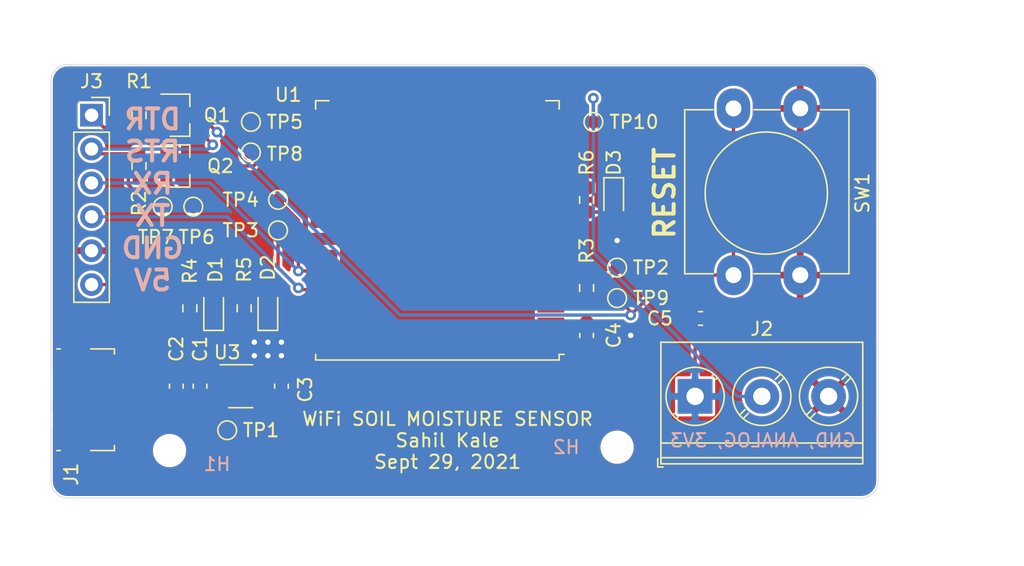
<source format=kicad_pcb>
(kicad_pcb (version 20171130) (host pcbnew "(5.1.10)-1")

  (general
    (thickness 1.6)
    (drawings 12)
    (tracks 108)
    (zones 0)
    (modules 34)
    (nets 17)
  )

  (page A4)
  (layers
    (0 F.Cu signal)
    (31 B.Cu signal)
    (32 B.Adhes user)
    (33 F.Adhes user)
    (34 B.Paste user)
    (35 F.Paste user)
    (36 B.SilkS user)
    (37 F.SilkS user)
    (38 B.Mask user)
    (39 F.Mask user)
    (40 Dwgs.User user)
    (41 Cmts.User user)
    (42 Eco1.User user)
    (43 Eco2.User user)
    (44 Edge.Cuts user)
    (45 Margin user)
    (46 B.CrtYd user hide)
    (47 F.CrtYd user)
    (48 B.Fab user hide)
    (49 F.Fab user hide)
  )

  (setup
    (last_trace_width 0.25)
    (user_trace_width 0.635)
    (trace_clearance 0.2)
    (zone_clearance 0.127)
    (zone_45_only no)
    (trace_min 0.2)
    (via_size 0.8)
    (via_drill 0.4)
    (via_min_size 0.4)
    (via_min_drill 0.3)
    (uvia_size 0.3)
    (uvia_drill 0.1)
    (uvias_allowed no)
    (uvia_min_size 0.2)
    (uvia_min_drill 0.1)
    (edge_width 0.05)
    (segment_width 0.2)
    (pcb_text_width 0.3)
    (pcb_text_size 1.5 1.5)
    (mod_edge_width 0.12)
    (mod_text_size 1 1)
    (mod_text_width 0.15)
    (pad_size 1.524 1.524)
    (pad_drill 0.762)
    (pad_to_mask_clearance 0)
    (aux_axis_origin 0 0)
    (visible_elements 7FFFFFFF)
    (pcbplotparams
      (layerselection 0x010fc_ffffffff)
      (usegerberextensions true)
      (usegerberattributes true)
      (usegerberadvancedattributes true)
      (creategerberjobfile true)
      (excludeedgelayer true)
      (linewidth 0.100000)
      (plotframeref false)
      (viasonmask false)
      (mode 1)
      (useauxorigin false)
      (hpglpennumber 1)
      (hpglpenspeed 20)
      (hpglpendiameter 15.000000)
      (psnegative false)
      (psa4output false)
      (plotreference true)
      (plotvalue true)
      (plotinvisibletext false)
      (padsonsilk false)
      (subtractmaskfromsilk true)
      (outputformat 1)
      (mirror false)
      (drillshape 0)
      (scaleselection 1)
      (outputdirectory "output"))
  )

  (net 0 "")
  (net 1 +5V)
  (net 2 GND)
  (net 3 +3V3)
  (net 4 "Net-(D1-Pad2)")
  (net 5 "Net-(D2-Pad2)")
  (net 6 "Net-(D3-Pad2)")
  (net 7 "Net-(J2-Pad2)")
  (net 8 "Net-(Q1-Pad1)")
  (net 9 /GPIO0)
  (net 10 "Net-(Q2-Pad1)")
  (net 11 "Net-(R6-Pad2)")
  (net 12 /RXD0)
  (net 13 /TXD0)
  (net 14 /DTR)
  (net 15 /RTS)
  (net 16 /EN)

  (net_class Default "This is the default net class."
    (clearance 0.2)
    (trace_width 0.25)
    (via_dia 0.8)
    (via_drill 0.4)
    (uvia_dia 0.3)
    (uvia_drill 0.1)
    (add_net +3V3)
    (add_net +5V)
    (add_net /DTR)
    (add_net /EN)
    (add_net /GPIO0)
    (add_net /RTS)
    (add_net /RXD0)
    (add_net /TXD0)
    (add_net GND)
    (add_net "Net-(D1-Pad2)")
    (add_net "Net-(D2-Pad2)")
    (add_net "Net-(D3-Pad2)")
    (add_net "Net-(J2-Pad2)")
    (add_net "Net-(Q1-Pad1)")
    (add_net "Net-(Q2-Pad1)")
    (add_net "Net-(R6-Pad2)")
  )

  (module Package_TO_SOT_SMD:SOT-23 (layer F.Cu) (tedit 5A02FF57) (tstamp 6154F2C4)
    (at 132.334 110.744)
    (descr "SOT-23, Standard")
    (tags SOT-23)
    (path /61944146)
    (attr smd)
    (fp_text reference Q2 (at 3.048 0) (layer F.SilkS)
      (effects (font (size 1 1) (thickness 0.15)))
    )
    (fp_text value Q_NPN_BEC (at 0 2.5) (layer F.Fab)
      (effects (font (size 1 1) (thickness 0.15)))
    )
    (fp_line (start -0.7 -0.95) (end -0.7 1.5) (layer F.Fab) (width 0.1))
    (fp_line (start -0.15 -1.52) (end 0.7 -1.52) (layer F.Fab) (width 0.1))
    (fp_line (start -0.7 -0.95) (end -0.15 -1.52) (layer F.Fab) (width 0.1))
    (fp_line (start 0.7 -1.52) (end 0.7 1.52) (layer F.Fab) (width 0.1))
    (fp_line (start -0.7 1.52) (end 0.7 1.52) (layer F.Fab) (width 0.1))
    (fp_line (start 0.76 1.58) (end 0.76 0.65) (layer F.SilkS) (width 0.12))
    (fp_line (start 0.76 -1.58) (end 0.76 -0.65) (layer F.SilkS) (width 0.12))
    (fp_line (start -1.7 -1.75) (end 1.7 -1.75) (layer F.CrtYd) (width 0.05))
    (fp_line (start 1.7 -1.75) (end 1.7 1.75) (layer F.CrtYd) (width 0.05))
    (fp_line (start 1.7 1.75) (end -1.7 1.75) (layer F.CrtYd) (width 0.05))
    (fp_line (start -1.7 1.75) (end -1.7 -1.75) (layer F.CrtYd) (width 0.05))
    (fp_line (start 0.76 -1.58) (end -1.4 -1.58) (layer F.SilkS) (width 0.12))
    (fp_line (start 0.76 1.58) (end -0.7 1.58) (layer F.SilkS) (width 0.12))
    (fp_text user %R (at 0 0 90) (layer F.Fab)
      (effects (font (size 0.5 0.5) (thickness 0.075)))
    )
    (pad 3 smd rect (at 1 0) (size 0.9 0.8) (layers F.Cu F.Paste F.Mask)
      (net 9 /GPIO0))
    (pad 2 smd rect (at -1 0.95) (size 0.9 0.8) (layers F.Cu F.Paste F.Mask)
      (net 14 /DTR))
    (pad 1 smd rect (at -1 -0.95) (size 0.9 0.8) (layers F.Cu F.Paste F.Mask)
      (net 10 "Net-(Q2-Pad1)"))
    (model ${KISYS3DMOD}/Package_TO_SOT_SMD.3dshapes/SOT-23.wrl
      (at (xyz 0 0 0))
      (scale (xyz 1 1 1))
      (rotate (xyz 0 0 0))
    )
  )

  (module MountingHole:MountingHole_2.1mm (layer F.Cu) (tedit 5B924765) (tstamp 61543936)
    (at 165.1 131.826)
    (descr "Mounting Hole 2.1mm, no annular")
    (tags "mounting hole 2.1mm no annular")
    (path /618D332F)
    (attr virtual)
    (fp_text reference H2 (at -3.81 0) (layer B.SilkS)
      (effects (font (size 1 1) (thickness 0.15)) (justify mirror))
    )
    (fp_text value MountingHole (at 0 3.2) (layer F.Fab)
      (effects (font (size 1 1) (thickness 0.15)))
    )
    (fp_circle (center 0 0) (end 2.35 0) (layer F.CrtYd) (width 0.05))
    (fp_circle (center 0 0) (end 2.1 0) (layer Cmts.User) (width 0.15))
    (fp_text user %R (at 0.3 0) (layer F.Fab)
      (effects (font (size 1 1) (thickness 0.15)))
    )
    (pad "" np_thru_hole circle (at 0 0) (size 2.1 2.1) (drill 2.1) (layers *.Cu *.Mask))
  )

  (module MountingHole:MountingHole_2.1mm (layer F.Cu) (tedit 5B924765) (tstamp 6154392E)
    (at 131.572 132.08)
    (descr "Mounting Hole 2.1mm, no annular")
    (tags "mounting hole 2.1mm no annular")
    (path /618D30C1)
    (attr virtual)
    (fp_text reference H1 (at 3.556 1.016) (layer B.SilkS)
      (effects (font (size 1 1) (thickness 0.15)) (justify mirror))
    )
    (fp_text value MountingHole (at 0 3.2) (layer F.Fab)
      (effects (font (size 1 1) (thickness 0.15)))
    )
    (fp_circle (center 0 0) (end 2.35 0) (layer F.CrtYd) (width 0.05))
    (fp_circle (center 0 0) (end 2.1 0) (layer Cmts.User) (width 0.15))
    (fp_text user %R (at 0.3 0) (layer F.Fab)
      (effects (font (size 1 1) (thickness 0.15)))
    )
    (pad "" np_thru_hole circle (at 0 0) (size 2.1 2.1) (drill 2.1) (layers *.Cu *.Mask))
  )

  (module TestPoint:TestPoint_Pad_D1.0mm (layer F.Cu) (tedit 5A0F774F) (tstamp 61530F39)
    (at 163.322 107.442)
    (descr "SMD pad as test Point, diameter 1.0mm")
    (tags "test point SMD pad")
    (path /6169AA3F)
    (attr virtual)
    (fp_text reference TP10 (at 3.048 0) (layer F.SilkS)
      (effects (font (size 1 1) (thickness 0.15)))
    )
    (fp_text value TestPoint (at 0 1.55) (layer F.Fab)
      (effects (font (size 1 1) (thickness 0.15)))
    )
    (fp_circle (center 0 0) (end 0 0.7) (layer F.SilkS) (width 0.12))
    (fp_circle (center 0 0) (end 1 0) (layer F.CrtYd) (width 0.05))
    (fp_text user %R (at 0 -1.45) (layer F.Fab)
      (effects (font (size 1 1) (thickness 0.15)))
    )
    (pad 1 smd circle (at 0 0) (size 1 1) (layers F.Cu F.Mask)
      (net 7 "Net-(J2-Pad2)"))
  )

  (module TestPoint:TestPoint_Pad_D1.0mm (layer F.Cu) (tedit 5A0F774F) (tstamp 61530F31)
    (at 165.1 120.65)
    (descr "SMD pad as test Point, diameter 1.0mm")
    (tags "test point SMD pad")
    (path /61684091)
    (attr virtual)
    (fp_text reference TP9 (at 2.54 0) (layer F.SilkS)
      (effects (font (size 1 1) (thickness 0.15)))
    )
    (fp_text value TestPoint (at 0 1.55) (layer F.Fab)
      (effects (font (size 1 1) (thickness 0.15)))
    )
    (fp_circle (center 0 0) (end 0 0.7) (layer F.SilkS) (width 0.12))
    (fp_circle (center 0 0) (end 1 0) (layer F.CrtYd) (width 0.05))
    (fp_text user %R (at 0 -1.45) (layer F.Fab)
      (effects (font (size 1 1) (thickness 0.15)))
    )
    (pad 1 smd circle (at 0 0) (size 1 1) (layers F.Cu F.Mask)
      (net 16 /EN))
  )

  (module TestPoint:TestPoint_Pad_D1.0mm (layer F.Cu) (tedit 5A0F774F) (tstamp 61530F29)
    (at 137.668 109.728)
    (descr "SMD pad as test Point, diameter 1.0mm")
    (tags "test point SMD pad")
    (path /616C7D7B)
    (attr virtual)
    (fp_text reference TP8 (at 2.54 0.11) (layer F.SilkS)
      (effects (font (size 1 1) (thickness 0.15)))
    )
    (fp_text value TestPoint (at 0 1.55) (layer F.Fab)
      (effects (font (size 1 1) (thickness 0.15)))
    )
    (fp_circle (center 0 0) (end 0 0.7) (layer F.SilkS) (width 0.12))
    (fp_circle (center 0 0) (end 1 0) (layer F.CrtYd) (width 0.05))
    (fp_text user %R (at 0 -1.45) (layer F.Fab)
      (effects (font (size 1 1) (thickness 0.15)))
    )
    (pad 1 smd circle (at 0 0) (size 1 1) (layers F.Cu F.Mask)
      (net 2 GND))
  )

  (module TestPoint:TestPoint_Pad_D1.0mm (layer F.Cu) (tedit 5A0F774F) (tstamp 61530F21)
    (at 131.064 113.792)
    (descr "SMD pad as test Point, diameter 1.0mm")
    (tags "test point SMD pad")
    (path /61688111)
    (attr virtual)
    (fp_text reference TP7 (at -0.508 2.286 180) (layer F.SilkS)
      (effects (font (size 1 1) (thickness 0.15)))
    )
    (fp_text value TestPoint (at 0 1.55) (layer F.Fab)
      (effects (font (size 1 1) (thickness 0.15)))
    )
    (fp_circle (center 0 0) (end 0 0.7) (layer F.SilkS) (width 0.12))
    (fp_circle (center 0 0) (end 1 0) (layer F.CrtYd) (width 0.05))
    (fp_text user %R (at 0 -1.45) (layer F.Fab)
      (effects (font (size 1 1) (thickness 0.15)))
    )
    (pad 1 smd circle (at 0 0) (size 1 1) (layers F.Cu F.Mask)
      (net 15 /RTS))
  )

  (module TestPoint:TestPoint_Pad_D1.0mm (layer F.Cu) (tedit 5A0F774F) (tstamp 61530F19)
    (at 133.35 113.792)
    (descr "SMD pad as test Point, diameter 1.0mm")
    (tags "test point SMD pad")
    (path /61687A68)
    (attr virtual)
    (fp_text reference TP6 (at 0.254 2.286) (layer F.SilkS)
      (effects (font (size 1 1) (thickness 0.15)))
    )
    (fp_text value TestPoint (at 0 1.55) (layer F.Fab)
      (effects (font (size 1 1) (thickness 0.15)))
    )
    (fp_circle (center 0 0) (end 0 0.7) (layer F.SilkS) (width 0.12))
    (fp_circle (center 0 0) (end 1 0) (layer F.CrtYd) (width 0.05))
    (fp_text user %R (at 0 -1.45) (layer F.Fab)
      (effects (font (size 1 1) (thickness 0.15)))
    )
    (pad 1 smd circle (at 0 0) (size 1 1) (layers F.Cu F.Mask)
      (net 14 /DTR))
  )

  (module TestPoint:TestPoint_Pad_D1.0mm (layer F.Cu) (tedit 5A0F774F) (tstamp 61530F11)
    (at 137.668 107.442)
    (descr "SMD pad as test Point, diameter 1.0mm")
    (tags "test point SMD pad")
    (path /616C2F04)
    (attr virtual)
    (fp_text reference TP5 (at 2.54 0) (layer F.SilkS)
      (effects (font (size 1 1) (thickness 0.15)))
    )
    (fp_text value TestPoint (at 0 1.55) (layer F.Fab)
      (effects (font (size 1 1) (thickness 0.15)))
    )
    (fp_circle (center 0 0) (end 0 0.7) (layer F.SilkS) (width 0.12))
    (fp_circle (center 0 0) (end 1 0) (layer F.CrtYd) (width 0.05))
    (fp_text user %R (at 0 -1.45) (layer F.Fab)
      (effects (font (size 1 1) (thickness 0.15)))
    )
    (pad 1 smd circle (at 0 0) (size 1 1) (layers F.Cu F.Mask)
      (net 2 GND))
  )

  (module TestPoint:TestPoint_Pad_D1.0mm (layer F.Cu) (tedit 5A0F774F) (tstamp 61530F09)
    (at 139.7 113.284)
    (descr "SMD pad as test Point, diameter 1.0mm")
    (tags "test point SMD pad")
    (path /6167E9F4)
    (attr virtual)
    (fp_text reference TP4 (at -2.794 0) (layer F.SilkS)
      (effects (font (size 1 1) (thickness 0.15)))
    )
    (fp_text value TestPoint (at 0 1.55) (layer F.Fab)
      (effects (font (size 1 1) (thickness 0.15)))
    )
    (fp_circle (center 0 0) (end 0 0.7) (layer F.SilkS) (width 0.12))
    (fp_circle (center 0 0) (end 1 0) (layer F.CrtYd) (width 0.05))
    (fp_text user %R (at 0 -1.45) (layer F.Fab)
      (effects (font (size 1 1) (thickness 0.15)))
    )
    (pad 1 smd circle (at 0 0) (size 1 1) (layers F.Cu F.Mask)
      (net 12 /RXD0))
  )

  (module TestPoint:TestPoint_Pad_D1.0mm (layer F.Cu) (tedit 5A0F774F) (tstamp 61530F01)
    (at 139.7 115.57)
    (descr "SMD pad as test Point, diameter 1.0mm")
    (tags "test point SMD pad")
    (path /616796A0)
    (attr virtual)
    (fp_text reference TP3 (at -2.794 0) (layer F.SilkS)
      (effects (font (size 1 1) (thickness 0.15)))
    )
    (fp_text value TestPoint (at 0 1.55) (layer F.Fab)
      (effects (font (size 1 1) (thickness 0.15)))
    )
    (fp_circle (center 0 0) (end 0 0.7) (layer F.SilkS) (width 0.12))
    (fp_circle (center 0 0) (end 1 0) (layer F.CrtYd) (width 0.05))
    (fp_text user %R (at 0 -1.45) (layer F.Fab)
      (effects (font (size 1 1) (thickness 0.15)))
    )
    (pad 1 smd circle (at 0 0) (size 1 1) (layers F.Cu F.Mask)
      (net 13 /TXD0))
  )

  (module TestPoint:TestPoint_Pad_D1.0mm (layer F.Cu) (tedit 5A0F774F) (tstamp 61530EF9)
    (at 165.1 118.364)
    (descr "SMD pad as test Point, diameter 1.0mm")
    (tags "test point SMD pad")
    (path /61717F2D)
    (attr virtual)
    (fp_text reference TP2 (at 2.54 0) (layer F.SilkS)
      (effects (font (size 1 1) (thickness 0.15)))
    )
    (fp_text value TestPoint (at 0 1.55) (layer F.Fab)
      (effects (font (size 1 1) (thickness 0.15)))
    )
    (fp_circle (center 0 0) (end 0 0.7) (layer F.SilkS) (width 0.12))
    (fp_circle (center 0 0) (end 1 0) (layer F.CrtYd) (width 0.05))
    (fp_text user %R (at 0 -1.45) (layer F.Fab)
      (effects (font (size 1 1) (thickness 0.15)))
    )
    (pad 1 smd circle (at 0 0) (size 1 1) (layers F.Cu F.Mask)
      (net 3 +3V3))
  )

  (module TestPoint:TestPoint_Pad_D1.0mm (layer F.Cu) (tedit 5A0F774F) (tstamp 61530EF1)
    (at 135.89 130.556)
    (descr "SMD pad as test Point, diameter 1.0mm")
    (tags "test point SMD pad")
    (path /616A5289)
    (attr virtual)
    (fp_text reference TP1 (at 2.54 0) (layer F.SilkS)
      (effects (font (size 1 1) (thickness 0.15)))
    )
    (fp_text value TestPoint (at 0 1.55) (layer F.Fab)
      (effects (font (size 1 1) (thickness 0.15)))
    )
    (fp_circle (center 0 0) (end 0 0.7) (layer F.SilkS) (width 0.12))
    (fp_circle (center 0 0) (end 1 0) (layer F.CrtYd) (width 0.05))
    (fp_text user %R (at 0 -1.45) (layer F.Fab)
      (effects (font (size 1 1) (thickness 0.15)))
    )
    (pad 1 smd circle (at 0 0) (size 1 1) (layers F.Cu F.Mask)
      (net 1 +5V))
  )

  (module Package_TO_SOT_SMD:SOT-23 (layer F.Cu) (tedit 5A02FF57) (tstamp 6153EAC8)
    (at 132.334 106.934)
    (descr "SOT-23, Standard")
    (tags SOT-23)
    (path /618328F1)
    (attr smd)
    (fp_text reference Q1 (at 2.794 0) (layer F.SilkS)
      (effects (font (size 1 1) (thickness 0.15)))
    )
    (fp_text value Q_NPN_BEC (at 0 2.5) (layer F.Fab)
      (effects (font (size 1 1) (thickness 0.15)))
    )
    (fp_line (start 0.76 1.58) (end -0.7 1.58) (layer F.SilkS) (width 0.12))
    (fp_line (start 0.76 -1.58) (end -1.4 -1.58) (layer F.SilkS) (width 0.12))
    (fp_line (start -1.7 1.75) (end -1.7 -1.75) (layer F.CrtYd) (width 0.05))
    (fp_line (start 1.7 1.75) (end -1.7 1.75) (layer F.CrtYd) (width 0.05))
    (fp_line (start 1.7 -1.75) (end 1.7 1.75) (layer F.CrtYd) (width 0.05))
    (fp_line (start -1.7 -1.75) (end 1.7 -1.75) (layer F.CrtYd) (width 0.05))
    (fp_line (start 0.76 -1.58) (end 0.76 -0.65) (layer F.SilkS) (width 0.12))
    (fp_line (start 0.76 1.58) (end 0.76 0.65) (layer F.SilkS) (width 0.12))
    (fp_line (start -0.7 1.52) (end 0.7 1.52) (layer F.Fab) (width 0.1))
    (fp_line (start 0.7 -1.52) (end 0.7 1.52) (layer F.Fab) (width 0.1))
    (fp_line (start -0.7 -0.95) (end -0.15 -1.52) (layer F.Fab) (width 0.1))
    (fp_line (start -0.15 -1.52) (end 0.7 -1.52) (layer F.Fab) (width 0.1))
    (fp_line (start -0.7 -0.95) (end -0.7 1.5) (layer F.Fab) (width 0.1))
    (fp_text user %R (at 0 0 90) (layer F.Fab)
      (effects (font (size 0.5 0.5) (thickness 0.075)))
    )
    (pad 3 smd rect (at 1 0) (size 0.9 0.8) (layers F.Cu F.Paste F.Mask)
      (net 16 /EN))
    (pad 2 smd rect (at -1 0.95) (size 0.9 0.8) (layers F.Cu F.Paste F.Mask)
      (net 15 /RTS))
    (pad 1 smd rect (at -1 -0.95) (size 0.9 0.8) (layers F.Cu F.Paste F.Mask)
      (net 8 "Net-(Q1-Pad1)"))
    (model ${KISYS3DMOD}/Package_TO_SOT_SMD.3dshapes/SOT-23.wrl
      (at (xyz 0 0 0))
      (scale (xyz 1 1 1))
      (rotate (xyz 0 0 0))
    )
  )

  (module Connector_PinSocket_2.54mm:PinSocket_1x06_P2.54mm_Vertical (layer F.Cu) (tedit 5A19A430) (tstamp 61539B6A)
    (at 125.73 106.934)
    (descr "Through hole straight socket strip, 1x06, 2.54mm pitch, single row (from Kicad 4.0.7), script generated")
    (tags "Through hole socket strip THT 1x06 2.54mm single row")
    (path /61790BAF)
    (fp_text reference J3 (at 0 -2.54) (layer F.SilkS)
      (effects (font (size 1 1) (thickness 0.15)))
    )
    (fp_text value Screw_Terminal_01x06 (at 0 15.47) (layer F.Fab)
      (effects (font (size 1 1) (thickness 0.15)))
    )
    (fp_line (start -1.27 -1.27) (end 0.635 -1.27) (layer F.Fab) (width 0.1))
    (fp_line (start 0.635 -1.27) (end 1.27 -0.635) (layer F.Fab) (width 0.1))
    (fp_line (start 1.27 -0.635) (end 1.27 13.97) (layer F.Fab) (width 0.1))
    (fp_line (start 1.27 13.97) (end -1.27 13.97) (layer F.Fab) (width 0.1))
    (fp_line (start -1.27 13.97) (end -1.27 -1.27) (layer F.Fab) (width 0.1))
    (fp_line (start -1.33 1.27) (end 1.33 1.27) (layer F.SilkS) (width 0.12))
    (fp_line (start -1.33 1.27) (end -1.33 14.03) (layer F.SilkS) (width 0.12))
    (fp_line (start -1.33 14.03) (end 1.33 14.03) (layer F.SilkS) (width 0.12))
    (fp_line (start 1.33 1.27) (end 1.33 14.03) (layer F.SilkS) (width 0.12))
    (fp_line (start 1.33 -1.33) (end 1.33 0) (layer F.SilkS) (width 0.12))
    (fp_line (start 0 -1.33) (end 1.33 -1.33) (layer F.SilkS) (width 0.12))
    (fp_line (start -1.8 -1.8) (end 1.75 -1.8) (layer F.CrtYd) (width 0.05))
    (fp_line (start 1.75 -1.8) (end 1.75 14.45) (layer F.CrtYd) (width 0.05))
    (fp_line (start 1.75 14.45) (end -1.8 14.45) (layer F.CrtYd) (width 0.05))
    (fp_line (start -1.8 14.45) (end -1.8 -1.8) (layer F.CrtYd) (width 0.05))
    (fp_text user %R (at 0 6.35 90) (layer F.Fab)
      (effects (font (size 1 1) (thickness 0.15)))
    )
    (pad 6 thru_hole oval (at 0 12.7) (size 1.7 1.7) (drill 1) (layers *.Cu *.Mask)
      (net 1 +5V))
    (pad 5 thru_hole oval (at 0 10.16) (size 1.7 1.7) (drill 1) (layers *.Cu *.Mask)
      (net 2 GND))
    (pad 4 thru_hole oval (at 0 7.62) (size 1.7 1.7) (drill 1) (layers *.Cu *.Mask)
      (net 13 /TXD0))
    (pad 3 thru_hole oval (at 0 5.08) (size 1.7 1.7) (drill 1) (layers *.Cu *.Mask)
      (net 12 /RXD0))
    (pad 2 thru_hole oval (at 0 2.54) (size 1.7 1.7) (drill 1) (layers *.Cu *.Mask)
      (net 15 /RTS))
    (pad 1 thru_hole rect (at 0 0) (size 1.7 1.7) (drill 1) (layers *.Cu *.Mask)
      (net 14 /DTR))
    (model ${KISYS3DMOD}/Connector_PinSocket_2.54mm.3dshapes/PinSocket_1x06_P2.54mm_Vertical.wrl
      (at (xyz 0 0 0))
      (scale (xyz 1 1 1))
      (rotate (xyz 0 0 0))
    )
  )

  (module Capacitor_SMD:C_0603_1608Metric_Pad1.08x0.95mm_HandSolder (layer F.Cu) (tedit 5F68FEEF) (tstamp 615399E2)
    (at 132.08 127.254 90)
    (descr "Capacitor SMD 0603 (1608 Metric), square (rectangular) end terminal, IPC_7351 nominal with elongated pad for handsoldering. (Body size source: IPC-SM-782 page 76, https://www.pcb-3d.com/wordpress/wp-content/uploads/ipc-sm-782a_amendment_1_and_2.pdf), generated with kicad-footprint-generator")
    (tags "capacitor handsolder")
    (path /617CDE58)
    (attr smd)
    (fp_text reference C2 (at 2.794 0 90) (layer F.SilkS)
      (effects (font (size 1 1) (thickness 0.15)))
    )
    (fp_text value 0.1uF (at 0 1.43 90) (layer F.Fab)
      (effects (font (size 1 1) (thickness 0.15)))
    )
    (fp_line (start -0.8 0.4) (end -0.8 -0.4) (layer F.Fab) (width 0.1))
    (fp_line (start -0.8 -0.4) (end 0.8 -0.4) (layer F.Fab) (width 0.1))
    (fp_line (start 0.8 -0.4) (end 0.8 0.4) (layer F.Fab) (width 0.1))
    (fp_line (start 0.8 0.4) (end -0.8 0.4) (layer F.Fab) (width 0.1))
    (fp_line (start -0.146267 -0.51) (end 0.146267 -0.51) (layer F.SilkS) (width 0.12))
    (fp_line (start -0.146267 0.51) (end 0.146267 0.51) (layer F.SilkS) (width 0.12))
    (fp_line (start -1.65 0.73) (end -1.65 -0.73) (layer F.CrtYd) (width 0.05))
    (fp_line (start -1.65 -0.73) (end 1.65 -0.73) (layer F.CrtYd) (width 0.05))
    (fp_line (start 1.65 -0.73) (end 1.65 0.73) (layer F.CrtYd) (width 0.05))
    (fp_line (start 1.65 0.73) (end -1.65 0.73) (layer F.CrtYd) (width 0.05))
    (fp_text user %R (at 0 0 90) (layer F.Fab)
      (effects (font (size 0.4 0.4) (thickness 0.06)))
    )
    (pad 2 smd roundrect (at 0.8625 0 90) (size 1.075 0.95) (layers F.Cu F.Paste F.Mask) (roundrect_rratio 0.25)
      (net 1 +5V))
    (pad 1 smd roundrect (at -0.8625 0 90) (size 1.075 0.95) (layers F.Cu F.Paste F.Mask) (roundrect_rratio 0.25)
      (net 2 GND))
    (model ${KISYS3DMOD}/Capacitor_SMD.3dshapes/C_0603_1608Metric.wrl
      (at (xyz 0 0 0))
      (scale (xyz 1 1 1))
      (rotate (xyz 0 0 0))
    )
  )

  (module Package_TO_SOT_SMD:SOT-23-5 (layer F.Cu) (tedit 5A02FF57) (tstamp 61530FBE)
    (at 136.906 127.254)
    (descr "5-pin SOT23 package")
    (tags SOT-23-5)
    (path /61578D7E)
    (attr smd)
    (fp_text reference U3 (at -1.016 -2.54) (layer F.SilkS)
      (effects (font (size 1 1) (thickness 0.15)))
    )
    (fp_text value LD39015M33R (at 0 2.9) (layer F.Fab)
      (effects (font (size 1 1) (thickness 0.15)))
    )
    (fp_line (start 0.9 -1.55) (end 0.9 1.55) (layer F.Fab) (width 0.1))
    (fp_line (start 0.9 1.55) (end -0.9 1.55) (layer F.Fab) (width 0.1))
    (fp_line (start -0.9 -0.9) (end -0.9 1.55) (layer F.Fab) (width 0.1))
    (fp_line (start 0.9 -1.55) (end -0.25 -1.55) (layer F.Fab) (width 0.1))
    (fp_line (start -0.9 -0.9) (end -0.25 -1.55) (layer F.Fab) (width 0.1))
    (fp_line (start -1.9 1.8) (end -1.9 -1.8) (layer F.CrtYd) (width 0.05))
    (fp_line (start 1.9 1.8) (end -1.9 1.8) (layer F.CrtYd) (width 0.05))
    (fp_line (start 1.9 -1.8) (end 1.9 1.8) (layer F.CrtYd) (width 0.05))
    (fp_line (start -1.9 -1.8) (end 1.9 -1.8) (layer F.CrtYd) (width 0.05))
    (fp_line (start 0.9 -1.61) (end -1.55 -1.61) (layer F.SilkS) (width 0.12))
    (fp_line (start -0.9 1.61) (end 0.9 1.61) (layer F.SilkS) (width 0.12))
    (fp_text user %R (at 0 0 90) (layer F.Fab)
      (effects (font (size 0.5 0.5) (thickness 0.075)))
    )
    (pad 5 smd rect (at 1.1 -0.95) (size 1.06 0.65) (layers F.Cu F.Paste F.Mask)
      (net 3 +3V3))
    (pad 4 smd rect (at 1.1 0.95) (size 1.06 0.65) (layers F.Cu F.Paste F.Mask))
    (pad 3 smd rect (at -1.1 0.95) (size 1.06 0.65) (layers F.Cu F.Paste F.Mask)
      (net 1 +5V))
    (pad 2 smd rect (at -1.1 0) (size 1.06 0.65) (layers F.Cu F.Paste F.Mask)
      (net 2 GND))
    (pad 1 smd rect (at -1.1 -0.95) (size 1.06 0.65) (layers F.Cu F.Paste F.Mask)
      (net 1 +5V))
    (model ${KISYS3DMOD}/Package_TO_SOT_SMD.3dshapes/SOT-23-5.wrl
      (at (xyz 0 0 0))
      (scale (xyz 1 1 1))
      (rotate (xyz 0 0 0))
    )
  )

  (module RF_Module:ESP32-WROOM-32U (layer F.Cu) (tedit 5B5B4734) (tstamp 61530F78)
    (at 151.638 115.57 180)
    (descr "Single 2.4 GHz Wi-Fi and Bluetooth combo chip with U.FL connector, https://www.espressif.com/sites/default/files/documentation/esp32-wroom-32d_esp32-wroom-32u_datasheet_en.pdf")
    (tags "Single 2.4 GHz Wi-Fi and Bluetooth combo  chip")
    (path /61528252)
    (attr smd)
    (fp_text reference U1 (at 11.176 10.16 180) (layer F.SilkS)
      (effects (font (size 1 1) (thickness 0.15)))
    )
    (fp_text value ESP32-WROOM-32U (at 0 11.5) (layer F.Fab)
      (effects (font (size 1 1) (thickness 0.15)))
    )
    (fp_line (start -9.12 -9.3) (end -9.5 -9.3) (layer F.SilkS) (width 0.12))
    (fp_line (start -9.12 -9.72) (end -9.12 -9.3) (layer F.SilkS) (width 0.12))
    (fp_line (start 9.12 -9.72) (end 9.12 -9.3) (layer F.SilkS) (width 0.12))
    (fp_line (start -9.12 -9.72) (end 9.12 -9.72) (layer F.SilkS) (width 0.12))
    (fp_line (start 9.12 9.72) (end 8.12 9.72) (layer F.SilkS) (width 0.12))
    (fp_line (start 9.12 9.1) (end 9.12 9.72) (layer F.SilkS) (width 0.12))
    (fp_line (start -9.12 9.72) (end -8.12 9.72) (layer F.SilkS) (width 0.12))
    (fp_line (start -9.12 9.1) (end -9.12 9.72) (layer F.SilkS) (width 0.12))
    (fp_line (start 9.75 -9.85) (end -9.75 -9.85) (layer F.CrtYd) (width 0.05))
    (fp_line (start -9 -8) (end -8.5 -8.5) (layer F.Fab) (width 0.1))
    (fp_line (start -8.5 -8.5) (end -9 -9) (layer F.Fab) (width 0.1))
    (fp_line (start -9 -8) (end -9 9.6) (layer F.Fab) (width 0.1))
    (fp_line (start 9.75 -9.85) (end 9.75 10.5) (layer F.CrtYd) (width 0.05))
    (fp_line (start -9.75 10.5) (end 9.75 10.5) (layer F.CrtYd) (width 0.05))
    (fp_line (start -9.75 10.5) (end -9.75 -9.85) (layer F.CrtYd) (width 0.05))
    (fp_line (start -9 -9.6) (end 9 -9.6) (layer F.Fab) (width 0.1))
    (fp_line (start -9 -9.6) (end -9 -9) (layer F.Fab) (width 0.1))
    (fp_line (start -9 9.6) (end 9 9.6) (layer F.Fab) (width 0.1))
    (fp_line (start 9 9.6) (end 9 -9.6) (layer F.Fab) (width 0.1))
    (fp_text user %R (at 0 0) (layer F.Fab)
      (effects (font (size 1 1) (thickness 0.15)))
    )
    (pad 38 smd rect (at 8.5 -8.255 180) (size 2 0.9) (layers F.Cu F.Paste F.Mask)
      (net 2 GND))
    (pad 37 smd rect (at 8.5 -6.985 180) (size 2 0.9) (layers F.Cu F.Paste F.Mask))
    (pad 36 smd rect (at 8.5 -5.715 180) (size 2 0.9) (layers F.Cu F.Paste F.Mask))
    (pad 35 smd rect (at 8.5 -4.445 180) (size 2 0.9) (layers F.Cu F.Paste F.Mask)
      (net 13 /TXD0))
    (pad 34 smd rect (at 8.5 -3.175 180) (size 2 0.9) (layers F.Cu F.Paste F.Mask)
      (net 12 /RXD0))
    (pad 33 smd rect (at 8.5 -1.905 180) (size 2 0.9) (layers F.Cu F.Paste F.Mask))
    (pad 32 smd rect (at 8.5 -0.635 180) (size 2 0.9) (layers F.Cu F.Paste F.Mask))
    (pad 31 smd rect (at 8.5 0.635 180) (size 2 0.9) (layers F.Cu F.Paste F.Mask))
    (pad 30 smd rect (at 8.5 1.905 180) (size 2 0.9) (layers F.Cu F.Paste F.Mask))
    (pad 29 smd rect (at 8.5 3.175 180) (size 2 0.9) (layers F.Cu F.Paste F.Mask))
    (pad 28 smd rect (at 8.5 4.445 180) (size 2 0.9) (layers F.Cu F.Paste F.Mask))
    (pad 27 smd rect (at 8.5 5.715 180) (size 2 0.9) (layers F.Cu F.Paste F.Mask))
    (pad 26 smd rect (at 8.5 6.985 180) (size 2 0.9) (layers F.Cu F.Paste F.Mask))
    (pad 25 smd rect (at 8.5 8.255 180) (size 2 0.9) (layers F.Cu F.Paste F.Mask)
      (net 9 /GPIO0))
    (pad 24 smd rect (at 5.715 9.255 270) (size 2 0.9) (layers F.Cu F.Paste F.Mask))
    (pad 23 smd rect (at 4.445 9.255 270) (size 2 0.9) (layers F.Cu F.Paste F.Mask))
    (pad 22 smd rect (at 3.175 9.255 270) (size 2 0.9) (layers F.Cu F.Paste F.Mask))
    (pad 21 smd rect (at 1.905 9.255 270) (size 2 0.9) (layers F.Cu F.Paste F.Mask))
    (pad 20 smd rect (at 0.635 9.255 270) (size 2 0.9) (layers F.Cu F.Paste F.Mask))
    (pad 19 smd rect (at -0.635 9.255 270) (size 2 0.9) (layers F.Cu F.Paste F.Mask))
    (pad 18 smd rect (at -1.905 9.255 270) (size 2 0.9) (layers F.Cu F.Paste F.Mask))
    (pad 17 smd rect (at -3.175 9.255 270) (size 2 0.9) (layers F.Cu F.Paste F.Mask))
    (pad 16 smd rect (at -4.445 9.255 270) (size 2 0.9) (layers F.Cu F.Paste F.Mask))
    (pad 15 smd rect (at -5.715 9.255 90) (size 2 0.9) (layers F.Cu F.Paste F.Mask)
      (net 2 GND))
    (pad 14 smd rect (at -8.5 8.255 180) (size 2 0.9) (layers F.Cu F.Paste F.Mask)
      (net 7 "Net-(J2-Pad2)"))
    (pad 13 smd rect (at -8.5 6.985 180) (size 2 0.9) (layers F.Cu F.Paste F.Mask))
    (pad 12 smd rect (at -8.5 5.715 180) (size 2 0.9) (layers F.Cu F.Paste F.Mask))
    (pad 11 smd rect (at -8.5 4.445 180) (size 2 0.9) (layers F.Cu F.Paste F.Mask))
    (pad 10 smd rect (at -8.5 3.175 180) (size 2 0.9) (layers F.Cu F.Paste F.Mask)
      (net 11 "Net-(R6-Pad2)"))
    (pad 9 smd rect (at -8.5 1.905 180) (size 2 0.9) (layers F.Cu F.Paste F.Mask))
    (pad 8 smd rect (at -8.5 0.635 180) (size 2 0.9) (layers F.Cu F.Paste F.Mask))
    (pad 7 smd rect (at -8.5 -0.635 180) (size 2 0.9) (layers F.Cu F.Paste F.Mask))
    (pad 6 smd rect (at -8.5 -1.905 180) (size 2 0.9) (layers F.Cu F.Paste F.Mask))
    (pad 5 smd rect (at -8.5 -3.175 180) (size 2 0.9) (layers F.Cu F.Paste F.Mask))
    (pad 4 smd rect (at -8.5 -4.445 180) (size 2 0.9) (layers F.Cu F.Paste F.Mask))
    (pad 3 smd rect (at -8.5 -5.715 180) (size 2 0.9) (layers F.Cu F.Paste F.Mask)
      (net 16 /EN))
    (pad 2 smd rect (at -8.5 -6.985 180) (size 2 0.9) (layers F.Cu F.Paste F.Mask)
      (net 3 +3V3))
    (pad 1 smd rect (at -8.5 -8.255 180) (size 2 0.9) (layers F.Cu F.Paste F.Mask)
      (net 2 GND))
    (pad 39 smd rect (at -1 -0.755 180) (size 5 5) (layers F.Cu F.Paste F.Mask)
      (net 2 GND))
    (model ${KISYS3DMOD}/RF_Module.3dshapes/ESP32-WROOM-32U.wrl
      (at (xyz 0 0 0))
      (scale (xyz 1 1 1))
      (rotate (xyz 0 0 0))
    )
  )

  (module Button_Switch_THT:SW_PUSH-12mm_Wuerth-430476085716 (layer F.Cu) (tedit 5A02FE31) (tstamp 61530EE9)
    (at 178.816 106.426 270)
    (descr "SW PUSH 12mm http://katalog.we-online.de/em/datasheet/430476085716.pdf")
    (tags "tact sw push 12mm")
    (path /617546E2)
    (fp_text reference SW1 (at 6.35 -4.66 90) (layer F.SilkS)
      (effects (font (size 1 1) (thickness 0.15)))
    )
    (fp_text value SW_Push (at 6.35 9.93 90) (layer F.Fab)
      (effects (font (size 1 1) (thickness 0.15)))
    )
    (fp_line (start 14.25 -3.75) (end -1.75 -3.75) (layer F.CrtYd) (width 0.05))
    (fp_line (start 14.25 8.75) (end 14.25 -3.75) (layer F.CrtYd) (width 0.05))
    (fp_line (start -1.75 8.75) (end 14.25 8.75) (layer F.CrtYd) (width 0.05))
    (fp_line (start -1.75 -3.75) (end -1.75 8.75) (layer F.CrtYd) (width 0.05))
    (fp_line (start 0.1 3.47) (end 0.1 1.53) (layer F.SilkS) (width 0.12))
    (fp_line (start 0.1 8.65) (end 0.1 6.53) (layer F.SilkS) (width 0.12))
    (fp_line (start 12.4 8.65) (end 0.1 8.65) (layer F.SilkS) (width 0.12))
    (fp_line (start 12.4 6.53) (end 12.4 8.65) (layer F.SilkS) (width 0.12))
    (fp_line (start 12.4 1.53) (end 12.4 3.47) (layer F.SilkS) (width 0.12))
    (fp_line (start 12.4 -3.65) (end 12.4 -1.53) (layer F.SilkS) (width 0.12))
    (fp_line (start 0.1 -3.65) (end 12.4 -3.65) (layer F.SilkS) (width 0.12))
    (fp_line (start 0.1 -1.53) (end 0.1 -3.65) (layer F.SilkS) (width 0.12))
    (fp_line (start 12.25 -3.5) (end 0.25 -3.5) (layer F.Fab) (width 0.1))
    (fp_line (start 12.25 8.5) (end 12.25 -3.5) (layer F.Fab) (width 0.1))
    (fp_line (start 0.25 8.5) (end 12.25 8.5) (layer F.Fab) (width 0.1))
    (fp_line (start 0.25 -3.5) (end 0.25 8.5) (layer F.Fab) (width 0.1))
    (fp_circle (center 6.35 2.54) (end 10.92905 2.54) (layer F.SilkS) (width 0.12))
    (fp_text user %R (at 6.35 2.54 90) (layer F.Fab)
      (effects (font (size 1 1) (thickness 0.15)))
    )
    (pad 2 thru_hole oval (at 0 5 270) (size 3 2.5) (drill 1.2) (layers *.Cu *.Mask)
      (net 16 /EN))
    (pad 1 thru_hole oval (at 0 0 270) (size 3 2.5) (drill 1.2) (layers *.Cu *.Mask)
      (net 2 GND))
    (pad 2 thru_hole oval (at 12.5 5 270) (size 3 2.5) (drill 1.2) (layers *.Cu *.Mask)
      (net 16 /EN))
    (pad 1 thru_hole oval (at 12.5 0 270) (size 3 2.5) (drill 1.2) (layers *.Cu *.Mask)
      (net 2 GND))
    (model ${KISYS3DMOD}/Button_Switch_THT.3dshapes/SW_PUSH-12mm_Wuerth-430476085716.wrl
      (at (xyz 0 0 0))
      (scale (xyz 1 1 1))
      (rotate (xyz 0 0 0))
    )
  )

  (module Resistor_SMD:R_0603_1608Metric_Pad0.98x0.95mm_HandSolder (layer F.Cu) (tedit 5F68FEEE) (tstamp 61530ECF)
    (at 162.814 113.284 90)
    (descr "Resistor SMD 0603 (1608 Metric), square (rectangular) end terminal, IPC_7351 nominal with elongated pad for handsoldering. (Body size source: IPC-SM-782 page 72, https://www.pcb-3d.com/wordpress/wp-content/uploads/ipc-sm-782a_amendment_1_and_2.pdf), generated with kicad-footprint-generator")
    (tags "resistor handsolder")
    (path /6173D923)
    (attr smd)
    (fp_text reference R6 (at 2.794 0 90) (layer F.SilkS)
      (effects (font (size 1 1) (thickness 0.15)))
    )
    (fp_text value 500 (at 0 1.43 90) (layer F.Fab)
      (effects (font (size 1 1) (thickness 0.15)))
    )
    (fp_line (start 1.65 0.73) (end -1.65 0.73) (layer F.CrtYd) (width 0.05))
    (fp_line (start 1.65 -0.73) (end 1.65 0.73) (layer F.CrtYd) (width 0.05))
    (fp_line (start -1.65 -0.73) (end 1.65 -0.73) (layer F.CrtYd) (width 0.05))
    (fp_line (start -1.65 0.73) (end -1.65 -0.73) (layer F.CrtYd) (width 0.05))
    (fp_line (start -0.254724 0.5225) (end 0.254724 0.5225) (layer F.SilkS) (width 0.12))
    (fp_line (start -0.254724 -0.5225) (end 0.254724 -0.5225) (layer F.SilkS) (width 0.12))
    (fp_line (start 0.8 0.4125) (end -0.8 0.4125) (layer F.Fab) (width 0.1))
    (fp_line (start 0.8 -0.4125) (end 0.8 0.4125) (layer F.Fab) (width 0.1))
    (fp_line (start -0.8 -0.4125) (end 0.8 -0.4125) (layer F.Fab) (width 0.1))
    (fp_line (start -0.8 0.4125) (end -0.8 -0.4125) (layer F.Fab) (width 0.1))
    (fp_text user %R (at 0 0 90) (layer F.Fab)
      (effects (font (size 0.4 0.4) (thickness 0.06)))
    )
    (pad 2 smd roundrect (at 0.9125 0 90) (size 0.975 0.95) (layers F.Cu F.Paste F.Mask) (roundrect_rratio 0.25)
      (net 11 "Net-(R6-Pad2)"))
    (pad 1 smd roundrect (at -0.9125 0 90) (size 0.975 0.95) (layers F.Cu F.Paste F.Mask) (roundrect_rratio 0.25)
      (net 6 "Net-(D3-Pad2)"))
    (model ${KISYS3DMOD}/Resistor_SMD.3dshapes/R_0603_1608Metric.wrl
      (at (xyz 0 0 0))
      (scale (xyz 1 1 1))
      (rotate (xyz 0 0 0))
    )
  )

  (module Resistor_SMD:R_0603_1608Metric_Pad0.98x0.95mm_HandSolder (layer F.Cu) (tedit 5F68FEEE) (tstamp 61530EBE)
    (at 137.16 121.412 90)
    (descr "Resistor SMD 0603 (1608 Metric), square (rectangular) end terminal, IPC_7351 nominal with elongated pad for handsoldering. (Body size source: IPC-SM-782 page 72, https://www.pcb-3d.com/wordpress/wp-content/uploads/ipc-sm-782a_amendment_1_and_2.pdf), generated with kicad-footprint-generator")
    (tags "resistor handsolder")
    (path /616DA125)
    (attr smd)
    (fp_text reference R5 (at 2.8975 0 90) (layer F.SilkS)
      (effects (font (size 1 1) (thickness 0.15)))
    )
    (fp_text value 500 (at 0 1.43 90) (layer F.Fab)
      (effects (font (size 1 1) (thickness 0.15)))
    )
    (fp_line (start 1.65 0.73) (end -1.65 0.73) (layer F.CrtYd) (width 0.05))
    (fp_line (start 1.65 -0.73) (end 1.65 0.73) (layer F.CrtYd) (width 0.05))
    (fp_line (start -1.65 -0.73) (end 1.65 -0.73) (layer F.CrtYd) (width 0.05))
    (fp_line (start -1.65 0.73) (end -1.65 -0.73) (layer F.CrtYd) (width 0.05))
    (fp_line (start -0.254724 0.5225) (end 0.254724 0.5225) (layer F.SilkS) (width 0.12))
    (fp_line (start -0.254724 -0.5225) (end 0.254724 -0.5225) (layer F.SilkS) (width 0.12))
    (fp_line (start 0.8 0.4125) (end -0.8 0.4125) (layer F.Fab) (width 0.1))
    (fp_line (start 0.8 -0.4125) (end 0.8 0.4125) (layer F.Fab) (width 0.1))
    (fp_line (start -0.8 -0.4125) (end 0.8 -0.4125) (layer F.Fab) (width 0.1))
    (fp_line (start -0.8 0.4125) (end -0.8 -0.4125) (layer F.Fab) (width 0.1))
    (fp_text user %R (at 0 0 90) (layer F.Fab)
      (effects (font (size 0.4 0.4) (thickness 0.06)))
    )
    (pad 2 smd roundrect (at 0.9125 0 90) (size 0.975 0.95) (layers F.Cu F.Paste F.Mask) (roundrect_rratio 0.25)
      (net 5 "Net-(D2-Pad2)"))
    (pad 1 smd roundrect (at -0.9125 0 90) (size 0.975 0.95) (layers F.Cu F.Paste F.Mask) (roundrect_rratio 0.25)
      (net 3 +3V3))
    (model ${KISYS3DMOD}/Resistor_SMD.3dshapes/R_0603_1608Metric.wrl
      (at (xyz 0 0 0))
      (scale (xyz 1 1 1))
      (rotate (xyz 0 0 0))
    )
  )

  (module Resistor_SMD:R_0603_1608Metric_Pad0.98x0.95mm_HandSolder (layer F.Cu) (tedit 5F68FEEE) (tstamp 61530EAD)
    (at 133.096 121.412 90)
    (descr "Resistor SMD 0603 (1608 Metric), square (rectangular) end terminal, IPC_7351 nominal with elongated pad for handsoldering. (Body size source: IPC-SM-782 page 72, https://www.pcb-3d.com/wordpress/wp-content/uploads/ipc-sm-782a_amendment_1_and_2.pdf), generated with kicad-footprint-generator")
    (tags "resistor handsolder")
    (path /616ECD55)
    (attr smd)
    (fp_text reference R4 (at 2.794 0 90) (layer F.SilkS)
      (effects (font (size 1 1) (thickness 0.15)))
    )
    (fp_text value 500 (at 0 1.43 90) (layer F.Fab)
      (effects (font (size 1 1) (thickness 0.15)))
    )
    (fp_line (start 1.65 0.73) (end -1.65 0.73) (layer F.CrtYd) (width 0.05))
    (fp_line (start 1.65 -0.73) (end 1.65 0.73) (layer F.CrtYd) (width 0.05))
    (fp_line (start -1.65 -0.73) (end 1.65 -0.73) (layer F.CrtYd) (width 0.05))
    (fp_line (start -1.65 0.73) (end -1.65 -0.73) (layer F.CrtYd) (width 0.05))
    (fp_line (start -0.254724 0.5225) (end 0.254724 0.5225) (layer F.SilkS) (width 0.12))
    (fp_line (start -0.254724 -0.5225) (end 0.254724 -0.5225) (layer F.SilkS) (width 0.12))
    (fp_line (start 0.8 0.4125) (end -0.8 0.4125) (layer F.Fab) (width 0.1))
    (fp_line (start 0.8 -0.4125) (end 0.8 0.4125) (layer F.Fab) (width 0.1))
    (fp_line (start -0.8 -0.4125) (end 0.8 -0.4125) (layer F.Fab) (width 0.1))
    (fp_line (start -0.8 0.4125) (end -0.8 -0.4125) (layer F.Fab) (width 0.1))
    (fp_text user %R (at 0 0 90) (layer F.Fab)
      (effects (font (size 0.4 0.4) (thickness 0.06)))
    )
    (pad 2 smd roundrect (at 0.9125 0 90) (size 0.975 0.95) (layers F.Cu F.Paste F.Mask) (roundrect_rratio 0.25)
      (net 4 "Net-(D1-Pad2)"))
    (pad 1 smd roundrect (at -0.9125 0 90) (size 0.975 0.95) (layers F.Cu F.Paste F.Mask) (roundrect_rratio 0.25)
      (net 1 +5V))
    (model ${KISYS3DMOD}/Resistor_SMD.3dshapes/R_0603_1608Metric.wrl
      (at (xyz 0 0 0))
      (scale (xyz 1 1 1))
      (rotate (xyz 0 0 0))
    )
  )

  (module Resistor_SMD:R_0603_1608Metric_Pad0.98x0.95mm_HandSolder (layer F.Cu) (tedit 5F68FEEE) (tstamp 61530E9C)
    (at 162.814 119.888 270)
    (descr "Resistor SMD 0603 (1608 Metric), square (rectangular) end terminal, IPC_7351 nominal with elongated pad for handsoldering. (Body size source: IPC-SM-782 page 72, https://www.pcb-3d.com/wordpress/wp-content/uploads/ipc-sm-782a_amendment_1_and_2.pdf), generated with kicad-footprint-generator")
    (tags "resistor handsolder")
    (path /61592A87)
    (attr smd)
    (fp_text reference R3 (at -2.794 0 90) (layer F.SilkS)
      (effects (font (size 1 1) (thickness 0.15)))
    )
    (fp_text value 10k (at 0 1.43 90) (layer F.Fab)
      (effects (font (size 1 1) (thickness 0.15)))
    )
    (fp_line (start 1.65 0.73) (end -1.65 0.73) (layer F.CrtYd) (width 0.05))
    (fp_line (start 1.65 -0.73) (end 1.65 0.73) (layer F.CrtYd) (width 0.05))
    (fp_line (start -1.65 -0.73) (end 1.65 -0.73) (layer F.CrtYd) (width 0.05))
    (fp_line (start -1.65 0.73) (end -1.65 -0.73) (layer F.CrtYd) (width 0.05))
    (fp_line (start -0.254724 0.5225) (end 0.254724 0.5225) (layer F.SilkS) (width 0.12))
    (fp_line (start -0.254724 -0.5225) (end 0.254724 -0.5225) (layer F.SilkS) (width 0.12))
    (fp_line (start 0.8 0.4125) (end -0.8 0.4125) (layer F.Fab) (width 0.1))
    (fp_line (start 0.8 -0.4125) (end 0.8 0.4125) (layer F.Fab) (width 0.1))
    (fp_line (start -0.8 -0.4125) (end 0.8 -0.4125) (layer F.Fab) (width 0.1))
    (fp_line (start -0.8 0.4125) (end -0.8 -0.4125) (layer F.Fab) (width 0.1))
    (fp_text user %R (at 0 0 90) (layer F.Fab)
      (effects (font (size 0.4 0.4) (thickness 0.06)))
    )
    (pad 2 smd roundrect (at 0.9125 0 270) (size 0.975 0.95) (layers F.Cu F.Paste F.Mask) (roundrect_rratio 0.25)
      (net 16 /EN))
    (pad 1 smd roundrect (at -0.9125 0 270) (size 0.975 0.95) (layers F.Cu F.Paste F.Mask) (roundrect_rratio 0.25)
      (net 3 +3V3))
    (model ${KISYS3DMOD}/Resistor_SMD.3dshapes/R_0603_1608Metric.wrl
      (at (xyz 0 0 0))
      (scale (xyz 1 1 1))
      (rotate (xyz 0 0 0))
    )
  )

  (module Resistor_SMD:R_0603_1608Metric_Pad0.98x0.95mm_HandSolder (layer F.Cu) (tedit 5F68FEEE) (tstamp 61530E8B)
    (at 129.286 110.744 90)
    (descr "Resistor SMD 0603 (1608 Metric), square (rectangular) end terminal, IPC_7351 nominal with elongated pad for handsoldering. (Body size source: IPC-SM-782 page 72, https://www.pcb-3d.com/wordpress/wp-content/uploads/ipc-sm-782a_amendment_1_and_2.pdf), generated with kicad-footprint-generator")
    (tags "resistor handsolder")
    (path /615587E0)
    (attr smd)
    (fp_text reference R2 (at -2.794 0 90) (layer F.SilkS)
      (effects (font (size 1 1) (thickness 0.15)))
    )
    (fp_text value 10k (at 0 1.43 90) (layer F.Fab)
      (effects (font (size 1 1) (thickness 0.15)))
    )
    (fp_line (start 1.65 0.73) (end -1.65 0.73) (layer F.CrtYd) (width 0.05))
    (fp_line (start 1.65 -0.73) (end 1.65 0.73) (layer F.CrtYd) (width 0.05))
    (fp_line (start -1.65 -0.73) (end 1.65 -0.73) (layer F.CrtYd) (width 0.05))
    (fp_line (start -1.65 0.73) (end -1.65 -0.73) (layer F.CrtYd) (width 0.05))
    (fp_line (start -0.254724 0.5225) (end 0.254724 0.5225) (layer F.SilkS) (width 0.12))
    (fp_line (start -0.254724 -0.5225) (end 0.254724 -0.5225) (layer F.SilkS) (width 0.12))
    (fp_line (start 0.8 0.4125) (end -0.8 0.4125) (layer F.Fab) (width 0.1))
    (fp_line (start 0.8 -0.4125) (end 0.8 0.4125) (layer F.Fab) (width 0.1))
    (fp_line (start -0.8 -0.4125) (end 0.8 -0.4125) (layer F.Fab) (width 0.1))
    (fp_line (start -0.8 0.4125) (end -0.8 -0.4125) (layer F.Fab) (width 0.1))
    (fp_text user %R (at 0 0 90) (layer F.Fab)
      (effects (font (size 0.4 0.4) (thickness 0.06)))
    )
    (pad 2 smd roundrect (at 0.9125 0 90) (size 0.975 0.95) (layers F.Cu F.Paste F.Mask) (roundrect_rratio 0.25)
      (net 15 /RTS))
    (pad 1 smd roundrect (at -0.9125 0 90) (size 0.975 0.95) (layers F.Cu F.Paste F.Mask) (roundrect_rratio 0.25)
      (net 10 "Net-(Q2-Pad1)"))
    (model ${KISYS3DMOD}/Resistor_SMD.3dshapes/R_0603_1608Metric.wrl
      (at (xyz 0 0 0))
      (scale (xyz 1 1 1))
      (rotate (xyz 0 0 0))
    )
  )

  (module Resistor_SMD:R_0603_1608Metric_Pad0.98x0.95mm_HandSolder (layer F.Cu) (tedit 5F68FEEE) (tstamp 61530E7A)
    (at 129.286 106.934 270)
    (descr "Resistor SMD 0603 (1608 Metric), square (rectangular) end terminal, IPC_7351 nominal with elongated pad for handsoldering. (Body size source: IPC-SM-782 page 72, https://www.pcb-3d.com/wordpress/wp-content/uploads/ipc-sm-782a_amendment_1_and_2.pdf), generated with kicad-footprint-generator")
    (tags "resistor handsolder")
    (path /61557F03)
    (attr smd)
    (fp_text reference R1 (at -2.54 0 180) (layer F.SilkS)
      (effects (font (size 1 1) (thickness 0.15)))
    )
    (fp_text value 10k (at 0 1.43 90) (layer F.Fab)
      (effects (font (size 1 1) (thickness 0.15)))
    )
    (fp_line (start 1.65 0.73) (end -1.65 0.73) (layer F.CrtYd) (width 0.05))
    (fp_line (start 1.65 -0.73) (end 1.65 0.73) (layer F.CrtYd) (width 0.05))
    (fp_line (start -1.65 -0.73) (end 1.65 -0.73) (layer F.CrtYd) (width 0.05))
    (fp_line (start -1.65 0.73) (end -1.65 -0.73) (layer F.CrtYd) (width 0.05))
    (fp_line (start -0.254724 0.5225) (end 0.254724 0.5225) (layer F.SilkS) (width 0.12))
    (fp_line (start -0.254724 -0.5225) (end 0.254724 -0.5225) (layer F.SilkS) (width 0.12))
    (fp_line (start 0.8 0.4125) (end -0.8 0.4125) (layer F.Fab) (width 0.1))
    (fp_line (start 0.8 -0.4125) (end 0.8 0.4125) (layer F.Fab) (width 0.1))
    (fp_line (start -0.8 -0.4125) (end 0.8 -0.4125) (layer F.Fab) (width 0.1))
    (fp_line (start -0.8 0.4125) (end -0.8 -0.4125) (layer F.Fab) (width 0.1))
    (fp_text user %R (at 0 0 90) (layer F.Fab)
      (effects (font (size 0.4 0.4) (thickness 0.06)))
    )
    (pad 2 smd roundrect (at 0.9125 0 270) (size 0.975 0.95) (layers F.Cu F.Paste F.Mask) (roundrect_rratio 0.25)
      (net 14 /DTR))
    (pad 1 smd roundrect (at -0.9125 0 270) (size 0.975 0.95) (layers F.Cu F.Paste F.Mask) (roundrect_rratio 0.25)
      (net 8 "Net-(Q1-Pad1)"))
    (model ${KISYS3DMOD}/Resistor_SMD.3dshapes/R_0603_1608Metric.wrl
      (at (xyz 0 0 0))
      (scale (xyz 1 1 1))
      (rotate (xyz 0 0 0))
    )
  )

  (module TerminalBlock_Phoenix:TerminalBlock_Phoenix_PT-1,5-3-5.0-H_1x03_P5.00mm_Horizontal (layer F.Cu) (tedit 5B294F69) (tstamp 61530E3F)
    (at 170.942 128.016)
    (descr "Terminal Block Phoenix PT-1,5-3-5.0-H, 3 pins, pitch 5mm, size 15x9mm^2, drill diamater 1.3mm, pad diameter 2.6mm, see http://www.mouser.com/ds/2/324/ItemDetail_1935161-922578.pdf, script-generated using https://github.com/pointhi/kicad-footprint-generator/scripts/TerminalBlock_Phoenix")
    (tags "THT Terminal Block Phoenix PT-1,5-3-5.0-H pitch 5mm size 15x9mm^2 drill 1.3mm pad 2.6mm")
    (path /6162D8E9)
    (fp_text reference J2 (at 5 -5.06) (layer F.SilkS)
      (effects (font (size 1 1) (thickness 0.15)))
    )
    (fp_text value Screw_Terminal_01x03 (at 5 6.06) (layer F.Fab)
      (effects (font (size 1 1) (thickness 0.15)))
    )
    (fp_line (start 13 -4.5) (end -3 -4.5) (layer F.CrtYd) (width 0.05))
    (fp_line (start 13 5.5) (end 13 -4.5) (layer F.CrtYd) (width 0.05))
    (fp_line (start -3 5.5) (end 13 5.5) (layer F.CrtYd) (width 0.05))
    (fp_line (start -3 -4.5) (end -3 5.5) (layer F.CrtYd) (width 0.05))
    (fp_line (start -2.8 5.3) (end -2.4 5.3) (layer F.SilkS) (width 0.12))
    (fp_line (start -2.8 4.66) (end -2.8 5.3) (layer F.SilkS) (width 0.12))
    (fp_line (start 8.742 0.992) (end 8.347 1.388) (layer F.SilkS) (width 0.12))
    (fp_line (start 11.388 -1.654) (end 11.008 -1.274) (layer F.SilkS) (width 0.12))
    (fp_line (start 8.993 1.274) (end 8.613 1.654) (layer F.SilkS) (width 0.12))
    (fp_line (start 11.654 -1.388) (end 11.259 -0.992) (layer F.SilkS) (width 0.12))
    (fp_line (start 11.273 -1.517) (end 8.484 1.273) (layer F.Fab) (width 0.1))
    (fp_line (start 11.517 -1.273) (end 8.728 1.517) (layer F.Fab) (width 0.1))
    (fp_line (start 3.742 0.992) (end 3.347 1.388) (layer F.SilkS) (width 0.12))
    (fp_line (start 6.388 -1.654) (end 6.008 -1.274) (layer F.SilkS) (width 0.12))
    (fp_line (start 3.993 1.274) (end 3.613 1.654) (layer F.SilkS) (width 0.12))
    (fp_line (start 6.654 -1.388) (end 6.259 -0.992) (layer F.SilkS) (width 0.12))
    (fp_line (start 6.273 -1.517) (end 3.484 1.273) (layer F.Fab) (width 0.1))
    (fp_line (start 6.517 -1.273) (end 3.728 1.517) (layer F.Fab) (width 0.1))
    (fp_line (start -1.548 1.281) (end -1.654 1.388) (layer F.SilkS) (width 0.12))
    (fp_line (start 1.388 -1.654) (end 1.281 -1.547) (layer F.SilkS) (width 0.12))
    (fp_line (start -1.282 1.547) (end -1.388 1.654) (layer F.SilkS) (width 0.12))
    (fp_line (start 1.654 -1.388) (end 1.547 -1.281) (layer F.SilkS) (width 0.12))
    (fp_line (start 1.273 -1.517) (end -1.517 1.273) (layer F.Fab) (width 0.1))
    (fp_line (start 1.517 -1.273) (end -1.273 1.517) (layer F.Fab) (width 0.1))
    (fp_line (start 12.56 -4.06) (end 12.56 5.06) (layer F.SilkS) (width 0.12))
    (fp_line (start -2.56 -4.06) (end -2.56 5.06) (layer F.SilkS) (width 0.12))
    (fp_line (start -2.56 5.06) (end 12.56 5.06) (layer F.SilkS) (width 0.12))
    (fp_line (start -2.56 -4.06) (end 12.56 -4.06) (layer F.SilkS) (width 0.12))
    (fp_line (start -2.56 3.5) (end 12.56 3.5) (layer F.SilkS) (width 0.12))
    (fp_line (start -2.5 3.5) (end 12.5 3.5) (layer F.Fab) (width 0.1))
    (fp_line (start -2.56 4.6) (end 12.56 4.6) (layer F.SilkS) (width 0.12))
    (fp_line (start -2.5 4.6) (end 12.5 4.6) (layer F.Fab) (width 0.1))
    (fp_line (start -2.5 4.6) (end -2.5 -4) (layer F.Fab) (width 0.1))
    (fp_line (start -2.1 5) (end -2.5 4.6) (layer F.Fab) (width 0.1))
    (fp_line (start 12.5 5) (end -2.1 5) (layer F.Fab) (width 0.1))
    (fp_line (start 12.5 -4) (end 12.5 5) (layer F.Fab) (width 0.1))
    (fp_line (start -2.5 -4) (end 12.5 -4) (layer F.Fab) (width 0.1))
    (fp_circle (center 10 0) (end 12.18 0) (layer F.SilkS) (width 0.12))
    (fp_circle (center 10 0) (end 12 0) (layer F.Fab) (width 0.1))
    (fp_circle (center 5 0) (end 7.18 0) (layer F.SilkS) (width 0.12))
    (fp_circle (center 5 0) (end 7 0) (layer F.Fab) (width 0.1))
    (fp_circle (center 0 0) (end 2.18 0) (layer F.SilkS) (width 0.12))
    (fp_circle (center 0 0) (end 2 0) (layer F.Fab) (width 0.1))
    (fp_text user %R (at 5 2.9) (layer F.Fab)
      (effects (font (size 1 1) (thickness 0.15)))
    )
    (pad 3 thru_hole circle (at 10 0) (size 2.6 2.6) (drill 1.3) (layers *.Cu *.Mask)
      (net 2 GND))
    (pad 2 thru_hole circle (at 5 0) (size 2.6 2.6) (drill 1.3) (layers *.Cu *.Mask)
      (net 7 "Net-(J2-Pad2)"))
    (pad 1 thru_hole rect (at 0 0) (size 2.6 2.6) (drill 1.3) (layers *.Cu *.Mask)
      (net 3 +3V3))
    (model ${KISYS3DMOD}/TerminalBlock_Phoenix.3dshapes/TerminalBlock_Phoenix_PT-1,5-3-5.0-H_1x03_P5.00mm_Horizontal.wrl
      (at (xyz 0 0 0))
      (scale (xyz 1 1 1))
      (rotate (xyz 0 0 0))
    )
  )

  (module Connector_USB:USB_Micro-B_Molex_47346-0001 (layer F.Cu) (tedit 5D8620A7) (tstamp 61530E0C)
    (at 125.73 128.27 270)
    (descr "Micro USB B receptable with flange, bottom-mount, SMD, right-angle (http://www.molex.com/pdm_docs/sd/473460001_sd.pdf)")
    (tags "Micro B USB SMD")
    (path /6156F71F)
    (attr smd)
    (fp_text reference J1 (at 5.588 1.524 270) (layer F.SilkS)
      (effects (font (size 1 1) (thickness 0.15)))
    )
    (fp_text value USB_B_Mini (at 0 4.6 270) (layer F.Fab)
      (effects (font (size 1 1) (thickness 0.15)))
    )
    (fp_line (start -3.25 2.65) (end 3.25 2.65) (layer F.Fab) (width 0.1))
    (fp_line (start -3.81 2.6) (end -3.81 2.34) (layer F.SilkS) (width 0.12))
    (fp_line (start -3.81 0.06) (end -3.81 -1.71) (layer F.SilkS) (width 0.12))
    (fp_line (start -3.81 -1.71) (end -3.43 -1.71) (layer F.SilkS) (width 0.12))
    (fp_line (start 3.81 -1.71) (end 3.81 0.06) (layer F.SilkS) (width 0.12))
    (fp_line (start 3.81 2.34) (end 3.81 2.6) (layer F.SilkS) (width 0.12))
    (fp_line (start -3.75 3.35) (end -3.75 -1.65) (layer F.Fab) (width 0.1))
    (fp_line (start -3.75 -1.65) (end 3.75 -1.65) (layer F.Fab) (width 0.1))
    (fp_line (start 3.75 -1.65) (end 3.75 3.35) (layer F.Fab) (width 0.1))
    (fp_line (start 3.75 3.35) (end -3.75 3.35) (layer F.Fab) (width 0.1))
    (fp_line (start -4.7 3.85) (end -4.7 -2.65) (layer F.CrtYd) (width 0.05))
    (fp_line (start -4.7 -2.65) (end 4.7 -2.65) (layer F.CrtYd) (width 0.05))
    (fp_line (start 4.7 -2.65) (end 4.7 3.85) (layer F.CrtYd) (width 0.05))
    (fp_line (start 4.7 3.85) (end -4.7 3.85) (layer F.CrtYd) (width 0.05))
    (fp_line (start 3.81 -1.71) (end 3.43 -1.71) (layer F.SilkS) (width 0.12))
    (fp_text user %R (at 0 1.2 90) (layer F.Fab)
      (effects (font (size 1 1) (thickness 0.15)))
    )
    (fp_text user "PCB Edge" (at 0 2.67 270) (layer Dwgs.User)
      (effects (font (size 0.4 0.4) (thickness 0.04)))
    )
    (pad 6 smd rect (at 1.55 1.2 270) (size 1 1.9) (layers F.Cu F.Paste F.Mask)
      (net 2 GND))
    (pad 6 smd rect (at -1.15 1.2 270) (size 1.8 1.9) (layers F.Cu F.Paste F.Mask)
      (net 2 GND))
    (pad 6 smd rect (at 3.375 1.2 270) (size 1.65 1.3) (layers F.Cu F.Paste F.Mask)
      (net 2 GND))
    (pad 6 smd rect (at -3.375 1.2 270) (size 1.65 1.3) (layers F.Cu F.Paste F.Mask)
      (net 2 GND))
    (pad 6 smd rect (at 2.4875 -1.375 270) (size 1.425 1.55) (layers F.Cu F.Paste F.Mask)
      (net 2 GND))
    (pad 6 smd rect (at -2.4875 -1.375 270) (size 1.425 1.55) (layers F.Cu F.Paste F.Mask)
      (net 2 GND))
    (pad 5 smd rect (at 1.3 -1.46 270) (size 0.45 1.38) (layers F.Cu F.Paste F.Mask)
      (net 2 GND))
    (pad 4 smd rect (at 0.65 -1.46 270) (size 0.45 1.38) (layers F.Cu F.Paste F.Mask))
    (pad 3 smd rect (at 0 -1.46 270) (size 0.45 1.38) (layers F.Cu F.Paste F.Mask))
    (pad 2 smd rect (at -0.65 -1.46 270) (size 0.45 1.38) (layers F.Cu F.Paste F.Mask))
    (pad 1 smd rect (at -1.3 -1.46 270) (size 0.45 1.38) (layers F.Cu F.Paste F.Mask)
      (net 1 +5V))
    (model ${KISYS3DMOD}/Connector_USB.3dshapes/USB_Micro-B_Molex_47346-0001.wrl
      (at (xyz 0 0 0))
      (scale (xyz 1 1 1))
      (rotate (xyz 0 0 0))
    )
  )

  (module LED_SMD:LED_0603_1608Metric_Pad1.05x0.95mm_HandSolder (layer F.Cu) (tedit 5F68FEF1) (tstamp 61530DEC)
    (at 164.846 113.284 270)
    (descr "LED SMD 0603 (1608 Metric), square (rectangular) end terminal, IPC_7351 nominal, (Body size source: http://www.tortai-tech.com/upload/download/2011102023233369053.pdf), generated with kicad-footprint-generator")
    (tags "LED handsolder")
    (path /61744EBD)
    (attr smd)
    (fp_text reference D3 (at -2.794 0 90) (layer F.SilkS)
      (effects (font (size 1 1) (thickness 0.15)))
    )
    (fp_text value LED (at 0 1.43 90) (layer F.Fab)
      (effects (font (size 1 1) (thickness 0.15)))
    )
    (fp_line (start 1.65 0.73) (end -1.65 0.73) (layer F.CrtYd) (width 0.05))
    (fp_line (start 1.65 -0.73) (end 1.65 0.73) (layer F.CrtYd) (width 0.05))
    (fp_line (start -1.65 -0.73) (end 1.65 -0.73) (layer F.CrtYd) (width 0.05))
    (fp_line (start -1.65 0.73) (end -1.65 -0.73) (layer F.CrtYd) (width 0.05))
    (fp_line (start -1.66 0.735) (end 0.8 0.735) (layer F.SilkS) (width 0.12))
    (fp_line (start -1.66 -0.735) (end -1.66 0.735) (layer F.SilkS) (width 0.12))
    (fp_line (start 0.8 -0.735) (end -1.66 -0.735) (layer F.SilkS) (width 0.12))
    (fp_line (start 0.8 0.4) (end 0.8 -0.4) (layer F.Fab) (width 0.1))
    (fp_line (start -0.8 0.4) (end 0.8 0.4) (layer F.Fab) (width 0.1))
    (fp_line (start -0.8 -0.1) (end -0.8 0.4) (layer F.Fab) (width 0.1))
    (fp_line (start -0.5 -0.4) (end -0.8 -0.1) (layer F.Fab) (width 0.1))
    (fp_line (start 0.8 -0.4) (end -0.5 -0.4) (layer F.Fab) (width 0.1))
    (fp_text user %R (at 0 0 90) (layer F.Fab)
      (effects (font (size 0.4 0.4) (thickness 0.06)))
    )
    (pad 2 smd roundrect (at 0.875 0 270) (size 1.05 0.95) (layers F.Cu F.Paste F.Mask) (roundrect_rratio 0.25)
      (net 6 "Net-(D3-Pad2)"))
    (pad 1 smd roundrect (at -0.875 0 270) (size 1.05 0.95) (layers F.Cu F.Paste F.Mask) (roundrect_rratio 0.25)
      (net 2 GND))
    (model ${KISYS3DMOD}/LED_SMD.3dshapes/LED_0603_1608Metric.wrl
      (at (xyz 0 0 0))
      (scale (xyz 1 1 1))
      (rotate (xyz 0 0 0))
    )
  )

  (module LED_SMD:LED_0603_1608Metric_Pad1.05x0.95mm_HandSolder (layer F.Cu) (tedit 5F68FEF1) (tstamp 61530DD9)
    (at 138.938 121.412 90)
    (descr "LED SMD 0603 (1608 Metric), square (rectangular) end terminal, IPC_7351 nominal, (Body size source: http://www.tortai-tech.com/upload/download/2011102023233369053.pdf), generated with kicad-footprint-generator")
    (tags "LED handsolder")
    (path /616D495E)
    (attr smd)
    (fp_text reference D2 (at 3.048 0 90) (layer F.SilkS)
      (effects (font (size 1 1) (thickness 0.15)))
    )
    (fp_text value LED (at 0 1.43 90) (layer F.Fab)
      (effects (font (size 1 1) (thickness 0.15)))
    )
    (fp_line (start 1.65 0.73) (end -1.65 0.73) (layer F.CrtYd) (width 0.05))
    (fp_line (start 1.65 -0.73) (end 1.65 0.73) (layer F.CrtYd) (width 0.05))
    (fp_line (start -1.65 -0.73) (end 1.65 -0.73) (layer F.CrtYd) (width 0.05))
    (fp_line (start -1.65 0.73) (end -1.65 -0.73) (layer F.CrtYd) (width 0.05))
    (fp_line (start -1.66 0.735) (end 0.8 0.735) (layer F.SilkS) (width 0.12))
    (fp_line (start -1.66 -0.735) (end -1.66 0.735) (layer F.SilkS) (width 0.12))
    (fp_line (start 0.8 -0.735) (end -1.66 -0.735) (layer F.SilkS) (width 0.12))
    (fp_line (start 0.8 0.4) (end 0.8 -0.4) (layer F.Fab) (width 0.1))
    (fp_line (start -0.8 0.4) (end 0.8 0.4) (layer F.Fab) (width 0.1))
    (fp_line (start -0.8 -0.1) (end -0.8 0.4) (layer F.Fab) (width 0.1))
    (fp_line (start -0.5 -0.4) (end -0.8 -0.1) (layer F.Fab) (width 0.1))
    (fp_line (start 0.8 -0.4) (end -0.5 -0.4) (layer F.Fab) (width 0.1))
    (fp_text user %R (at 0 0 90) (layer F.Fab)
      (effects (font (size 0.4 0.4) (thickness 0.06)))
    )
    (pad 2 smd roundrect (at 0.875 0 90) (size 1.05 0.95) (layers F.Cu F.Paste F.Mask) (roundrect_rratio 0.25)
      (net 5 "Net-(D2-Pad2)"))
    (pad 1 smd roundrect (at -0.875 0 90) (size 1.05 0.95) (layers F.Cu F.Paste F.Mask) (roundrect_rratio 0.25)
      (net 2 GND))
    (model ${KISYS3DMOD}/LED_SMD.3dshapes/LED_0603_1608Metric.wrl
      (at (xyz 0 0 0))
      (scale (xyz 1 1 1))
      (rotate (xyz 0 0 0))
    )
  )

  (module LED_SMD:LED_0603_1608Metric_Pad1.05x0.95mm_HandSolder (layer F.Cu) (tedit 5F68FEF1) (tstamp 61530DC6)
    (at 134.874 121.412 90)
    (descr "LED SMD 0603 (1608 Metric), square (rectangular) end terminal, IPC_7351 nominal, (Body size source: http://www.tortai-tech.com/upload/download/2011102023233369053.pdf), generated with kicad-footprint-generator")
    (tags "LED handsolder")
    (path /616ECD48)
    (attr smd)
    (fp_text reference D1 (at 2.885 0.134 90) (layer F.SilkS)
      (effects (font (size 1 1) (thickness 0.15)))
    )
    (fp_text value LED (at 0 1.43 90) (layer F.Fab)
      (effects (font (size 1 1) (thickness 0.15)))
    )
    (fp_line (start 1.65 0.73) (end -1.65 0.73) (layer F.CrtYd) (width 0.05))
    (fp_line (start 1.65 -0.73) (end 1.65 0.73) (layer F.CrtYd) (width 0.05))
    (fp_line (start -1.65 -0.73) (end 1.65 -0.73) (layer F.CrtYd) (width 0.05))
    (fp_line (start -1.65 0.73) (end -1.65 -0.73) (layer F.CrtYd) (width 0.05))
    (fp_line (start -1.66 0.735) (end 0.8 0.735) (layer F.SilkS) (width 0.12))
    (fp_line (start -1.66 -0.735) (end -1.66 0.735) (layer F.SilkS) (width 0.12))
    (fp_line (start 0.8 -0.735) (end -1.66 -0.735) (layer F.SilkS) (width 0.12))
    (fp_line (start 0.8 0.4) (end 0.8 -0.4) (layer F.Fab) (width 0.1))
    (fp_line (start -0.8 0.4) (end 0.8 0.4) (layer F.Fab) (width 0.1))
    (fp_line (start -0.8 -0.1) (end -0.8 0.4) (layer F.Fab) (width 0.1))
    (fp_line (start -0.5 -0.4) (end -0.8 -0.1) (layer F.Fab) (width 0.1))
    (fp_line (start 0.8 -0.4) (end -0.5 -0.4) (layer F.Fab) (width 0.1))
    (fp_text user %R (at 0 0 90) (layer F.Fab)
      (effects (font (size 0.4 0.4) (thickness 0.06)))
    )
    (pad 2 smd roundrect (at 0.875 0 90) (size 1.05 0.95) (layers F.Cu F.Paste F.Mask) (roundrect_rratio 0.25)
      (net 4 "Net-(D1-Pad2)"))
    (pad 1 smd roundrect (at -0.875 0 90) (size 1.05 0.95) (layers F.Cu F.Paste F.Mask) (roundrect_rratio 0.25)
      (net 2 GND))
    (model ${KISYS3DMOD}/LED_SMD.3dshapes/LED_0603_1608Metric.wrl
      (at (xyz 0 0 0))
      (scale (xyz 1 1 1))
      (rotate (xyz 0 0 0))
    )
  )

  (module Capacitor_SMD:C_0603_1608Metric_Pad1.08x0.95mm_HandSolder (layer F.Cu) (tedit 5F68FEEF) (tstamp 61530DB3)
    (at 171.3495 122.174 180)
    (descr "Capacitor SMD 0603 (1608 Metric), square (rectangular) end terminal, IPC_7351 nominal with elongated pad for handsoldering. (Body size source: IPC-SM-782 page 76, https://www.pcb-3d.com/wordpress/wp-content/uploads/ipc-sm-782a_amendment_1_and_2.pdf), generated with kicad-footprint-generator")
    (tags "capacitor handsolder")
    (path /61636E92)
    (attr smd)
    (fp_text reference C5 (at 3.048 0) (layer F.SilkS)
      (effects (font (size 1 1) (thickness 0.15)))
    )
    (fp_text value 0.1uF (at 0 1.43) (layer F.Fab)
      (effects (font (size 1 1) (thickness 0.15)))
    )
    (fp_line (start 1.65 0.73) (end -1.65 0.73) (layer F.CrtYd) (width 0.05))
    (fp_line (start 1.65 -0.73) (end 1.65 0.73) (layer F.CrtYd) (width 0.05))
    (fp_line (start -1.65 -0.73) (end 1.65 -0.73) (layer F.CrtYd) (width 0.05))
    (fp_line (start -1.65 0.73) (end -1.65 -0.73) (layer F.CrtYd) (width 0.05))
    (fp_line (start -0.146267 0.51) (end 0.146267 0.51) (layer F.SilkS) (width 0.12))
    (fp_line (start -0.146267 -0.51) (end 0.146267 -0.51) (layer F.SilkS) (width 0.12))
    (fp_line (start 0.8 0.4) (end -0.8 0.4) (layer F.Fab) (width 0.1))
    (fp_line (start 0.8 -0.4) (end 0.8 0.4) (layer F.Fab) (width 0.1))
    (fp_line (start -0.8 -0.4) (end 0.8 -0.4) (layer F.Fab) (width 0.1))
    (fp_line (start -0.8 0.4) (end -0.8 -0.4) (layer F.Fab) (width 0.1))
    (fp_text user %R (at 0 0) (layer F.Fab)
      (effects (font (size 0.4 0.4) (thickness 0.06)))
    )
    (pad 2 smd roundrect (at 0.8625 0 180) (size 1.075 0.95) (layers F.Cu F.Paste F.Mask) (roundrect_rratio 0.25)
      (net 3 +3V3))
    (pad 1 smd roundrect (at -0.8625 0 180) (size 1.075 0.95) (layers F.Cu F.Paste F.Mask) (roundrect_rratio 0.25)
      (net 2 GND))
    (model ${KISYS3DMOD}/Capacitor_SMD.3dshapes/C_0603_1608Metric.wrl
      (at (xyz 0 0 0))
      (scale (xyz 1 1 1))
      (rotate (xyz 0 0 0))
    )
  )

  (module Capacitor_SMD:C_0603_1608Metric_Pad1.08x0.95mm_HandSolder (layer F.Cu) (tedit 5F68FEEF) (tstamp 61530DA2)
    (at 162.814 123.444 90)
    (descr "Capacitor SMD 0603 (1608 Metric), square (rectangular) end terminal, IPC_7351 nominal with elongated pad for handsoldering. (Body size source: IPC-SM-782 page 76, https://www.pcb-3d.com/wordpress/wp-content/uploads/ipc-sm-782a_amendment_1_and_2.pdf), generated with kicad-footprint-generator")
    (tags "capacitor handsolder")
    (path /616005C6)
    (attr smd)
    (fp_text reference C4 (at 0 2.032 90) (layer F.SilkS)
      (effects (font (size 1 1) (thickness 0.15)))
    )
    (fp_text value 0.1uF (at 0 1.43 90) (layer F.Fab)
      (effects (font (size 1 1) (thickness 0.15)))
    )
    (fp_line (start 1.65 0.73) (end -1.65 0.73) (layer F.CrtYd) (width 0.05))
    (fp_line (start 1.65 -0.73) (end 1.65 0.73) (layer F.CrtYd) (width 0.05))
    (fp_line (start -1.65 -0.73) (end 1.65 -0.73) (layer F.CrtYd) (width 0.05))
    (fp_line (start -1.65 0.73) (end -1.65 -0.73) (layer F.CrtYd) (width 0.05))
    (fp_line (start -0.146267 0.51) (end 0.146267 0.51) (layer F.SilkS) (width 0.12))
    (fp_line (start -0.146267 -0.51) (end 0.146267 -0.51) (layer F.SilkS) (width 0.12))
    (fp_line (start 0.8 0.4) (end -0.8 0.4) (layer F.Fab) (width 0.1))
    (fp_line (start 0.8 -0.4) (end 0.8 0.4) (layer F.Fab) (width 0.1))
    (fp_line (start -0.8 -0.4) (end 0.8 -0.4) (layer F.Fab) (width 0.1))
    (fp_line (start -0.8 0.4) (end -0.8 -0.4) (layer F.Fab) (width 0.1))
    (fp_text user %R (at 0 0 90) (layer F.Fab)
      (effects (font (size 0.4 0.4) (thickness 0.06)))
    )
    (pad 2 smd roundrect (at 0.8625 0 90) (size 1.075 0.95) (layers F.Cu F.Paste F.Mask) (roundrect_rratio 0.25)
      (net 3 +3V3))
    (pad 1 smd roundrect (at -0.8625 0 90) (size 1.075 0.95) (layers F.Cu F.Paste F.Mask) (roundrect_rratio 0.25)
      (net 2 GND))
    (model ${KISYS3DMOD}/Capacitor_SMD.3dshapes/C_0603_1608Metric.wrl
      (at (xyz 0 0 0))
      (scale (xyz 1 1 1))
      (rotate (xyz 0 0 0))
    )
  )

  (module Capacitor_SMD:C_0603_1608Metric_Pad1.08x0.95mm_HandSolder (layer F.Cu) (tedit 5F68FEEF) (tstamp 61530D91)
    (at 139.954 127.254 90)
    (descr "Capacitor SMD 0603 (1608 Metric), square (rectangular) end terminal, IPC_7351 nominal with elongated pad for handsoldering. (Body size source: IPC-SM-782 page 76, https://www.pcb-3d.com/wordpress/wp-content/uploads/ipc-sm-782a_amendment_1_and_2.pdf), generated with kicad-footprint-generator")
    (tags "capacitor handsolder")
    (path /616110F5)
    (attr smd)
    (fp_text reference C3 (at -0.254 1.778 90) (layer F.SilkS)
      (effects (font (size 1 1) (thickness 0.15)))
    )
    (fp_text value 0.1uF (at 0 1.43 90) (layer F.Fab)
      (effects (font (size 1 1) (thickness 0.15)))
    )
    (fp_line (start 1.65 0.73) (end -1.65 0.73) (layer F.CrtYd) (width 0.05))
    (fp_line (start 1.65 -0.73) (end 1.65 0.73) (layer F.CrtYd) (width 0.05))
    (fp_line (start -1.65 -0.73) (end 1.65 -0.73) (layer F.CrtYd) (width 0.05))
    (fp_line (start -1.65 0.73) (end -1.65 -0.73) (layer F.CrtYd) (width 0.05))
    (fp_line (start -0.146267 0.51) (end 0.146267 0.51) (layer F.SilkS) (width 0.12))
    (fp_line (start -0.146267 -0.51) (end 0.146267 -0.51) (layer F.SilkS) (width 0.12))
    (fp_line (start 0.8 0.4) (end -0.8 0.4) (layer F.Fab) (width 0.1))
    (fp_line (start 0.8 -0.4) (end 0.8 0.4) (layer F.Fab) (width 0.1))
    (fp_line (start -0.8 -0.4) (end 0.8 -0.4) (layer F.Fab) (width 0.1))
    (fp_line (start -0.8 0.4) (end -0.8 -0.4) (layer F.Fab) (width 0.1))
    (fp_text user %R (at 0 0 90) (layer F.Fab)
      (effects (font (size 0.4 0.4) (thickness 0.06)))
    )
    (pad 2 smd roundrect (at 0.8625 0 90) (size 1.075 0.95) (layers F.Cu F.Paste F.Mask) (roundrect_rratio 0.25)
      (net 3 +3V3))
    (pad 1 smd roundrect (at -0.8625 0 90) (size 1.075 0.95) (layers F.Cu F.Paste F.Mask) (roundrect_rratio 0.25)
      (net 2 GND))
    (model ${KISYS3DMOD}/Capacitor_SMD.3dshapes/C_0603_1608Metric.wrl
      (at (xyz 0 0 0))
      (scale (xyz 1 1 1))
      (rotate (xyz 0 0 0))
    )
  )

  (module Capacitor_SMD:C_0603_1608Metric_Pad1.08x0.95mm_HandSolder (layer F.Cu) (tedit 5F68FEEF) (tstamp 61530D6F)
    (at 133.858 127.254 90)
    (descr "Capacitor SMD 0603 (1608 Metric), square (rectangular) end terminal, IPC_7351 nominal with elongated pad for handsoldering. (Body size source: IPC-SM-782 page 76, https://www.pcb-3d.com/wordpress/wp-content/uploads/ipc-sm-782a_amendment_1_and_2.pdf), generated with kicad-footprint-generator")
    (tags "capacitor handsolder")
    (path /61608909)
    (attr smd)
    (fp_text reference C1 (at 2.794 0 90) (layer F.SilkS)
      (effects (font (size 1 1) (thickness 0.15)))
    )
    (fp_text value 0.1uF (at 0 1.43 90) (layer F.Fab)
      (effects (font (size 1 1) (thickness 0.15)))
    )
    (fp_line (start 1.65 0.73) (end -1.65 0.73) (layer F.CrtYd) (width 0.05))
    (fp_line (start 1.65 -0.73) (end 1.65 0.73) (layer F.CrtYd) (width 0.05))
    (fp_line (start -1.65 -0.73) (end 1.65 -0.73) (layer F.CrtYd) (width 0.05))
    (fp_line (start -1.65 0.73) (end -1.65 -0.73) (layer F.CrtYd) (width 0.05))
    (fp_line (start -0.146267 0.51) (end 0.146267 0.51) (layer F.SilkS) (width 0.12))
    (fp_line (start -0.146267 -0.51) (end 0.146267 -0.51) (layer F.SilkS) (width 0.12))
    (fp_line (start 0.8 0.4) (end -0.8 0.4) (layer F.Fab) (width 0.1))
    (fp_line (start 0.8 -0.4) (end 0.8 0.4) (layer F.Fab) (width 0.1))
    (fp_line (start -0.8 -0.4) (end 0.8 -0.4) (layer F.Fab) (width 0.1))
    (fp_line (start -0.8 0.4) (end -0.8 -0.4) (layer F.Fab) (width 0.1))
    (fp_text user %R (at 0 0 90) (layer F.Fab)
      (effects (font (size 0.4 0.4) (thickness 0.06)))
    )
    (pad 2 smd roundrect (at 0.8625 0 90) (size 1.075 0.95) (layers F.Cu F.Paste F.Mask) (roundrect_rratio 0.25)
      (net 1 +5V))
    (pad 1 smd roundrect (at -0.8625 0 90) (size 1.075 0.95) (layers F.Cu F.Paste F.Mask) (roundrect_rratio 0.25)
      (net 2 GND))
    (model ${KISYS3DMOD}/Capacitor_SMD.3dshapes/C_0603_1608Metric.wrl
      (at (xyz 0 0 0))
      (scale (xyz 1 1 1))
      (rotate (xyz 0 0 0))
    )
  )

  (gr_text "DTR\nRTS\nRX\nTX\nGND\n5V" (at 130.302 113.284) (layer B.SilkS)
    (effects (font (size 1.5 1.5) (thickness 0.3)) (justify mirror))
  )
  (gr_text "GND, ANALOG, 3V3" (at 176.022 131.318) (layer B.SilkS) (tstamp 61544ADC)
    (effects (font (size 1 1) (thickness 0.15)) (justify mirror))
  )
  (gr_text "WiFi SOIL MOISTURE SENSOR\nSahil Kale\nSept 29, 2021" (at 152.4 131.318) (layer F.SilkS)
    (effects (font (size 1 1) (thickness 0.15)))
  )
  (gr_arc (start 183.388 104.394) (end 184.658 104.394) (angle -90) (layer Edge.Cuts) (width 0.05))
  (gr_arc (start 183.388 134.366) (end 183.388 135.636) (angle -90) (layer Edge.Cuts) (width 0.05))
  (gr_arc (start 123.952 134.366) (end 122.682 134.366) (angle -90) (layer Edge.Cuts) (width 0.05))
  (gr_arc (start 123.952 104.394) (end 123.952 103.124) (angle -90) (layer Edge.Cuts) (width 0.05))
  (gr_line (start 183.388 103.124) (end 123.952 103.124) (layer Edge.Cuts) (width 0.05) (tstamp 61542FFF))
  (gr_line (start 184.658 134.366) (end 184.658 104.394) (layer Edge.Cuts) (width 0.05))
  (gr_line (start 123.952 135.636) (end 183.388 135.636) (layer Edge.Cuts) (width 0.05))
  (gr_line (start 122.682 104.394) (end 122.682 134.366) (layer Edge.Cuts) (width 0.05))
  (gr_text RESET (at 168.656 112.776 90) (layer F.SilkS)
    (effects (font (size 1.5 1.5) (thickness 0.3)))
  )

  (segment (start 130.4055 119.634) (end 133.096 122.3245) (width 0.25) (layer F.Cu) (net 1))
  (segment (start 125.73 119.634) (end 130.4055 119.634) (width 0.25) (layer F.Cu) (net 1))
  (segment (start 133.096 125.6295) (end 133.858 126.3915) (width 0.25) (layer F.Cu) (net 1))
  (segment (start 133.096 122.3245) (end 133.096 125.6295) (width 0.25) (layer F.Cu) (net 1))
  (segment (start 136.296002 126.304) (end 135.806 126.304) (width 0.25) (layer F.Cu) (net 1))
  (segment (start 136.661001 126.668999) (end 136.296002 126.304) (width 0.25) (layer F.Cu) (net 1))
  (segment (start 136.661001 128.128999) (end 136.661001 126.668999) (width 0.25) (layer F.Cu) (net 1))
  (segment (start 136.586 128.204) (end 136.661001 128.128999) (width 0.25) (layer F.Cu) (net 1))
  (segment (start 135.806 128.204) (end 136.586 128.204) (width 0.25) (layer F.Cu) (net 1))
  (segment (start 135.806 130.472) (end 135.89 130.556) (width 0.25) (layer F.Cu) (net 1))
  (segment (start 135.806 128.204) (end 135.806 130.472) (width 0.25) (layer F.Cu) (net 1))
  (segment (start 134.7205 127.254) (end 133.858 128.1165) (width 0.25) (layer F.Cu) (net 2))
  (segment (start 135.806 127.254) (end 134.7205 127.254) (width 0.25) (layer F.Cu) (net 2))
  (segment (start 127.105 129.655) (end 127.19 129.57) (width 0.25) (layer F.Cu) (net 2))
  (segment (start 127.105 130.7575) (end 127.105 129.655) (width 0.25) (layer F.Cu) (net 2))
  (via (at 137.922 124.968) (size 0.8) (drill 0.4) (layers F.Cu B.Cu) (net 3))
  (via (at 137.922 123.952) (size 0.8) (drill 0.4) (layers F.Cu B.Cu) (net 3))
  (via (at 138.938 123.952) (size 0.8) (drill 0.4) (layers F.Cu B.Cu) (net 3))
  (via (at 138.938 124.968) (size 0.8) (drill 0.4) (layers F.Cu B.Cu) (net 3))
  (via (at 139.954 124.968) (size 0.8) (drill 0.4) (layers F.Cu B.Cu) (net 3))
  (via (at 139.954 123.952) (size 0.8) (drill 0.4) (layers F.Cu B.Cu) (net 3))
  (segment (start 170.942 122.629) (end 170.487 122.174) (width 0.25) (layer F.Cu) (net 3))
  (segment (start 170.942 128.016) (end 170.942 122.629) (width 0.25) (layer F.Cu) (net 3))
  (segment (start 164.4885 118.9755) (end 165.1 118.364) (width 0.25) (layer F.Cu) (net 3))
  (segment (start 162.814 118.9755) (end 164.4885 118.9755) (width 0.25) (layer F.Cu) (net 3))
  (via (at 165.1 116.332) (size 0.8) (drill 0.4) (layers F.Cu B.Cu) (net 3))
  (segment (start 165.1 118.364) (end 165.1 116.332) (width 0.25) (layer F.Cu) (net 3))
  (segment (start 162.7875 122.555) (end 162.814 122.5815) (width 0.25) (layer F.Cu) (net 3))
  (segment (start 160.138 122.555) (end 162.7875 122.555) (width 0.25) (layer F.Cu) (net 3))
  (via (at 166.116 123.444) (size 0.8) (drill 0.4) (layers F.Cu B.Cu) (net 3))
  (segment (start 165.2535 122.5815) (end 166.116 123.444) (width 0.25) (layer F.Cu) (net 3))
  (segment (start 162.814 122.5815) (end 165.2535 122.5815) (width 0.25) (layer F.Cu) (net 3))
  (segment (start 133.1335 120.537) (end 133.096 120.4995) (width 0.25) (layer F.Cu) (net 4))
  (segment (start 134.874 120.537) (end 133.1335 120.537) (width 0.25) (layer F.Cu) (net 4))
  (segment (start 138.9005 120.4995) (end 138.938 120.537) (width 0.25) (layer F.Cu) (net 5))
  (segment (start 137.16 120.4995) (end 138.9005 120.4995) (width 0.25) (layer F.Cu) (net 5))
  (segment (start 164.8085 114.1965) (end 164.846 114.159) (width 0.25) (layer F.Cu) (net 6))
  (segment (start 162.814 114.1965) (end 164.8085 114.1965) (width 0.25) (layer F.Cu) (net 6))
  (via (at 163.322 105.664) (size 0.8) (drill 0.4) (layers F.Cu B.Cu) (net 7))
  (segment (start 163.322 117.234477) (end 163.322 105.664) (width 0.25) (layer B.Cu) (net 7))
  (segment (start 174.103523 128.016) (end 163.322 117.234477) (width 0.25) (layer B.Cu) (net 7))
  (segment (start 175.942 128.016) (end 174.103523 128.016) (width 0.25) (layer B.Cu) (net 7))
  (segment (start 163.322 105.664) (end 163.322 107.442) (width 0.25) (layer F.Cu) (net 7))
  (segment (start 160.265 107.442) (end 160.138 107.315) (width 0.25) (layer F.Cu) (net 7))
  (segment (start 163.322 107.442) (end 160.265 107.442) (width 0.25) (layer F.Cu) (net 7))
  (segment (start 131.2965 106.0215) (end 131.334 105.984) (width 0.25) (layer F.Cu) (net 8))
  (segment (start 129.286 106.0215) (end 131.2965 106.0215) (width 0.25) (layer F.Cu) (net 8))
  (segment (start 141.888 107.315) (end 143.138 107.315) (width 0.25) (layer F.Cu) (net 9))
  (segment (start 141.302002 107.315) (end 143.138 107.315) (width 0.25) (layer F.Cu) (net 9))
  (segment (start 137.873002 110.744) (end 141.302002 107.315) (width 0.25) (layer F.Cu) (net 9))
  (segment (start 133.334 110.744) (end 137.873002 110.744) (width 0.25) (layer F.Cu) (net 9))
  (segment (start 129.4715 111.6565) (end 131.334 109.794) (width 0.25) (layer F.Cu) (net 10))
  (segment (start 129.286 111.6565) (end 129.4715 111.6565) (width 0.25) (layer F.Cu) (net 10))
  (segment (start 162.7905 112.395) (end 162.814 112.3715) (width 0.25) (layer F.Cu) (net 11))
  (segment (start 160.138 112.395) (end 162.7905 112.395) (width 0.25) (layer F.Cu) (net 11))
  (via (at 141.224 118.618) (size 0.8) (drill 0.4) (layers F.Cu B.Cu) (net 12))
  (segment (start 134.62 112.014) (end 141.224 118.618) (width 0.25) (layer B.Cu) (net 12))
  (segment (start 125.73 112.014) (end 134.62 112.014) (width 0.25) (layer B.Cu) (net 12))
  (segment (start 143.011 118.618) (end 143.138 118.745) (width 0.25) (layer F.Cu) (net 12))
  (segment (start 141.224 118.618) (end 143.011 118.618) (width 0.25) (layer F.Cu) (net 12))
  (segment (start 141.224 114.808) (end 139.7 113.284) (width 0.25) (layer F.Cu) (net 12))
  (segment (start 141.224 118.618) (end 141.224 114.808) (width 0.25) (layer F.Cu) (net 12))
  (via (at 141.224 119.888) (size 0.8) (drill 0.4) (layers F.Cu B.Cu) (net 13))
  (segment (start 139.7 118.364) (end 141.224 119.888) (width 0.25) (layer F.Cu) (net 13))
  (segment (start 139.7 115.57) (end 139.7 118.364) (width 0.25) (layer F.Cu) (net 13))
  (segment (start 135.89 114.554) (end 125.73 114.554) (width 0.25) (layer B.Cu) (net 13))
  (segment (start 141.224 119.888) (end 135.89 114.554) (width 0.25) (layer B.Cu) (net 13))
  (segment (start 141.351 120.015) (end 141.224 119.888) (width 0.25) (layer F.Cu) (net 13))
  (segment (start 143.138 120.015) (end 141.351 120.015) (width 0.25) (layer F.Cu) (net 13))
  (segment (start 133.334 113.776) (end 133.35 113.792) (width 0.25) (layer F.Cu) (net 14))
  (segment (start 126.6425 107.8465) (end 125.73 106.934) (width 0.25) (layer F.Cu) (net 14))
  (segment (start 129.286 107.8465) (end 126.6425 107.8465) (width 0.25) (layer F.Cu) (net 14))
  (segment (start 129.286 108.334) (end 130.020999 109.068999) (width 0.25) (layer F.Cu) (net 14))
  (segment (start 129.286 107.8465) (end 129.286 108.334) (width 0.25) (layer F.Cu) (net 14))
  (segment (start 131.334 111.776) (end 131.334 111.694) (width 0.25) (layer F.Cu) (net 14))
  (segment (start 133.35 113.792) (end 131.334 111.776) (width 0.25) (layer F.Cu) (net 14))
  (segment (start 131.334 111.694) (end 132.109001 110.918999) (width 0.25) (layer F.Cu) (net 14))
  (segment (start 132.044001 109.068999) (end 130.020999 109.068999) (width 0.25) (layer F.Cu) (net 14))
  (segment (start 132.109001 110.918999) (end 132.109001 109.444999) (width 0.25) (layer F.Cu) (net 14))
  (segment (start 132.109001 109.133999) (end 132.044001 109.068999) (width 0.25) (layer F.Cu) (net 14))
  (segment (start 132.109001 109.444999) (end 132.109001 109.133999) (width 0.25) (layer F.Cu) (net 14))
  (segment (start 132.109001 109.444999) (end 132.109001 109.268997) (width 0.25) (layer F.Cu) (net 14))
  (segment (start 126.0875 109.8315) (end 125.73 109.474) (width 0.25) (layer F.Cu) (net 15))
  (segment (start 129.286 109.8315) (end 126.0875 109.8315) (width 0.25) (layer F.Cu) (net 15))
  (via (at 134.811772 109.152685) (size 0.8) (drill 0.4) (layers F.Cu B.Cu) (net 15))
  (segment (start 134.490457 109.474) (end 134.811772 109.152685) (width 0.25) (layer B.Cu) (net 15))
  (segment (start 125.73 109.474) (end 134.490457 109.474) (width 0.25) (layer B.Cu) (net 15))
  (segment (start 133.543087 107.884) (end 131.334 107.884) (width 0.25) (layer F.Cu) (net 15))
  (segment (start 134.811772 109.152685) (end 133.543087 107.884) (width 0.25) (layer F.Cu) (net 15))
  (segment (start 130.13849 113.792) (end 131.064 113.792) (width 0.25) (layer F.Cu) (net 15))
  (segment (start 128.48599 112.1395) (end 130.13849 113.792) (width 0.25) (layer F.Cu) (net 15))
  (segment (start 128.48599 110.63151) (end 128.48599 112.1395) (width 0.25) (layer F.Cu) (net 15))
  (segment (start 129.286 109.8315) (end 128.48599 110.63151) (width 0.25) (layer F.Cu) (net 15))
  (via (at 135.128 108.204) (size 0.8) (drill 0.4) (layers F.Cu B.Cu) (net 16))
  (segment (start 133.858 106.934) (end 135.128 108.204) (width 0.25) (layer F.Cu) (net 16))
  (segment (start 133.334 106.934) (end 133.858 106.934) (width 0.25) (layer F.Cu) (net 16))
  (via (at 166.116 121.92) (size 0.8) (drill 0.4) (layers F.Cu B.Cu) (net 16))
  (segment (start 148.844 121.92) (end 166.116 121.92) (width 0.25) (layer B.Cu) (net 16))
  (segment (start 135.128 108.204) (end 148.844 121.92) (width 0.25) (layer B.Cu) (net 16))
  (segment (start 166.116 121.666) (end 165.1 120.65) (width 0.25) (layer F.Cu) (net 16))
  (segment (start 166.116 121.92) (end 166.116 121.666) (width 0.25) (layer F.Cu) (net 16))
  (segment (start 162.9645 120.65) (end 162.814 120.8005) (width 0.25) (layer F.Cu) (net 16))
  (segment (start 165.1 120.65) (end 162.9645 120.65) (width 0.25) (layer F.Cu) (net 16))
  (segment (start 160.6225 120.8005) (end 160.138 121.285) (width 0.25) (layer F.Cu) (net 16))
  (segment (start 162.814 120.8005) (end 160.6225 120.8005) (width 0.25) (layer F.Cu) (net 16))
  (segment (start 169.11 118.926) (end 173.816 118.926) (width 0.25) (layer F.Cu) (net 16))
  (segment (start 166.116 121.92) (end 169.11 118.926) (width 0.25) (layer F.Cu) (net 16))
  (segment (start 173.816 118.926) (end 173.816 106.426) (width 0.25) (layer F.Cu) (net 16))

  (zone (net 1) (net_name +5V) (layer F.Cu) (tstamp 61553BC0) (hatch edge 0.508)
    (priority 1)
    (connect_pads (clearance 0.127))
    (min_thickness 0.254)
    (fill yes (arc_segments 32) (thermal_gap 0.508) (thermal_bridge_width 0.508))
    (polygon
      (pts
        (xy 136.906 129.032) (xy 134.874 129.032) (xy 134.874 127.254) (xy 131.064 127.254) (xy 131.064 128.016)
        (xy 126.238 128.016) (xy 126.238 126.746) (xy 129.032 126.746) (xy 129.032 125.476) (xy 136.906 125.476)
      )
    )
    (filled_polygon
      (pts
        (xy 135.933 128.077) (xy 135.953 128.077) (xy 135.953 128.331) (xy 135.933 128.331) (xy 135.933 128.351)
        (xy 135.679 128.351) (xy 135.679 128.331) (xy 135.659 128.331) (xy 135.659 128.077) (xy 135.679 128.077)
        (xy 135.679 128.057) (xy 135.933 128.057)
      )
    )
    (filled_polygon
      (pts
        (xy 131.015498 125.60982) (xy 130.979188 125.729518) (xy 130.966928 125.854) (xy 130.97 126.10575) (xy 131.12875 126.2645)
        (xy 131.953 126.2645) (xy 131.953 126.2445) (xy 132.207 126.2445) (xy 132.207 126.2645) (xy 133.731 126.2645)
        (xy 133.731 126.2445) (xy 133.985 126.2445) (xy 133.985 126.2645) (xy 134.80925 126.2645) (xy 134.89675 126.177)
        (xy 135.679 126.177) (xy 135.679 126.157) (xy 135.933 126.157) (xy 135.933 126.177) (xy 135.953 126.177)
        (xy 135.953 126.431) (xy 135.933 126.431) (xy 135.933 126.451) (xy 135.679 126.451) (xy 135.679 126.431)
        (xy 134.79975 126.431) (xy 134.71225 126.5185) (xy 133.985 126.5185) (xy 133.985 126.5385) (xy 133.731 126.5385)
        (xy 133.731 126.5185) (xy 132.207 126.5185) (xy 132.207 126.5385) (xy 131.953 126.5385) (xy 131.953 126.5185)
        (xy 131.12875 126.5185) (xy 130.97 126.67725) (xy 130.966928 126.929) (xy 130.979188 127.053482) (xy 131.005953 127.141716)
        (xy 130.993443 127.148403) (xy 130.974197 127.164197) (xy 130.958403 127.183443) (xy 130.946667 127.205399) (xy 130.93944 127.229224)
        (xy 130.937 127.254) (xy 130.937 127.889) (xy 128.204248 127.889) (xy 128.208582 127.845) (xy 128.208582 127.740064)
        (xy 128.226091 127.731057) (xy 128.324021 127.653237) (xy 128.404887 127.557808) (xy 128.465581 127.448437) (xy 128.503773 127.329326)
        (xy 128.515 127.22675) (xy 128.35625 127.068) (xy 127.896061 127.068) (xy 127.88 127.066418) (xy 127.043 127.066418)
        (xy 127.043 126.873) (xy 129.032 126.873) (xy 129.056776 126.87056) (xy 129.080601 126.863333) (xy 129.102557 126.851597)
        (xy 129.121803 126.835803) (xy 129.137597 126.816557) (xy 129.149333 126.794601) (xy 129.15656 126.770776) (xy 129.159 126.746)
        (xy 129.159 125.603) (xy 131.019143 125.603)
      )
    )
  )
  (zone (net 2) (net_name GND) (layer F.Cu) (tstamp 61553BBD) (hatch edge 0.508)
    (connect_pads (clearance 0.127))
    (min_thickness 0.254)
    (fill yes (arc_segments 32) (thermal_gap 0.508) (thermal_bridge_width 0.508))
    (polygon
      (pts
        (xy 195.58 101.854) (xy 194.564 140.716) (xy 120.396 140.208) (xy 120.142 100.33)
      )
    )
    (filled_polygon
      (pts
        (xy 183.580223 103.423185) (xy 183.76513 103.479012) (xy 183.935668 103.569688) (xy 184.085347 103.691762) (xy 184.208468 103.84059)
        (xy 184.300334 104.010493) (xy 184.357448 104.194997) (xy 184.379001 104.400063) (xy 184.379 134.352359) (xy 184.358815 134.558223)
        (xy 184.302988 134.74313) (xy 184.21231 134.91367) (xy 184.090235 135.063349) (xy 183.94141 135.186468) (xy 183.771511 135.278332)
        (xy 183.587003 135.335448) (xy 183.381946 135.357) (xy 123.965641 135.357) (xy 123.759777 135.336815) (xy 123.57487 135.280988)
        (xy 123.40433 135.19031) (xy 123.254651 135.068235) (xy 123.131532 134.91941) (xy 123.039668 134.749511) (xy 122.982552 134.565003)
        (xy 122.961 134.359946) (xy 122.961 132.47) (xy 123.241928 132.47) (xy 123.254188 132.594482) (xy 123.290498 132.71418)
        (xy 123.349463 132.824494) (xy 123.428815 132.921185) (xy 123.525506 133.000537) (xy 123.63582 133.059502) (xy 123.755518 133.095812)
        (xy 123.88 133.108072) (xy 124.24425 133.105) (xy 124.403 132.94625) (xy 124.403 131.772) (xy 123.40375 131.772)
        (xy 123.245 131.93075) (xy 123.241928 132.47) (xy 122.961 132.47) (xy 122.961 130.466938) (xy 122.990498 130.56418)
        (xy 123.049463 130.674494) (xy 123.128815 130.771185) (xy 123.225506 130.850537) (xy 123.242153 130.859435) (xy 123.245 131.35925)
        (xy 123.40375 131.518) (xy 124.403 131.518) (xy 124.403 129.947) (xy 124.383 129.947) (xy 124.383 129.693)
        (xy 124.403 129.693) (xy 124.403 128.84375) (xy 124.24425 128.685) (xy 123.58 128.681928) (xy 123.455518 128.694188)
        (xy 123.33582 128.730498) (xy 123.225506 128.789463) (xy 123.128815 128.868815) (xy 123.049463 128.965506) (xy 122.990498 129.07582)
        (xy 122.961 129.173062) (xy 122.961 128.166938) (xy 122.990498 128.26418) (xy 123.049463 128.374494) (xy 123.128815 128.471185)
        (xy 123.225506 128.550537) (xy 123.33582 128.609502) (xy 123.455518 128.645812) (xy 123.58 128.658072) (xy 124.24425 128.655)
        (xy 124.403 128.49625) (xy 124.403 127.247) (xy 124.383 127.247) (xy 124.383 126.993) (xy 124.403 126.993)
        (xy 124.403 125.022) (xy 123.40375 125.022) (xy 123.245 125.18075) (xy 123.242153 125.680565) (xy 123.225506 125.689463)
        (xy 123.128815 125.768815) (xy 123.049463 125.865506) (xy 122.990498 125.97582) (xy 122.961 126.073062) (xy 122.961 124.07)
        (xy 123.241928 124.07) (xy 123.245 124.60925) (xy 123.40375 124.768) (xy 124.403 124.768) (xy 124.403 123.59375)
        (xy 124.24425 123.435) (xy 123.88 123.431928) (xy 123.755518 123.444188) (xy 123.63582 123.480498) (xy 123.525506 123.539463)
        (xy 123.428815 123.618815) (xy 123.349463 123.715506) (xy 123.290498 123.82582) (xy 123.254188 123.945518) (xy 123.241928 124.07)
        (xy 122.961 124.07) (xy 122.961 117.45089) (xy 124.288524 117.45089) (xy 124.333175 117.598099) (xy 124.458359 117.86092)
        (xy 124.632412 118.094269) (xy 124.848645 118.289178) (xy 125.098748 118.438157) (xy 125.337179 118.522736) (xy 125.172481 118.590956)
        (xy 124.979706 118.719764) (xy 124.815764 118.883706) (xy 124.686956 119.076481) (xy 124.598231 119.290682) (xy 124.553 119.518076)
        (xy 124.553 119.749924) (xy 124.598231 119.977318) (xy 124.686956 120.191519) (xy 124.815764 120.384294) (xy 124.979706 120.548236)
        (xy 125.172481 120.677044) (xy 125.386682 120.765769) (xy 125.614076 120.811) (xy 125.845924 120.811) (xy 126.073318 120.765769)
        (xy 126.287519 120.677044) (xy 126.480294 120.548236) (xy 126.644236 120.384294) (xy 126.773044 120.191519) (xy 126.816751 120.086)
        (xy 130.218277 120.086) (xy 132.292418 122.160142) (xy 132.292418 122.5745) (xy 132.303295 122.684937) (xy 132.335508 122.79113)
        (xy 132.38782 122.888998) (xy 132.45822 122.97478) (xy 132.544002 123.04518) (xy 132.64187 123.097492) (xy 132.644 123.098138)
        (xy 132.644001 125.149) (xy 129.032 125.149) (xy 128.968205 125.155283) (xy 128.906863 125.173891) (xy 128.850329 125.204109)
        (xy 128.800776 125.244776) (xy 128.760109 125.294329) (xy 128.729891 125.350863) (xy 128.711283 125.412205) (xy 128.705 125.476)
        (xy 128.705 126.419) (xy 128.517525 126.419) (xy 128.515 126.06825) (xy 128.35625 125.9095) (xy 127.232 125.9095)
        (xy 127.232 125.9295) (xy 126.978 125.9295) (xy 126.978 125.9095) (xy 126.958 125.9095) (xy 126.958 125.6555)
        (xy 126.978 125.6555) (xy 126.978 124.59375) (xy 127.232 124.59375) (xy 127.232 125.6555) (xy 128.35625 125.6555)
        (xy 128.515 125.49675) (xy 128.518072 125.07) (xy 128.505812 124.945518) (xy 128.469502 124.82582) (xy 128.410537 124.715506)
        (xy 128.331185 124.618815) (xy 128.234494 124.539463) (xy 128.12418 124.480498) (xy 128.004482 124.444188) (xy 127.88 124.431928)
        (xy 127.39075 124.435) (xy 127.232 124.59375) (xy 126.978 124.59375) (xy 126.81925 124.435) (xy 126.33 124.431928)
        (xy 126.205518 124.444188) (xy 126.08582 124.480498) (xy 125.975506 124.539463) (xy 125.878815 124.618815) (xy 125.799463 124.715506)
        (xy 125.771405 124.767998) (xy 125.656252 124.767998) (xy 125.815 124.60925) (xy 125.818072 124.07) (xy 125.805812 123.945518)
        (xy 125.769502 123.82582) (xy 125.710537 123.715506) (xy 125.631185 123.618815) (xy 125.534494 123.539463) (xy 125.42418 123.480498)
        (xy 125.304482 123.444188) (xy 125.18 123.431928) (xy 124.81575 123.435) (xy 124.657 123.59375) (xy 124.657 124.768)
        (xy 124.677 124.768) (xy 124.677 125.022) (xy 124.657 125.022) (xy 124.657 126.993) (xy 124.677 126.993)
        (xy 124.677 127.247) (xy 124.657 127.247) (xy 124.657 128.49625) (xy 124.81575 128.655) (xy 125.48 128.658072)
        (xy 125.604482 128.645812) (xy 125.72418 128.609502) (xy 125.834494 128.550537) (xy 125.931185 128.471185) (xy 126.010537 128.374494)
        (xy 126.056717 128.288098) (xy 126.112863 128.318109) (xy 126.171418 128.335872) (xy 126.171418 128.495) (xy 126.177732 128.559103)
        (xy 126.188621 128.595) (xy 126.177732 128.630897) (xy 126.171418 128.695) (xy 126.171418 128.799936) (xy 126.153909 128.808943)
        (xy 126.055979 128.886763) (xy 126.000065 128.952746) (xy 125.931185 128.868815) (xy 125.834494 128.789463) (xy 125.72418 128.730498)
        (xy 125.604482 128.694188) (xy 125.48 128.681928) (xy 124.81575 128.685) (xy 124.657 128.84375) (xy 124.657 129.693)
        (xy 124.677 129.693) (xy 124.677 129.947) (xy 124.657 129.947) (xy 124.657 131.518) (xy 124.677 131.518)
        (xy 124.677 131.772) (xy 124.657 131.772) (xy 124.657 132.94625) (xy 124.81575 133.105) (xy 125.18 133.108072)
        (xy 125.304482 133.095812) (xy 125.42418 133.059502) (xy 125.534494 133.000537) (xy 125.631185 132.921185) (xy 125.710537 132.824494)
        (xy 125.769502 132.71418) (xy 125.805812 132.594482) (xy 125.818072 132.47) (xy 125.815 131.93075) (xy 125.656252 131.772002)
        (xy 125.771405 131.772002) (xy 125.799463 131.824494) (xy 125.878815 131.921185) (xy 125.975506 132.000537) (xy 126.08582 132.059502)
        (xy 126.205518 132.095812) (xy 126.33 132.108072) (xy 126.81925 132.105) (xy 126.978 131.94625) (xy 126.978 130.8845)
        (xy 127.232 130.8845) (xy 127.232 131.94625) (xy 127.39075 132.105) (xy 127.88 132.108072) (xy 128.004482 132.095812)
        (xy 128.12418 132.059502) (xy 128.234494 132.000537) (xy 128.302925 131.944377) (xy 130.195 131.944377) (xy 130.195 132.215623)
        (xy 130.247917 132.481656) (xy 130.351718 132.732254) (xy 130.502414 132.957787) (xy 130.694213 133.149586) (xy 130.919746 133.300282)
        (xy 131.170344 133.404083) (xy 131.436377 133.457) (xy 131.707623 133.457) (xy 131.973656 133.404083) (xy 132.224254 133.300282)
        (xy 132.449787 133.149586) (xy 132.641586 132.957787) (xy 132.792282 132.732254) (xy 132.896083 132.481656) (xy 132.949 132.215623)
        (xy 132.949 131.944377) (xy 132.898477 131.690377) (xy 163.723 131.690377) (xy 163.723 131.961623) (xy 163.775917 132.227656)
        (xy 163.879718 132.478254) (xy 164.030414 132.703787) (xy 164.222213 132.895586) (xy 164.447746 133.046282) (xy 164.698344 133.150083)
        (xy 164.964377 133.203) (xy 165.235623 133.203) (xy 165.501656 133.150083) (xy 165.752254 133.046282) (xy 165.977787 132.895586)
        (xy 166.169586 132.703787) (xy 166.320282 132.478254) (xy 166.424083 132.227656) (xy 166.477 131.961623) (xy 166.477 131.690377)
        (xy 166.424083 131.424344) (xy 166.320282 131.173746) (xy 166.169586 130.948213) (xy 165.977787 130.756414) (xy 165.752254 130.605718)
        (xy 165.501656 130.501917) (xy 165.235623 130.449) (xy 164.964377 130.449) (xy 164.698344 130.501917) (xy 164.447746 130.605718)
        (xy 164.222213 130.756414) (xy 164.030414 130.948213) (xy 163.879718 131.173746) (xy 163.775917 131.424344) (xy 163.723 131.690377)
        (xy 132.898477 131.690377) (xy 132.896083 131.678344) (xy 132.792282 131.427746) (xy 132.641586 131.202213) (xy 132.449787 131.010414)
        (xy 132.224254 130.859718) (xy 131.973656 130.755917) (xy 131.707623 130.703) (xy 131.436377 130.703) (xy 131.170344 130.755917)
        (xy 130.919746 130.859718) (xy 130.694213 131.010414) (xy 130.502414 131.202213) (xy 130.351718 131.427746) (xy 130.247917 131.678344)
        (xy 130.195 131.944377) (xy 128.302925 131.944377) (xy 128.331185 131.921185) (xy 128.410537 131.824494) (xy 128.469502 131.71418)
        (xy 128.505812 131.594482) (xy 128.518072 131.47) (xy 128.515 131.04325) (xy 128.35625 130.8845) (xy 127.232 130.8845)
        (xy 126.978 130.8845) (xy 126.958 130.8845) (xy 126.958 130.6305) (xy 126.978 130.6305) (xy 126.978 130.6105)
        (xy 127.232 130.6105) (xy 127.232 130.6305) (xy 128.35625 130.6305) (xy 128.515 130.47175) (xy 128.518072 130.045)
        (xy 128.505812 129.920518) (xy 128.505022 129.917914) (xy 128.515 129.82675) (xy 128.447032 129.758782) (xy 128.410537 129.690506)
        (xy 128.331185 129.593815) (xy 128.234494 129.514463) (xy 128.155053 129.472) (xy 128.35625 129.472) (xy 128.515 129.31325)
        (xy 128.503773 129.210674) (xy 128.465581 129.091563) (xy 128.404887 128.982192) (xy 128.324021 128.886763) (xy 128.226091 128.808943)
        (xy 128.208582 128.799936) (xy 128.208582 128.695) (xy 128.202268 128.630897) (xy 128.191379 128.595) (xy 128.202268 128.559103)
        (xy 128.208582 128.495) (xy 128.208582 128.343) (xy 131.02925 128.343) (xy 130.97 128.40225) (xy 130.966928 128.654)
        (xy 130.979188 128.778482) (xy 131.015498 128.89818) (xy 131.074463 129.008494) (xy 131.153815 129.105185) (xy 131.250506 129.184537)
        (xy 131.36082 129.243502) (xy 131.480518 129.279812) (xy 131.605 129.292072) (xy 131.79425 129.289) (xy 131.953 129.13025)
        (xy 131.953 128.2435) (xy 132.207 128.2435) (xy 132.207 129.13025) (xy 132.36575 129.289) (xy 132.555 129.292072)
        (xy 132.679482 129.279812) (xy 132.79918 129.243502) (xy 132.909494 129.184537) (xy 132.969 129.135702) (xy 133.028506 129.184537)
        (xy 133.13882 129.243502) (xy 133.258518 129.279812) (xy 133.383 129.292072) (xy 133.57225 129.289) (xy 133.731 129.13025)
        (xy 133.731 128.2435) (xy 132.207 128.2435) (xy 131.953 128.2435) (xy 131.933 128.2435) (xy 131.933 127.9895)
        (xy 131.953 127.9895) (xy 131.953 127.9695) (xy 132.207 127.9695) (xy 132.207 127.9895) (xy 133.731 127.9895)
        (xy 133.731 127.9695) (xy 133.985 127.9695) (xy 133.985 127.9895) (xy 134.005 127.9895) (xy 134.005 128.2435)
        (xy 133.985 128.2435) (xy 133.985 129.13025) (xy 134.14375 129.289) (xy 134.333 129.292072) (xy 134.457482 129.279812)
        (xy 134.57718 129.243502) (xy 134.611525 129.225144) (xy 134.642776 129.263224) (xy 134.692329 129.303891) (xy 134.748863 129.334109)
        (xy 134.810205 129.352717) (xy 134.874 129.359) (xy 135.354001 129.359) (xy 135.354001 129.922446) (xy 135.247628 130.028819)
        (xy 135.157123 130.164269) (xy 135.094782 130.314773) (xy 135.063 130.474548) (xy 135.063 130.637452) (xy 135.094782 130.797227)
        (xy 135.157123 130.947731) (xy 135.247628 131.083181) (xy 135.362819 131.198372) (xy 135.498269 131.288877) (xy 135.648773 131.351218)
        (xy 135.808548 131.383) (xy 135.971452 131.383) (xy 136.131227 131.351218) (xy 136.281731 131.288877) (xy 136.417181 131.198372)
        (xy 136.532372 131.083181) (xy 136.622877 130.947731) (xy 136.685218 130.797227) (xy 136.717 130.637452) (xy 136.717 130.474548)
        (xy 136.685218 130.314773) (xy 136.622877 130.164269) (xy 136.532372 130.028819) (xy 136.417181 129.913628) (xy 136.281731 129.823123)
        (xy 136.258 129.813293) (xy 136.258 129.359) (xy 136.906 129.359) (xy 136.969795 129.352717) (xy 137.031137 129.334109)
        (xy 137.087671 129.303891) (xy 137.137224 129.263224) (xy 137.177891 129.213671) (xy 137.208109 129.157137) (xy 137.226717 129.095795)
        (xy 137.233 129.032) (xy 137.233 128.748357) (xy 137.243657 128.761343) (xy 137.29345 128.802206) (xy 137.350257 128.83257)
        (xy 137.411897 128.851268) (xy 137.476 128.857582) (xy 138.536 128.857582) (xy 138.600103 128.851268) (xy 138.661743 128.83257)
        (xy 138.71855 128.802206) (xy 138.768343 128.761343) (xy 138.809206 128.71155) (xy 138.83957 128.654743) (xy 138.840975 128.65011)
        (xy 138.840928 128.654) (xy 138.853188 128.778482) (xy 138.889498 128.89818) (xy 138.948463 129.008494) (xy 139.027815 129.105185)
        (xy 139.124506 129.184537) (xy 139.23482 129.243502) (xy 139.354518 129.279812) (xy 139.479 129.292072) (xy 139.66825 129.289)
        (xy 139.827 129.13025) (xy 139.827 128.2435) (xy 140.081 128.2435) (xy 140.081 129.13025) (xy 140.23975 129.289)
        (xy 140.429 129.292072) (xy 140.553482 129.279812) (xy 140.67318 129.243502) (xy 140.783494 129.184537) (xy 140.880185 129.105185)
        (xy 140.959537 129.008494) (xy 141.018502 128.89818) (xy 141.054812 128.778482) (xy 141.067072 128.654) (xy 141.064 128.40225)
        (xy 140.90525 128.2435) (xy 140.081 128.2435) (xy 139.827 128.2435) (xy 139.807 128.2435) (xy 139.807 127.9895)
        (xy 139.827 127.9895) (xy 139.827 127.9695) (xy 140.081 127.9695) (xy 140.081 127.9895) (xy 140.90525 127.9895)
        (xy 141.064 127.83075) (xy 141.067072 127.579) (xy 141.065697 127.56504) (xy 141.095137 127.556109) (xy 141.151671 127.525891)
        (xy 141.201224 127.485224) (xy 141.241891 127.435671) (xy 141.272109 127.379137) (xy 141.290717 127.317795) (xy 141.297 127.254)
        (xy 141.297 126.716) (xy 169.313418 126.716) (xy 169.313418 129.316) (xy 169.319732 129.380103) (xy 169.33843 129.441743)
        (xy 169.368794 129.49855) (xy 169.409657 129.548343) (xy 169.45945 129.589206) (xy 169.516257 129.61957) (xy 169.577897 129.638268)
        (xy 169.642 129.644582) (xy 172.242 129.644582) (xy 172.306103 129.638268) (xy 172.367743 129.61957) (xy 172.42455 129.589206)
        (xy 172.474343 129.548343) (xy 172.515206 129.49855) (xy 172.54557 129.441743) (xy 172.564268 129.380103) (xy 172.570582 129.316)
        (xy 172.570582 127.855755) (xy 174.315 127.855755) (xy 174.315 128.176245) (xy 174.377525 128.490578) (xy 174.500172 128.786673)
        (xy 174.678227 129.053152) (xy 174.904848 129.279773) (xy 175.171327 129.457828) (xy 175.467422 129.580475) (xy 175.781755 129.643)
        (xy 176.102245 129.643) (xy 176.416578 129.580475) (xy 176.712673 129.457828) (xy 176.851265 129.365224) (xy 179.772381 129.365224)
        (xy 179.904317 129.660312) (xy 180.245045 129.831159) (xy 180.612557 129.93225) (xy 180.992729 129.959701) (xy 181.370951 129.912457)
        (xy 181.73269 129.792333) (xy 181.979683 129.660312) (xy 182.111619 129.365224) (xy 180.942 128.195605) (xy 179.772381 129.365224)
        (xy 176.851265 129.365224) (xy 176.979152 129.279773) (xy 177.205773 129.053152) (xy 177.383828 128.786673) (xy 177.506475 128.490578)
        (xy 177.569 128.176245) (xy 177.569 128.066729) (xy 178.998299 128.066729) (xy 179.045543 128.444951) (xy 179.165667 128.80669)
        (xy 179.297688 129.053683) (xy 179.592776 129.185619) (xy 180.762395 128.016) (xy 181.121605 128.016) (xy 182.291224 129.185619)
        (xy 182.586312 129.053683) (xy 182.757159 128.712955) (xy 182.85825 128.345443) (xy 182.885701 127.965271) (xy 182.838457 127.587049)
        (xy 182.718333 127.22531) (xy 182.586312 126.978317) (xy 182.291224 126.846381) (xy 181.121605 128.016) (xy 180.762395 128.016)
        (xy 179.592776 126.846381) (xy 179.297688 126.978317) (xy 179.126841 127.319045) (xy 179.02575 127.686557) (xy 178.998299 128.066729)
        (xy 177.569 128.066729) (xy 177.569 127.855755) (xy 177.506475 127.541422) (xy 177.383828 127.245327) (xy 177.205773 126.978848)
        (xy 176.979152 126.752227) (xy 176.851266 126.666776) (xy 179.772381 126.666776) (xy 180.942 127.836395) (xy 182.111619 126.666776)
        (xy 181.979683 126.371688) (xy 181.638955 126.200841) (xy 181.271443 126.09975) (xy 180.891271 126.072299) (xy 180.513049 126.119543)
        (xy 180.15131 126.239667) (xy 179.904317 126.371688) (xy 179.772381 126.666776) (xy 176.851266 126.666776) (xy 176.712673 126.574172)
        (xy 176.416578 126.451525) (xy 176.102245 126.389) (xy 175.781755 126.389) (xy 175.467422 126.451525) (xy 175.171327 126.574172)
        (xy 174.904848 126.752227) (xy 174.678227 126.978848) (xy 174.500172 127.245327) (xy 174.377525 127.541422) (xy 174.315 127.855755)
        (xy 172.570582 127.855755) (xy 172.570582 126.716) (xy 172.564268 126.651897) (xy 172.54557 126.590257) (xy 172.515206 126.53345)
        (xy 172.474343 126.483657) (xy 172.42455 126.442794) (xy 172.367743 126.41243) (xy 172.306103 126.393732) (xy 172.242 126.387418)
        (xy 171.394 126.387418) (xy 171.394 123.219088) (xy 171.43032 123.238502) (xy 171.550018 123.274812) (xy 171.6745 123.287072)
        (xy 171.92625 123.284) (xy 172.085 123.12525) (xy 172.085 122.301) (xy 172.339 122.301) (xy 172.339 123.12525)
        (xy 172.49775 123.284) (xy 172.7495 123.287072) (xy 172.873982 123.274812) (xy 172.99368 123.238502) (xy 173.103994 123.179537)
        (xy 173.200685 123.100185) (xy 173.280037 123.003494) (xy 173.339002 122.89318) (xy 173.375312 122.773482) (xy 173.387572 122.649)
        (xy 173.3845 122.45975) (xy 173.22575 122.301) (xy 172.339 122.301) (xy 172.085 122.301) (xy 172.065 122.301)
        (xy 172.065 122.047) (xy 172.085 122.047) (xy 172.085 121.22275) (xy 172.339 121.22275) (xy 172.339 122.047)
        (xy 173.22575 122.047) (xy 173.3845 121.88825) (xy 173.387572 121.699) (xy 173.375312 121.574518) (xy 173.339002 121.45482)
        (xy 173.280037 121.344506) (xy 173.200685 121.247815) (xy 173.103994 121.168463) (xy 172.99368 121.109498) (xy 172.873982 121.073188)
        (xy 172.7495 121.060928) (xy 172.49775 121.064) (xy 172.339 121.22275) (xy 172.085 121.22275) (xy 171.92625 121.064)
        (xy 171.6745 121.060928) (xy 171.550018 121.073188) (xy 171.43032 121.109498) (xy 171.320006 121.168463) (xy 171.223315 121.247815)
        (xy 171.143963 121.344506) (xy 171.084998 121.45482) (xy 171.084429 121.456696) (xy 171.00363 121.413508) (xy 170.897437 121.381295)
        (xy 170.787 121.370418) (xy 170.187 121.370418) (xy 170.076563 121.381295) (xy 169.97037 121.413508) (xy 169.872502 121.46582)
        (xy 169.78672 121.53622) (xy 169.71632 121.622002) (xy 169.664008 121.71987) (xy 169.631795 121.826063) (xy 169.620918 121.9365)
        (xy 169.620918 122.4115) (xy 169.631795 122.521937) (xy 169.664008 122.62813) (xy 169.71632 122.725998) (xy 169.78672 122.81178)
        (xy 169.872502 122.88218) (xy 169.97037 122.934492) (xy 170.076563 122.966705) (xy 170.187 122.977582) (xy 170.490001 122.977582)
        (xy 170.49 126.387418) (xy 169.642 126.387418) (xy 169.577897 126.393732) (xy 169.516257 126.41243) (xy 169.45945 126.442794)
        (xy 169.409657 126.483657) (xy 169.368794 126.53345) (xy 169.33843 126.590257) (xy 169.319732 126.651897) (xy 169.313418 126.716)
        (xy 141.297 126.716) (xy 141.297 124.275) (xy 141.499928 124.275) (xy 141.512188 124.399482) (xy 141.548498 124.51918)
        (xy 141.607463 124.629494) (xy 141.686815 124.726185) (xy 141.783506 124.805537) (xy 141.89382 124.864502) (xy 142.013518 124.900812)
        (xy 142.138 124.913072) (xy 142.85225 124.91) (xy 143.011 124.75125) (xy 143.011 123.952) (xy 143.265 123.952)
        (xy 143.265 124.75125) (xy 143.42375 124.91) (xy 144.138 124.913072) (xy 144.262482 124.900812) (xy 144.38218 124.864502)
        (xy 144.492494 124.805537) (xy 144.589185 124.726185) (xy 144.668537 124.629494) (xy 144.727502 124.51918) (xy 144.763812 124.399482)
        (xy 144.776072 124.275) (xy 158.499928 124.275) (xy 158.512188 124.399482) (xy 158.548498 124.51918) (xy 158.607463 124.629494)
        (xy 158.686815 124.726185) (xy 158.783506 124.805537) (xy 158.89382 124.864502) (xy 159.013518 124.900812) (xy 159.138 124.913072)
        (xy 159.85225 124.91) (xy 160.011 124.75125) (xy 160.011 123.952) (xy 158.66175 123.952) (xy 158.503 124.11075)
        (xy 158.499928 124.275) (xy 144.776072 124.275) (xy 144.773 124.11075) (xy 144.61425 123.952) (xy 143.265 123.952)
        (xy 143.011 123.952) (xy 141.66175 123.952) (xy 141.503 124.11075) (xy 141.499928 124.275) (xy 141.297 124.275)
        (xy 141.297 123.19) (xy 141.290717 123.126205) (xy 141.272109 123.064863) (xy 141.241891 123.008329) (xy 141.201224 122.958776)
        (xy 141.151671 122.918109) (xy 141.095137 122.887891) (xy 141.033795 122.869283) (xy 140.97 122.863) (xy 140.046049 122.863)
        (xy 140.051072 122.812) (xy 140.048 122.57275) (xy 139.88925 122.414) (xy 139.065 122.414) (xy 139.065 122.434)
        (xy 138.811 122.434) (xy 138.811 122.414) (xy 138.791 122.414) (xy 138.791 122.16) (xy 138.811 122.16)
        (xy 138.811 122.14) (xy 139.065 122.14) (xy 139.065 122.16) (xy 139.88925 122.16) (xy 140.048 122.00125)
        (xy 140.051072 121.762) (xy 140.038812 121.637518) (xy 140.002502 121.51782) (xy 139.943537 121.407506) (xy 139.864185 121.310815)
        (xy 139.767494 121.231463) (xy 139.65718 121.172498) (xy 139.62636 121.163149) (xy 139.64618 121.138998) (xy 139.698492 121.04113)
        (xy 139.730705 120.934937) (xy 139.741582 120.8245) (xy 139.741582 120.2495) (xy 139.730705 120.139063) (xy 139.698492 120.03287)
        (xy 139.64618 119.935002) (xy 139.57578 119.84922) (xy 139.489998 119.77882) (xy 139.39213 119.726508) (xy 139.285937 119.694295)
        (xy 139.1755 119.683418) (xy 138.7005 119.683418) (xy 138.590063 119.694295) (xy 138.48387 119.726508) (xy 138.386002 119.77882)
        (xy 138.30022 119.84922) (xy 138.22982 119.935002) (xy 138.177508 120.03287) (xy 138.17307 120.0475) (xy 137.92493 120.0475)
        (xy 137.920492 120.03287) (xy 137.86818 119.935002) (xy 137.79778 119.84922) (xy 137.711998 119.77882) (xy 137.61413 119.726508)
        (xy 137.507937 119.694295) (xy 137.3975 119.683418) (xy 136.9225 119.683418) (xy 136.812063 119.694295) (xy 136.70587 119.726508)
        (xy 136.608002 119.77882) (xy 136.52222 119.84922) (xy 136.45182 119.935002) (xy 136.399508 120.03287) (xy 136.367295 120.139063)
        (xy 136.356418 120.2495) (xy 136.356418 120.7495) (xy 136.367295 120.859937) (xy 136.399508 120.96613) (xy 136.45182 121.063998)
        (xy 136.469056 121.085) (xy 136.398 121.085) (xy 136.334205 121.091283) (xy 136.272863 121.109891) (xy 136.216329 121.140109)
        (xy 136.166776 121.180776) (xy 136.126109 121.230329) (xy 136.095891 121.286863) (xy 136.077283 121.348205) (xy 136.071 121.412)
        (xy 136.071 124.714) (xy 136.077283 124.777795) (xy 136.095891 124.839137) (xy 136.126109 124.895671) (xy 136.166776 124.945224)
        (xy 136.216329 124.985891) (xy 136.272863 125.016109) (xy 136.334205 125.034717) (xy 136.398 125.041) (xy 136.833 125.041)
        (xy 136.833 125.149) (xy 133.548 125.149) (xy 133.548 123.098138) (xy 133.55013 123.097492) (xy 133.647998 123.04518)
        (xy 133.73378 122.97478) (xy 133.772333 122.927803) (xy 133.773188 122.936482) (xy 133.809498 123.05618) (xy 133.868463 123.166494)
        (xy 133.947815 123.263185) (xy 134.044506 123.342537) (xy 134.15482 123.401502) (xy 134.274518 123.437812) (xy 134.399 123.450072)
        (xy 134.58825 123.447) (xy 134.747 123.28825) (xy 134.747 122.414) (xy 135.001 122.414) (xy 135.001 123.28825)
        (xy 135.15975 123.447) (xy 135.349 123.450072) (xy 135.473482 123.437812) (xy 135.59318 123.401502) (xy 135.703494 123.342537)
        (xy 135.800185 123.263185) (xy 135.879537 123.166494) (xy 135.938502 123.05618) (xy 135.974812 122.936482) (xy 135.987072 122.812)
        (xy 135.984 122.57275) (xy 135.82525 122.414) (xy 135.001 122.414) (xy 134.747 122.414) (xy 134.727 122.414)
        (xy 134.727 122.16) (xy 134.747 122.16) (xy 134.747 122.14) (xy 135.001 122.14) (xy 135.001 122.16)
        (xy 135.82525 122.16) (xy 135.984 122.00125) (xy 135.987072 121.762) (xy 135.974812 121.637518) (xy 135.938502 121.51782)
        (xy 135.879537 121.407506) (xy 135.800185 121.310815) (xy 135.703494 121.231463) (xy 135.59318 121.172498) (xy 135.56236 121.163149)
        (xy 135.58218 121.138998) (xy 135.634492 121.04113) (xy 135.666705 120.934937) (xy 135.677582 120.8245) (xy 135.677582 120.2495)
        (xy 135.666705 120.139063) (xy 135.634492 120.03287) (xy 135.58218 119.935002) (xy 135.51178 119.84922) (xy 135.425998 119.77882)
        (xy 135.32813 119.726508) (xy 135.221937 119.694295) (xy 135.1115 119.683418) (xy 134.6365 119.683418) (xy 134.526063 119.694295)
        (xy 134.41987 119.726508) (xy 134.322002 119.77882) (xy 134.23622 119.84922) (xy 134.16582 119.935002) (xy 134.113508 120.03287)
        (xy 134.097695 120.085) (xy 133.872305 120.085) (xy 133.856492 120.03287) (xy 133.80418 119.935002) (xy 133.73378 119.84922)
        (xy 133.647998 119.77882) (xy 133.55013 119.726508) (xy 133.443937 119.694295) (xy 133.3335 119.683418) (xy 132.8585 119.683418)
        (xy 132.748063 119.694295) (xy 132.64187 119.726508) (xy 132.544002 119.77882) (xy 132.45822 119.84922) (xy 132.38782 119.935002)
        (xy 132.335508 120.03287) (xy 132.303295 120.139063) (xy 132.292418 120.2495) (xy 132.292418 120.7495) (xy 132.303295 120.859937)
        (xy 132.317505 120.906781) (xy 130.740823 119.3301) (xy 130.726659 119.312841) (xy 130.657833 119.256357) (xy 130.57931 119.214386)
        (xy 130.494107 119.18854) (xy 130.427705 119.182) (xy 130.4055 119.179813) (xy 130.383295 119.182) (xy 126.816751 119.182)
        (xy 126.773044 119.076481) (xy 126.644236 118.883706) (xy 126.480294 118.719764) (xy 126.287519 118.590956) (xy 126.122821 118.522736)
        (xy 126.361252 118.438157) (xy 126.611355 118.289178) (xy 126.827588 118.094269) (xy 127.001641 117.86092) (xy 127.126825 117.598099)
        (xy 127.171476 117.45089) (xy 127.050155 117.221) (xy 125.857 117.221) (xy 125.857 117.241) (xy 125.603 117.241)
        (xy 125.603 117.221) (xy 124.409845 117.221) (xy 124.288524 117.45089) (xy 122.961 117.45089) (xy 122.961 116.73711)
        (xy 124.288524 116.73711) (xy 124.409845 116.967) (xy 125.603 116.967) (xy 125.603 116.947) (xy 125.857 116.947)
        (xy 125.857 116.967) (xy 127.050155 116.967) (xy 127.171476 116.73711) (xy 127.126825 116.589901) (xy 127.001641 116.32708)
        (xy 126.827588 116.093731) (xy 126.611355 115.898822) (xy 126.361252 115.749843) (xy 126.122821 115.665264) (xy 126.287519 115.597044)
        (xy 126.480294 115.468236) (xy 126.644236 115.304294) (xy 126.773044 115.111519) (xy 126.861769 114.897318) (xy 126.907 114.669924)
        (xy 126.907 114.438076) (xy 126.861769 114.210682) (xy 126.773044 113.996481) (xy 126.644236 113.803706) (xy 126.480294 113.639764)
        (xy 126.287519 113.510956) (xy 126.073318 113.422231) (xy 125.845924 113.377) (xy 125.614076 113.377) (xy 125.386682 113.422231)
        (xy 125.172481 113.510956) (xy 124.979706 113.639764) (xy 124.815764 113.803706) (xy 124.686956 113.996481) (xy 124.598231 114.210682)
        (xy 124.553 114.438076) (xy 124.553 114.669924) (xy 124.598231 114.897318) (xy 124.686956 115.111519) (xy 124.815764 115.304294)
        (xy 124.979706 115.468236) (xy 125.172481 115.597044) (xy 125.337179 115.665264) (xy 125.098748 115.749843) (xy 124.848645 115.898822)
        (xy 124.632412 116.093731) (xy 124.458359 116.32708) (xy 124.333175 116.589901) (xy 124.288524 116.73711) (xy 122.961 116.73711)
        (xy 122.961 111.898076) (xy 124.553 111.898076) (xy 124.553 112.129924) (xy 124.598231 112.357318) (xy 124.686956 112.571519)
        (xy 124.815764 112.764294) (xy 124.979706 112.928236) (xy 125.172481 113.057044) (xy 125.386682 113.145769) (xy 125.614076 113.191)
        (xy 125.845924 113.191) (xy 126.073318 113.145769) (xy 126.287519 113.057044) (xy 126.480294 112.928236) (xy 126.644236 112.764294)
        (xy 126.773044 112.571519) (xy 126.861769 112.357318) (xy 126.907 112.129924) (xy 126.907 111.898076) (xy 126.861769 111.670682)
        (xy 126.773044 111.456481) (xy 126.644236 111.263706) (xy 126.480294 111.099764) (xy 126.287519 110.970956) (xy 126.073318 110.882231)
        (xy 125.845924 110.837) (xy 125.614076 110.837) (xy 125.386682 110.882231) (xy 125.172481 110.970956) (xy 124.979706 111.099764)
        (xy 124.815764 111.263706) (xy 124.686956 111.456481) (xy 124.598231 111.670682) (xy 124.553 111.898076) (xy 122.961 111.898076)
        (xy 122.961 106.084) (xy 124.551418 106.084) (xy 124.551418 107.784) (xy 124.557732 107.848103) (xy 124.57643 107.909743)
        (xy 124.606794 107.96655) (xy 124.647657 108.016343) (xy 124.69745 108.057206) (xy 124.754257 108.08757) (xy 124.815897 108.106268)
        (xy 124.88 108.112582) (xy 126.269358 108.112582) (xy 126.307181 108.150405) (xy 126.321341 108.167659) (xy 126.390167 108.224143)
        (xy 126.45843 108.26063) (xy 126.46869 108.266114) (xy 126.553892 108.29196) (xy 126.6425 108.300687) (xy 126.664705 108.2985)
        (xy 128.52107 108.2985) (xy 128.525508 108.31313) (xy 128.57782 108.410998) (xy 128.64822 108.49678) (xy 128.734002 108.56718)
        (xy 128.83187 108.619492) (xy 128.938063 108.651705) (xy 128.964113 108.654271) (xy 128.964842 108.655159) (xy 128.982096 108.669319)
        (xy 129.328195 109.015418) (xy 129.0485 109.015418) (xy 128.938063 109.026295) (xy 128.83187 109.058508) (xy 128.734002 109.11082)
        (xy 128.64822 109.18122) (xy 128.57782 109.267002) (xy 128.525508 109.36487) (xy 128.52107 109.3795) (xy 126.907 109.3795)
        (xy 126.907 109.358076) (xy 126.861769 109.130682) (xy 126.773044 108.916481) (xy 126.644236 108.723706) (xy 126.480294 108.559764)
        (xy 126.287519 108.430956) (xy 126.073318 108.342231) (xy 125.845924 108.297) (xy 125.614076 108.297) (xy 125.386682 108.342231)
        (xy 125.172481 108.430956) (xy 124.979706 108.559764) (xy 124.815764 108.723706) (xy 124.686956 108.916481) (xy 124.598231 109.130682)
        (xy 124.553 109.358076) (xy 124.553 109.589924) (xy 124.598231 109.817318) (xy 124.686956 110.031519) (xy 124.815764 110.224294)
        (xy 124.979706 110.388236) (xy 125.172481 110.517044) (xy 125.386682 110.605769) (xy 125.614076 110.651) (xy 125.845924 110.651)
        (xy 126.073318 110.605769) (xy 126.287519 110.517044) (xy 126.480294 110.388236) (xy 126.58503 110.2835) (xy 128.194777 110.2835)
        (xy 128.18209 110.296187) (xy 128.164831 110.310351) (xy 128.108347 110.379178) (xy 128.099357 110.395998) (xy 128.066376 110.457701)
        (xy 128.04053 110.542903) (xy 128.031803 110.63151) (xy 128.03399 110.653715) (xy 128.033991 112.117285) (xy 128.031803 112.1395)
        (xy 128.04053 112.228107) (xy 128.066376 112.313309) (xy 128.095185 112.367206) (xy 128.108348 112.391833) (xy 128.164832 112.460659)
        (xy 128.182086 112.474819) (xy 129.803171 114.095905) (xy 129.817331 114.113159) (xy 129.886157 114.169643) (xy 129.962936 114.210682)
        (xy 129.96468 114.211614) (xy 130.049882 114.23746) (xy 130.13849 114.246187) (xy 130.160695 114.244) (xy 130.371394 114.244)
        (xy 130.421628 114.319181) (xy 130.536819 114.434372) (xy 130.672269 114.524877) (xy 130.822773 114.587218) (xy 130.982548 114.619)
        (xy 131.145452 114.619) (xy 131.305227 114.587218) (xy 131.455731 114.524877) (xy 131.591181 114.434372) (xy 131.706372 114.319181)
        (xy 131.796877 114.183731) (xy 131.859218 114.033227) (xy 131.891 113.873452) (xy 131.891 113.710548) (xy 131.859218 113.550773)
        (xy 131.796877 113.400269) (xy 131.706372 113.264819) (xy 131.591181 113.149628) (xy 131.455731 113.059123) (xy 131.305227 112.996782)
        (xy 131.145452 112.965) (xy 130.982548 112.965) (xy 130.822773 112.996782) (xy 130.672269 113.059123) (xy 130.536819 113.149628)
        (xy 130.421628 113.264819) (xy 130.371394 113.34) (xy 130.325714 113.34) (xy 129.458295 112.472582) (xy 129.5235 112.472582)
        (xy 129.633937 112.461705) (xy 129.74013 112.429492) (xy 129.837998 112.37718) (xy 129.92378 112.30678) (xy 129.99418 112.220998)
        (xy 130.046492 112.12313) (xy 130.078705 112.016937) (xy 130.089582 111.9065) (xy 130.089582 111.677641) (xy 130.572359 111.194865)
        (xy 130.561732 111.229897) (xy 130.555418 111.294) (xy 130.555418 112.094) (xy 130.561732 112.158103) (xy 130.58043 112.219743)
        (xy 130.610794 112.27655) (xy 130.651657 112.326343) (xy 130.70145 112.367206) (xy 130.758257 112.39757) (xy 130.819897 112.416268)
        (xy 130.884 112.422582) (xy 131.341359 112.422582) (xy 132.540641 113.621864) (xy 132.523 113.710548) (xy 132.523 113.873452)
        (xy 132.554782 114.033227) (xy 132.617123 114.183731) (xy 132.707628 114.319181) (xy 132.822819 114.434372) (xy 132.958269 114.524877)
        (xy 133.108773 114.587218) (xy 133.268548 114.619) (xy 133.431452 114.619) (xy 133.591227 114.587218) (xy 133.741731 114.524877)
        (xy 133.877181 114.434372) (xy 133.992372 114.319181) (xy 134.082877 114.183731) (xy 134.145218 114.033227) (xy 134.177 113.873452)
        (xy 134.177 113.710548) (xy 134.145218 113.550773) (xy 134.082877 113.400269) (xy 133.992372 113.264819) (xy 133.877181 113.149628)
        (xy 133.741731 113.059123) (xy 133.591227 112.996782) (xy 133.431452 112.965) (xy 133.268548 112.965) (xy 133.179864 112.982641)
        (xy 132.112582 111.915359) (xy 132.112582 111.554642) (xy 132.412907 111.254317) (xy 132.43016 111.240158) (xy 132.486644 111.171332)
        (xy 132.528615 111.092809) (xy 132.54126 111.051124) (xy 132.554461 111.007607) (xy 132.555418 110.99789) (xy 132.555418 111.144)
        (xy 132.561732 111.208103) (xy 132.58043 111.269743) (xy 132.610794 111.32655) (xy 132.651657 111.376343) (xy 132.70145 111.417206)
        (xy 132.758257 111.44757) (xy 132.819897 111.466268) (xy 132.884 111.472582) (xy 133.784 111.472582) (xy 133.848103 111.466268)
        (xy 133.909743 111.44757) (xy 133.96655 111.417206) (xy 134.016343 111.376343) (xy 134.057206 111.32655) (xy 134.08757 111.269743)
        (xy 134.106268 111.208103) (xy 134.10746 111.196) (xy 137.850797 111.196) (xy 137.873002 111.198187) (xy 137.895207 111.196)
        (xy 137.961609 111.18946) (xy 138.046812 111.163614) (xy 138.125335 111.121643) (xy 138.194161 111.065159) (xy 138.208325 111.0479)
        (xy 141.489227 107.767) (xy 141.809615 107.767) (xy 141.815732 107.829103) (xy 141.83443 107.890743) (xy 141.864794 107.94755)
        (xy 141.866805 107.95) (xy 141.864794 107.95245) (xy 141.83443 108.009257) (xy 141.815732 108.070897) (xy 141.809418 108.135)
        (xy 141.809418 109.035) (xy 141.815732 109.099103) (xy 141.83443 109.160743) (xy 141.864794 109.21755) (xy 141.866805 109.22)
        (xy 141.864794 109.22245) (xy 141.83443 109.279257) (xy 141.815732 109.340897) (xy 141.809418 109.405) (xy 141.809418 110.305)
        (xy 141.815732 110.369103) (xy 141.83443 110.430743) (xy 141.864794 110.48755) (xy 141.866805 110.49) (xy 141.864794 110.49245)
        (xy 141.83443 110.549257) (xy 141.815732 110.610897) (xy 141.809418 110.675) (xy 141.809418 111.575) (xy 141.815732 111.639103)
        (xy 141.83443 111.700743) (xy 141.864794 111.75755) (xy 141.866805 111.76) (xy 141.864794 111.76245) (xy 141.83443 111.819257)
        (xy 141.815732 111.880897) (xy 141.809418 111.945) (xy 141.809418 112.845) (xy 141.815732 112.909103) (xy 141.83443 112.970743)
        (xy 141.864794 113.02755) (xy 141.866805 113.03) (xy 141.864794 113.03245) (xy 141.83443 113.089257) (xy 141.815732 113.150897)
        (xy 141.809418 113.215) (xy 141.809418 114.115) (xy 141.815732 114.179103) (xy 141.83443 114.240743) (xy 141.864794 114.29755)
        (xy 141.866805 114.3) (xy 141.864794 114.30245) (xy 141.83443 114.359257) (xy 141.815732 114.420897) (xy 141.809418 114.485)
        (xy 141.809418 115.385) (xy 141.815732 115.449103) (xy 141.83443 115.510743) (xy 141.864794 115.56755) (xy 141.866805 115.57)
        (xy 141.864794 115.57245) (xy 141.83443 115.629257) (xy 141.815732 115.690897) (xy 141.809418 115.755) (xy 141.809418 116.655)
        (xy 141.815732 116.719103) (xy 141.83443 116.780743) (xy 141.864794 116.83755) (xy 141.866805 116.84) (xy 141.864794 116.84245)
        (xy 141.83443 116.899257) (xy 141.815732 116.960897) (xy 141.809418 117.025) (xy 141.809418 117.925) (xy 141.815732 117.989103)
        (xy 141.83443 118.050743) (xy 141.864794 118.10755) (xy 141.866805 118.11) (xy 141.864794 118.11245) (xy 141.836171 118.166)
        (xy 141.796339 118.166) (xy 141.788698 118.154564) (xy 141.687436 118.053302) (xy 141.676 118.045661) (xy 141.676 114.830202)
        (xy 141.678187 114.807999) (xy 141.674915 114.774782) (xy 141.66946 114.719393) (xy 141.643614 114.63419) (xy 141.601643 114.555667)
        (xy 141.545159 114.486841) (xy 141.52791 114.472685) (xy 140.509359 113.454136) (xy 140.527 113.365452) (xy 140.527 113.202548)
        (xy 140.495218 113.042773) (xy 140.432877 112.892269) (xy 140.342372 112.756819) (xy 140.227181 112.641628) (xy 140.091731 112.551123)
        (xy 139.941227 112.488782) (xy 139.781452 112.457) (xy 139.618548 112.457) (xy 139.458773 112.488782) (xy 139.308269 112.551123)
        (xy 139.172819 112.641628) (xy 139.057628 112.756819) (xy 138.967123 112.892269) (xy 138.904782 113.042773) (xy 138.873 113.202548)
        (xy 138.873 113.365452) (xy 138.904782 113.525227) (xy 138.967123 113.675731) (xy 139.057628 113.811181) (xy 139.172819 113.926372)
        (xy 139.308269 114.016877) (xy 139.458773 114.079218) (xy 139.618548 114.111) (xy 139.781452 114.111) (xy 139.870136 114.093359)
        (xy 140.772001 114.995226) (xy 140.772 118.045661) (xy 140.760564 118.053302) (xy 140.659302 118.154564) (xy 140.579741 118.273636)
        (xy 140.524938 118.405942) (xy 140.501085 118.525861) (xy 140.152 118.176777) (xy 140.152 116.262606) (xy 140.227181 116.212372)
        (xy 140.342372 116.097181) (xy 140.432877 115.961731) (xy 140.495218 115.811227) (xy 140.527 115.651452) (xy 140.527 115.488548)
        (xy 140.495218 115.328773) (xy 140.432877 115.178269) (xy 140.342372 115.042819) (xy 140.227181 114.927628) (xy 140.091731 114.837123)
        (xy 139.941227 114.774782) (xy 139.781452 114.743) (xy 139.618548 114.743) (xy 139.458773 114.774782) (xy 139.308269 114.837123)
        (xy 139.172819 114.927628) (xy 139.057628 115.042819) (xy 138.967123 115.178269) (xy 138.904782 115.328773) (xy 138.873 115.488548)
        (xy 138.873 115.651452) (xy 138.904782 115.811227) (xy 138.967123 115.961731) (xy 139.057628 116.097181) (xy 139.172819 116.212372)
        (xy 139.248 116.262607) (xy 139.248001 118.341785) (xy 139.245813 118.364) (xy 139.25454 118.452607) (xy 139.280386 118.537809)
        (xy 139.298229 118.571191) (xy 139.322358 118.616333) (xy 139.378842 118.685159) (xy 139.396096 118.699319) (xy 140.499683 119.802908)
        (xy 140.497 119.816397) (xy 140.497 119.959603) (xy 140.524938 120.100058) (xy 140.579741 120.232364) (xy 140.659302 120.351436)
        (xy 140.760564 120.452698) (xy 140.879636 120.532259) (xy 141.011942 120.587062) (xy 141.152397 120.615) (xy 141.295603 120.615)
        (xy 141.436058 120.587062) (xy 141.568364 120.532259) (xy 141.666031 120.467) (xy 141.809615 120.467) (xy 141.815732 120.529103)
        (xy 141.83443 120.590743) (xy 141.864794 120.64755) (xy 141.866805 120.65) (xy 141.864794 120.65245) (xy 141.83443 120.709257)
        (xy 141.815732 120.770897) (xy 141.809418 120.835) (xy 141.809418 121.735) (xy 141.815732 121.799103) (xy 141.83443 121.860743)
        (xy 141.864794 121.91755) (xy 141.866805 121.92) (xy 141.864794 121.92245) (xy 141.83443 121.979257) (xy 141.815732 122.040897)
        (xy 141.809418 122.105) (xy 141.809418 122.830613) (xy 141.783506 122.844463) (xy 141.686815 122.923815) (xy 141.607463 123.020506)
        (xy 141.548498 123.13082) (xy 141.512188 123.250518) (xy 141.499928 123.375) (xy 141.503 123.53925) (xy 141.66175 123.698)
        (xy 143.011 123.698) (xy 143.011 123.678) (xy 143.265 123.678) (xy 143.265 123.698) (xy 144.61425 123.698)
        (xy 144.773 123.53925) (xy 144.776072 123.375) (xy 158.499928 123.375) (xy 158.503 123.53925) (xy 158.66175 123.698)
        (xy 160.011 123.698) (xy 160.011 123.678) (xy 160.265 123.678) (xy 160.265 123.698) (xy 160.285 123.698)
        (xy 160.285 123.952) (xy 160.265 123.952) (xy 160.265 124.75125) (xy 160.42375 124.91) (xy 161.138 124.913072)
        (xy 161.262482 124.900812) (xy 161.38218 124.864502) (xy 161.492494 124.805537) (xy 161.589185 124.726185) (xy 161.668537 124.629494)
        (xy 161.727502 124.51918) (xy 161.753492 124.433502) (xy 161.862748 124.433502) (xy 161.704 124.59225) (xy 161.700928 124.844)
        (xy 161.713188 124.968482) (xy 161.749498 125.08818) (xy 161.808463 125.198494) (xy 161.887815 125.295185) (xy 161.984506 125.374537)
        (xy 162.09482 125.433502) (xy 162.214518 125.469812) (xy 162.339 125.482072) (xy 162.52825 125.479) (xy 162.687 125.32025)
        (xy 162.687 124.4335) (xy 162.941 124.4335) (xy 162.941 125.32025) (xy 163.09975 125.479) (xy 163.289 125.482072)
        (xy 163.413482 125.469812) (xy 163.53318 125.433502) (xy 163.643494 125.374537) (xy 163.740185 125.295185) (xy 163.819537 125.198494)
        (xy 163.878502 125.08818) (xy 163.914812 124.968482) (xy 163.927072 124.844) (xy 163.924 124.59225) (xy 163.76525 124.4335)
        (xy 162.941 124.4335) (xy 162.687 124.4335) (xy 162.667 124.4335) (xy 162.667 124.1795) (xy 162.687 124.1795)
        (xy 162.687 124.1595) (xy 162.941 124.1595) (xy 162.941 124.1795) (xy 163.76525 124.1795) (xy 163.924 124.02075)
        (xy 163.927072 123.769) (xy 163.914812 123.644518) (xy 163.878502 123.52482) (xy 163.819537 123.414506) (xy 163.740185 123.317815)
        (xy 163.643494 123.238463) (xy 163.53318 123.179498) (xy 163.531304 123.178929) (xy 163.574492 123.09813) (xy 163.594097 123.0335)
        (xy 165.066277 123.0335) (xy 165.391683 123.358907) (xy 165.389 123.372397) (xy 165.389 123.515603) (xy 165.416938 123.656058)
        (xy 165.471741 123.788364) (xy 165.551302 123.907436) (xy 165.652564 124.008698) (xy 165.771636 124.088259) (xy 165.903942 124.143062)
        (xy 166.044397 124.171) (xy 166.187603 124.171) (xy 166.328058 124.143062) (xy 166.460364 124.088259) (xy 166.579436 124.008698)
        (xy 166.680698 123.907436) (xy 166.760259 123.788364) (xy 166.815062 123.656058) (xy 166.843 123.515603) (xy 166.843 123.372397)
        (xy 166.815062 123.231942) (xy 166.760259 123.099636) (xy 166.680698 122.980564) (xy 166.579436 122.879302) (xy 166.460364 122.799741)
        (xy 166.328058 122.744938) (xy 166.187603 122.717) (xy 166.044397 122.717) (xy 166.030907 122.719683) (xy 165.936827 122.625603)
        (xy 166.044397 122.647) (xy 166.187603 122.647) (xy 166.328058 122.619062) (xy 166.460364 122.564259) (xy 166.579436 122.484698)
        (xy 166.680698 122.383436) (xy 166.760259 122.264364) (xy 166.815062 122.132058) (xy 166.843 121.991603) (xy 166.843 121.848397)
        (xy 166.840317 121.834907) (xy 169.297225 119.378) (xy 172.251265 119.378) (xy 172.261818 119.485145) (xy 172.351993 119.782411)
        (xy 172.498428 120.056372) (xy 172.695497 120.296503) (xy 172.935627 120.493572) (xy 173.209588 120.640007) (xy 173.506854 120.730182)
        (xy 173.816 120.76063) (xy 174.125145 120.730182) (xy 174.422411 120.640007) (xy 174.696372 120.493572) (xy 174.936503 120.296503)
        (xy 175.133572 120.056373) (xy 175.280007 119.782412) (xy 175.370182 119.485146) (xy 175.383488 119.35004) (xy 176.930882 119.35004)
        (xy 177.001058 119.714464) (xy 177.140981 120.058195) (xy 177.345274 120.368024) (xy 177.606086 120.632044) (xy 177.913394 120.840109)
        (xy 178.255389 120.984223) (xy 178.396355 121.013695) (xy 178.689 120.897572) (xy 178.689 119.053) (xy 178.943 119.053)
        (xy 178.943 120.897572) (xy 179.235645 121.013695) (xy 179.376611 120.984223) (xy 179.718606 120.840109) (xy 180.025914 120.632044)
        (xy 180.286726 120.368024) (xy 180.491019 120.058195) (xy 180.630942 119.714464) (xy 180.701118 119.35004) (xy 180.546385 119.053)
        (xy 178.943 119.053) (xy 178.689 119.053) (xy 177.085615 119.053) (xy 176.930882 119.35004) (xy 175.383488 119.35004)
        (xy 175.393 119.253469) (xy 175.393 118.598532) (xy 175.383489 118.50196) (xy 176.930882 118.50196) (xy 177.085615 118.799)
        (xy 178.689 118.799) (xy 178.689 116.954428) (xy 178.943 116.954428) (xy 178.943 118.799) (xy 180.546385 118.799)
        (xy 180.701118 118.50196) (xy 180.630942 118.137536) (xy 180.491019 117.793805) (xy 180.286726 117.483976) (xy 180.025914 117.219956)
        (xy 179.718606 117.011891) (xy 179.376611 116.867777) (xy 179.235645 116.838305) (xy 178.943 116.954428) (xy 178.689 116.954428)
        (xy 178.396355 116.838305) (xy 178.255389 116.867777) (xy 177.913394 117.011891) (xy 177.606086 117.219956) (xy 177.345274 117.483976)
        (xy 177.140981 117.793805) (xy 177.001058 118.137536) (xy 176.930882 118.50196) (xy 175.383489 118.50196) (xy 175.370182 118.366855)
        (xy 175.280007 118.069588) (xy 175.133572 117.795627) (xy 174.936503 117.555497) (xy 174.696373 117.358428) (xy 174.422412 117.211993)
        (xy 174.268 117.165152) (xy 174.268 108.186847) (xy 174.422411 108.140007) (xy 174.696372 107.993572) (xy 174.936503 107.796503)
        (xy 175.133572 107.556373) (xy 175.280007 107.282412) (xy 175.370182 106.985146) (xy 175.383488 106.85004) (xy 176.930882 106.85004)
        (xy 177.001058 107.214464) (xy 177.140981 107.558195) (xy 177.345274 107.868024) (xy 177.606086 108.132044) (xy 177.913394 108.340109)
        (xy 178.255389 108.484223) (xy 178.396355 108.513695) (xy 178.689 108.397572) (xy 178.689 106.553) (xy 178.943 106.553)
        (xy 178.943 108.397572) (xy 179.235645 108.513695) (xy 179.376611 108.484223) (xy 179.718606 108.340109) (xy 180.025914 108.132044)
        (xy 180.286726 107.868024) (xy 180.491019 107.558195) (xy 180.630942 107.214464) (xy 180.701118 106.85004) (xy 180.546385 106.553)
        (xy 178.943 106.553) (xy 178.689 106.553) (xy 177.085615 106.553) (xy 176.930882 106.85004) (xy 175.383488 106.85004)
        (xy 175.393 106.753469) (xy 175.393 106.098532) (xy 175.383489 106.00196) (xy 176.930882 106.00196) (xy 177.085615 106.299)
        (xy 178.689 106.299) (xy 178.689 104.454428) (xy 178.943 104.454428) (xy 178.943 106.299) (xy 180.546385 106.299)
        (xy 180.701118 106.00196) (xy 180.630942 105.637536) (xy 180.491019 105.293805) (xy 180.286726 104.983976) (xy 180.025914 104.719956)
        (xy 179.718606 104.511891) (xy 179.376611 104.367777) (xy 179.235645 104.338305) (xy 178.943 104.454428) (xy 178.689 104.454428)
        (xy 178.396355 104.338305) (xy 178.255389 104.367777) (xy 177.913394 104.511891) (xy 177.606086 104.719956) (xy 177.345274 104.983976)
        (xy 177.140981 105.293805) (xy 177.001058 105.637536) (xy 176.930882 106.00196) (xy 175.383489 106.00196) (xy 175.370182 105.866855)
        (xy 175.280007 105.569588) (xy 175.133572 105.295627) (xy 174.936503 105.055497) (xy 174.696373 104.858428) (xy 174.422412 104.711993)
        (xy 174.125146 104.621818) (xy 173.816 104.59137) (xy 173.506855 104.621818) (xy 173.209589 104.711993) (xy 172.935628 104.858428)
        (xy 172.695497 105.055497) (xy 172.498428 105.295627) (xy 172.351993 105.569588) (xy 172.261818 105.866854) (xy 172.239 106.098531)
        (xy 172.239 106.753468) (xy 172.261818 106.985145) (xy 172.351993 107.282411) (xy 172.498428 107.556372) (xy 172.695497 107.796503)
        (xy 172.935627 107.993572) (xy 173.209588 108.140007) (xy 173.364001 108.186848) (xy 173.364 117.165153) (xy 173.209589 117.211993)
        (xy 172.935628 117.358428) (xy 172.695497 117.555497) (xy 172.498428 117.795627) (xy 172.351993 118.069588) (xy 172.261818 118.366854)
        (xy 172.251265 118.474) (xy 169.132204 118.474) (xy 169.109999 118.471813) (xy 169.021392 118.48054) (xy 169.001562 118.486556)
        (xy 168.93619 118.506386) (xy 168.857667 118.548357) (xy 168.788841 118.604841) (xy 168.774686 118.622089) (xy 166.243 121.153776)
        (xy 165.909359 120.820136) (xy 165.927 120.731452) (xy 165.927 120.568548) (xy 165.895218 120.408773) (xy 165.832877 120.258269)
        (xy 165.742372 120.122819) (xy 165.627181 120.007628) (xy 165.491731 119.917123) (xy 165.341227 119.854782) (xy 165.181452 119.823)
        (xy 165.018548 119.823) (xy 164.858773 119.854782) (xy 164.708269 119.917123) (xy 164.572819 120.007628) (xy 164.457628 120.122819)
        (xy 164.407394 120.198) (xy 163.490992 120.198) (xy 163.45178 120.15022) (xy 163.365998 120.07982) (xy 163.26813 120.027508)
        (xy 163.161937 119.995295) (xy 163.0515 119.984418) (xy 162.5765 119.984418) (xy 162.466063 119.995295) (xy 162.35987 120.027508)
        (xy 162.262002 120.07982) (xy 162.17622 120.15022) (xy 162.10582 120.236002) (xy 162.053508 120.33387) (xy 162.04907 120.3485)
        (xy 161.466582 120.3485) (xy 161.466582 119.565) (xy 161.460268 119.500897) (xy 161.44157 119.439257) (xy 161.411206 119.38245)
        (xy 161.409195 119.38) (xy 161.411206 119.37755) (xy 161.44157 119.320743) (xy 161.460268 119.259103) (xy 161.466582 119.195)
        (xy 161.466582 118.7255) (xy 162.010418 118.7255) (xy 162.010418 119.2255) (xy 162.021295 119.335937) (xy 162.053508 119.44213)
        (xy 162.10582 119.539998) (xy 162.17622 119.62578) (xy 162.262002 119.69618) (xy 162.35987 119.748492) (xy 162.466063 119.780705)
        (xy 162.5765 119.791582) (xy 163.0515 119.791582) (xy 163.161937 119.780705) (xy 163.26813 119.748492) (xy 163.365998 119.69618)
        (xy 163.45178 119.62578) (xy 163.52218 119.539998) (xy 163.574492 119.44213) (xy 163.57893 119.4275) (xy 164.466295 119.4275)
        (xy 164.4885 119.429687) (xy 164.510705 119.4275) (xy 164.577107 119.42096) (xy 164.66231 119.395114) (xy 164.740833 119.353143)
        (xy 164.809659 119.296659) (xy 164.823823 119.2794) (xy 164.929864 119.173359) (xy 165.018548 119.191) (xy 165.181452 119.191)
        (xy 165.341227 119.159218) (xy 165.491731 119.096877) (xy 165.627181 119.006372) (xy 165.742372 118.891181) (xy 165.832877 118.755731)
        (xy 165.895218 118.605227) (xy 165.927 118.445452) (xy 165.927 118.282548) (xy 165.895218 118.122773) (xy 165.832877 117.972269)
        (xy 165.742372 117.836819) (xy 165.627181 117.721628) (xy 165.552 117.671394) (xy 165.552 116.904339) (xy 165.563436 116.896698)
        (xy 165.664698 116.795436) (xy 165.744259 116.676364) (xy 165.799062 116.544058) (xy 165.827 116.403603) (xy 165.827 116.260397)
        (xy 165.799062 116.119942) (xy 165.744259 115.987636) (xy 165.664698 115.868564) (xy 165.563436 115.767302) (xy 165.444364 115.687741)
        (xy 165.312058 115.632938) (xy 165.171603 115.605) (xy 165.028397 115.605) (xy 164.887942 115.632938) (xy 164.755636 115.687741)
        (xy 164.636564 115.767302) (xy 164.535302 115.868564) (xy 164.455741 115.987636) (xy 164.400938 116.119942) (xy 164.373 116.260397)
        (xy 164.373 116.403603) (xy 164.400938 116.544058) (xy 164.455741 116.676364) (xy 164.535302 116.795436) (xy 164.636564 116.896698)
        (xy 164.648001 116.90434) (xy 164.648 117.671393) (xy 164.572819 117.721628) (xy 164.457628 117.836819) (xy 164.367123 117.972269)
        (xy 164.304782 118.122773) (xy 164.273 118.282548) (xy 164.273 118.445452) (xy 164.288525 118.5235) (xy 163.57893 118.5235)
        (xy 163.574492 118.50887) (xy 163.52218 118.411002) (xy 163.45178 118.32522) (xy 163.365998 118.25482) (xy 163.26813 118.202508)
        (xy 163.161937 118.170295) (xy 163.0515 118.159418) (xy 162.5765 118.159418) (xy 162.466063 118.170295) (xy 162.35987 118.202508)
        (xy 162.262002 118.25482) (xy 162.17622 118.32522) (xy 162.10582 118.411002) (xy 162.053508 118.50887) (xy 162.021295 118.615063)
        (xy 162.010418 118.7255) (xy 161.466582 118.7255) (xy 161.466582 118.295) (xy 161.460268 118.230897) (xy 161.44157 118.169257)
        (xy 161.411206 118.11245) (xy 161.409195 118.11) (xy 161.411206 118.10755) (xy 161.44157 118.050743) (xy 161.460268 117.989103)
        (xy 161.466582 117.925) (xy 161.466582 117.025) (xy 161.460268 116.960897) (xy 161.44157 116.899257) (xy 161.411206 116.84245)
        (xy 161.409195 116.84) (xy 161.411206 116.83755) (xy 161.44157 116.780743) (xy 161.460268 116.719103) (xy 161.466582 116.655)
        (xy 161.466582 115.755) (xy 161.460268 115.690897) (xy 161.44157 115.629257) (xy 161.411206 115.57245) (xy 161.409195 115.57)
        (xy 161.411206 115.56755) (xy 161.44157 115.510743) (xy 161.460268 115.449103) (xy 161.466582 115.385) (xy 161.466582 114.485)
        (xy 161.460268 114.420897) (xy 161.44157 114.359257) (xy 161.411206 114.30245) (xy 161.409195 114.3) (xy 161.411206 114.29755)
        (xy 161.44157 114.240743) (xy 161.460268 114.179103) (xy 161.466582 114.115) (xy 161.466582 113.9465) (xy 162.010418 113.9465)
        (xy 162.010418 114.4465) (xy 162.021295 114.556937) (xy 162.053508 114.66313) (xy 162.10582 114.760998) (xy 162.17622 114.84678)
        (xy 162.262002 114.91718) (xy 162.35987 114.969492) (xy 162.466063 115.001705) (xy 162.5765 115.012582) (xy 163.0515 115.012582)
        (xy 163.161937 115.001705) (xy 163.26813 114.969492) (xy 163.365998 114.91718) (xy 163.45178 114.84678) (xy 163.52218 114.760998)
        (xy 163.574492 114.66313) (xy 163.57893 114.6485) (xy 164.08107 114.6485) (xy 164.085508 114.66313) (xy 164.13782 114.760998)
        (xy 164.20822 114.84678) (xy 164.294002 114.91718) (xy 164.39187 114.969492) (xy 164.498063 115.001705) (xy 164.6085 115.012582)
        (xy 165.0835 115.012582) (xy 165.193937 115.001705) (xy 165.30013 114.969492) (xy 165.397998 114.91718) (xy 165.48378 114.84678)
        (xy 165.55418 114.760998) (xy 165.606492 114.66313) (xy 165.638705 114.556937) (xy 165.649582 114.4465) (xy 165.649582 113.8715)
        (xy 165.638705 113.761063) (xy 165.606492 113.65487) (xy 165.55418 113.557002) (xy 165.53436 113.532851) (xy 165.56518 113.523502)
        (xy 165.675494 113.464537) (xy 165.772185 113.385185) (xy 165.851537 113.288494) (xy 165.910502 113.17818) (xy 165.946812 113.058482)
        (xy 165.959072 112.934) (xy 165.956 112.69475) (xy 165.79725 112.536) (xy 164.973 112.536) (xy 164.973 112.556)
        (xy 164.719 112.556) (xy 164.719 112.536) (xy 163.89475 112.536) (xy 163.736 112.69475) (xy 163.732928 112.934)
        (xy 163.745188 113.058482) (xy 163.781498 113.17818) (xy 163.840463 113.288494) (xy 163.919815 113.385185) (xy 164.016506 113.464537)
        (xy 164.12682 113.523502) (xy 164.15764 113.532851) (xy 164.13782 113.557002) (xy 164.085508 113.65487) (xy 164.058319 113.7445)
        (xy 163.57893 113.7445) (xy 163.574492 113.72987) (xy 163.52218 113.632002) (xy 163.45178 113.54622) (xy 163.365998 113.47582)
        (xy 163.26813 113.423508) (xy 163.161937 113.391295) (xy 163.0515 113.380418) (xy 162.5765 113.380418) (xy 162.466063 113.391295)
        (xy 162.35987 113.423508) (xy 162.262002 113.47582) (xy 162.17622 113.54622) (xy 162.10582 113.632002) (xy 162.053508 113.72987)
        (xy 162.021295 113.836063) (xy 162.010418 113.9465) (xy 161.466582 113.9465) (xy 161.466582 113.215) (xy 161.460268 113.150897)
        (xy 161.44157 113.089257) (xy 161.411206 113.03245) (xy 161.409195 113.03) (xy 161.411206 113.02755) (xy 161.44157 112.970743)
        (xy 161.460268 112.909103) (xy 161.466385 112.847) (xy 162.058249 112.847) (xy 162.10582 112.935998) (xy 162.17622 113.02178)
        (xy 162.262002 113.09218) (xy 162.35987 113.144492) (xy 162.466063 113.176705) (xy 162.5765 113.187582) (xy 163.0515 113.187582)
        (xy 163.161937 113.176705) (xy 163.26813 113.144492) (xy 163.365998 113.09218) (xy 163.45178 113.02178) (xy 163.52218 112.935998)
        (xy 163.574492 112.83813) (xy 163.606705 112.731937) (xy 163.617582 112.6215) (xy 163.617582 112.1215) (xy 163.606705 112.011063)
        (xy 163.574492 111.90487) (xy 163.563337 111.884) (xy 163.732928 111.884) (xy 163.736 112.12325) (xy 163.89475 112.282)
        (xy 164.719 112.282) (xy 164.719 111.40775) (xy 164.973 111.40775) (xy 164.973 112.282) (xy 165.79725 112.282)
        (xy 165.956 112.12325) (xy 165.959072 111.884) (xy 165.946812 111.759518) (xy 165.910502 111.63982) (xy 165.851537 111.529506)
        (xy 165.772185 111.432815) (xy 165.675494 111.353463) (xy 165.56518 111.294498) (xy 165.445482 111.258188) (xy 165.321 111.245928)
        (xy 165.13175 111.249) (xy 164.973 111.40775) (xy 164.719 111.40775) (xy 164.56025 111.249) (xy 164.371 111.245928)
        (xy 164.246518 111.258188) (xy 164.12682 111.294498) (xy 164.016506 111.353463) (xy 163.919815 111.432815) (xy 163.840463 111.529506)
        (xy 163.781498 111.63982) (xy 163.745188 111.759518) (xy 163.732928 111.884) (xy 163.563337 111.884) (xy 163.52218 111.807002)
        (xy 163.45178 111.72122) (xy 163.365998 111.65082) (xy 163.26813 111.598508) (xy 163.161937 111.566295) (xy 163.0515 111.555418)
        (xy 162.5765 111.555418) (xy 162.466063 111.566295) (xy 162.35987 111.598508) (xy 162.262002 111.65082) (xy 162.17622 111.72122)
        (xy 162.10582 111.807002) (xy 162.053508 111.90487) (xy 162.041941 111.943) (xy 161.466385 111.943) (xy 161.460268 111.880897)
        (xy 161.44157 111.819257) (xy 161.411206 111.76245) (xy 161.409195 111.76) (xy 161.411206 111.75755) (xy 161.44157 111.700743)
        (xy 161.460268 111.639103) (xy 161.466582 111.575) (xy 161.466582 110.675) (xy 161.460268 110.610897) (xy 161.44157 110.549257)
        (xy 161.411206 110.49245) (xy 161.409195 110.49) (xy 161.411206 110.48755) (xy 161.44157 110.430743) (xy 161.460268 110.369103)
        (xy 161.466582 110.305) (xy 161.466582 109.405) (xy 161.460268 109.340897) (xy 161.44157 109.279257) (xy 161.411206 109.22245)
        (xy 161.409195 109.22) (xy 161.411206 109.21755) (xy 161.44157 109.160743) (xy 161.460268 109.099103) (xy 161.466582 109.035)
        (xy 161.466582 108.135) (xy 161.460268 108.070897) (xy 161.44157 108.009257) (xy 161.411206 107.95245) (xy 161.409195 107.95)
        (xy 161.411206 107.94755) (xy 161.439829 107.894) (xy 162.629394 107.894) (xy 162.679628 107.969181) (xy 162.794819 108.084372)
        (xy 162.930269 108.174877) (xy 163.080773 108.237218) (xy 163.240548 108.269) (xy 163.403452 108.269) (xy 163.563227 108.237218)
        (xy 163.713731 108.174877) (xy 163.849181 108.084372) (xy 163.964372 107.969181) (xy 164.054877 107.833731) (xy 164.117218 107.683227)
        (xy 164.149 107.523452) (xy 164.149 107.360548) (xy 164.117218 107.200773) (xy 164.054877 107.050269) (xy 163.964372 106.914819)
        (xy 163.849181 106.799628) (xy 163.774 106.749394) (xy 163.774 106.236339) (xy 163.785436 106.228698) (xy 163.886698 106.127436)
        (xy 163.966259 106.008364) (xy 164.021062 105.876058) (xy 164.049 105.735603) (xy 164.049 105.592397) (xy 164.021062 105.451942)
        (xy 163.966259 105.319636) (xy 163.886698 105.200564) (xy 163.785436 105.099302) (xy 163.666364 105.019741) (xy 163.534058 104.964938)
        (xy 163.393603 104.937) (xy 163.250397 104.937) (xy 163.109942 104.964938) (xy 162.977636 105.019741) (xy 162.858564 105.099302)
        (xy 162.757302 105.200564) (xy 162.677741 105.319636) (xy 162.622938 105.451942) (xy 162.595 105.592397) (xy 162.595 105.735603)
        (xy 162.622938 105.876058) (xy 162.677741 106.008364) (xy 162.757302 106.127436) (xy 162.858564 106.228698) (xy 162.87 106.236339)
        (xy 162.870001 106.749393) (xy 162.794819 106.799628) (xy 162.679628 106.914819) (xy 162.629394 106.99) (xy 161.466582 106.99)
        (xy 161.466582 106.865) (xy 161.460268 106.800897) (xy 161.44157 106.739257) (xy 161.411206 106.68245) (xy 161.370343 106.632657)
        (xy 161.32055 106.591794) (xy 161.263743 106.56143) (xy 161.202103 106.542732) (xy 161.138 106.536418) (xy 159.138 106.536418)
        (xy 159.073897 106.542732) (xy 159.012257 106.56143) (xy 158.95545 106.591794) (xy 158.905657 106.632657) (xy 158.864794 106.68245)
        (xy 158.83443 106.739257) (xy 158.815732 106.800897) (xy 158.809418 106.865) (xy 158.809418 107.765) (xy 158.815732 107.829103)
        (xy 158.83443 107.890743) (xy 158.864794 107.94755) (xy 158.866805 107.95) (xy 158.864794 107.95245) (xy 158.83443 108.009257)
        (xy 158.815732 108.070897) (xy 158.809418 108.135) (xy 158.809418 109.035) (xy 158.815732 109.099103) (xy 158.83443 109.160743)
        (xy 158.864794 109.21755) (xy 158.866805 109.22) (xy 158.864794 109.22245) (xy 158.83443 109.279257) (xy 158.815732 109.340897)
        (xy 158.809418 109.405) (xy 158.809418 110.305) (xy 158.815732 110.369103) (xy 158.83443 110.430743) (xy 158.864794 110.48755)
        (xy 158.866805 110.49) (xy 158.864794 110.49245) (xy 158.83443 110.549257) (xy 158.815732 110.610897) (xy 158.809418 110.675)
        (xy 158.809418 111.575) (xy 158.815732 111.639103) (xy 158.83443 111.700743) (xy 158.864794 111.75755) (xy 158.866805 111.76)
        (xy 158.864794 111.76245) (xy 158.83443 111.819257) (xy 158.815732 111.880897) (xy 158.809418 111.945) (xy 158.809418 112.845)
        (xy 158.815732 112.909103) (xy 158.83443 112.970743) (xy 158.864794 113.02755) (xy 158.866805 113.03) (xy 158.864794 113.03245)
        (xy 158.83443 113.089257) (xy 158.815732 113.150897) (xy 158.809418 113.215) (xy 158.809418 114.115) (xy 158.815732 114.179103)
        (xy 158.83443 114.240743) (xy 158.864794 114.29755) (xy 158.866805 114.3) (xy 158.864794 114.30245) (xy 158.83443 114.359257)
        (xy 158.815732 114.420897) (xy 158.809418 114.485) (xy 158.809418 115.385) (xy 158.815732 115.449103) (xy 158.83443 115.510743)
        (xy 158.864794 115.56755) (xy 158.866805 115.57) (xy 158.864794 115.57245) (xy 158.83443 115.629257) (xy 158.815732 115.690897)
        (xy 158.809418 115.755) (xy 158.809418 116.655) (xy 158.815732 116.719103) (xy 158.83443 116.780743) (xy 158.864794 116.83755)
        (xy 158.866805 116.84) (xy 158.864794 116.84245) (xy 158.83443 116.899257) (xy 158.815732 116.960897) (xy 158.809418 117.025)
        (xy 158.809418 117.925) (xy 158.815732 117.989103) (xy 158.83443 118.050743) (xy 158.864794 118.10755) (xy 158.866805 118.11)
        (xy 158.864794 118.11245) (xy 158.83443 118.169257) (xy 158.815732 118.230897) (xy 158.809418 118.295) (xy 158.809418 119.195)
        (xy 158.815732 119.259103) (xy 158.83443 119.320743) (xy 158.864794 119.37755) (xy 158.866805 119.38) (xy 158.864794 119.38245)
        (xy 158.83443 119.439257) (xy 158.815732 119.500897) (xy 158.809418 119.565) (xy 158.809418 120.465) (xy 158.815732 120.529103)
        (xy 158.83443 120.590743) (xy 158.864794 120.64755) (xy 158.866805 120.65) (xy 158.864794 120.65245) (xy 158.83443 120.709257)
        (xy 158.815732 120.770897) (xy 158.809418 120.835) (xy 158.809418 121.735) (xy 158.815732 121.799103) (xy 158.83443 121.860743)
        (xy 158.864794 121.91755) (xy 158.866805 121.92) (xy 158.864794 121.92245) (xy 158.83443 121.979257) (xy 158.815732 122.040897)
        (xy 158.809418 122.105) (xy 158.809418 122.830613) (xy 158.783506 122.844463) (xy 158.686815 122.923815) (xy 158.607463 123.020506)
        (xy 158.548498 123.13082) (xy 158.512188 123.250518) (xy 158.499928 123.375) (xy 144.776072 123.375) (xy 144.763812 123.250518)
        (xy 144.727502 123.13082) (xy 144.668537 123.020506) (xy 144.589185 122.923815) (xy 144.492494 122.844463) (xy 144.466582 122.830613)
        (xy 144.466582 122.105) (xy 144.460268 122.040897) (xy 144.44157 121.979257) (xy 144.411206 121.92245) (xy 144.409195 121.92)
        (xy 144.411206 121.91755) (xy 144.44157 121.860743) (xy 144.460268 121.799103) (xy 144.466582 121.735) (xy 144.466582 120.835)
        (xy 144.460268 120.770897) (xy 144.44157 120.709257) (xy 144.411206 120.65245) (xy 144.409195 120.65) (xy 144.411206 120.64755)
        (xy 144.44157 120.590743) (xy 144.460268 120.529103) (xy 144.466582 120.465) (xy 144.466582 119.565) (xy 144.460268 119.500897)
        (xy 144.44157 119.439257) (xy 144.411206 119.38245) (xy 144.409195 119.38) (xy 144.411206 119.37755) (xy 144.44157 119.320743)
        (xy 144.460268 119.259103) (xy 144.466582 119.195) (xy 144.466582 118.825) (xy 149.499928 118.825) (xy 149.512188 118.949482)
        (xy 149.548498 119.06918) (xy 149.607463 119.179494) (xy 149.686815 119.276185) (xy 149.783506 119.355537) (xy 149.89382 119.414502)
        (xy 150.013518 119.450812) (xy 150.138 119.463072) (xy 152.35225 119.46) (xy 152.511 119.30125) (xy 152.511 116.452)
        (xy 152.765 116.452) (xy 152.765 119.30125) (xy 152.92375 119.46) (xy 155.138 119.463072) (xy 155.262482 119.450812)
        (xy 155.38218 119.414502) (xy 155.492494 119.355537) (xy 155.589185 119.276185) (xy 155.668537 119.179494) (xy 155.727502 119.06918)
        (xy 155.763812 118.949482) (xy 155.776072 118.825) (xy 155.773 116.61075) (xy 155.61425 116.452) (xy 152.765 116.452)
        (xy 152.511 116.452) (xy 149.66175 116.452) (xy 149.503 116.61075) (xy 149.499928 118.825) (xy 144.466582 118.825)
        (xy 144.466582 118.295) (xy 144.460268 118.230897) (xy 144.44157 118.169257) (xy 144.411206 118.11245) (xy 144.409195 118.11)
        (xy 144.411206 118.10755) (xy 144.44157 118.050743) (xy 144.460268 117.989103) (xy 144.466582 117.925) (xy 144.466582 117.025)
        (xy 144.460268 116.960897) (xy 144.44157 116.899257) (xy 144.411206 116.84245) (xy 144.409195 116.84) (xy 144.411206 116.83755)
        (xy 144.44157 116.780743) (xy 144.460268 116.719103) (xy 144.466582 116.655) (xy 144.466582 115.755) (xy 144.460268 115.690897)
        (xy 144.44157 115.629257) (xy 144.411206 115.57245) (xy 144.409195 115.57) (xy 144.411206 115.56755) (xy 144.44157 115.510743)
        (xy 144.460268 115.449103) (xy 144.466582 115.385) (xy 144.466582 114.485) (xy 144.460268 114.420897) (xy 144.44157 114.359257)
        (xy 144.411206 114.30245) (xy 144.409195 114.3) (xy 144.411206 114.29755) (xy 144.44157 114.240743) (xy 144.460268 114.179103)
        (xy 144.466582 114.115) (xy 144.466582 113.825) (xy 149.499928 113.825) (xy 149.503 116.03925) (xy 149.66175 116.198)
        (xy 152.511 116.198) (xy 152.511 113.34875) (xy 152.765 113.34875) (xy 152.765 116.198) (xy 155.61425 116.198)
        (xy 155.773 116.03925) (xy 155.776072 113.825) (xy 155.763812 113.700518) (xy 155.727502 113.58082) (xy 155.668537 113.470506)
        (xy 155.589185 113.373815) (xy 155.492494 113.294463) (xy 155.38218 113.235498) (xy 155.262482 113.199188) (xy 155.138 113.186928)
        (xy 152.92375 113.19) (xy 152.765 113.34875) (xy 152.511 113.34875) (xy 152.35225 113.19) (xy 150.138 113.186928)
        (xy 150.013518 113.199188) (xy 149.89382 113.235498) (xy 149.783506 113.294463) (xy 149.686815 113.373815) (xy 149.607463 113.470506)
        (xy 149.548498 113.58082) (xy 149.512188 113.700518) (xy 149.499928 113.825) (xy 144.466582 113.825) (xy 144.466582 113.215)
        (xy 144.460268 113.150897) (xy 144.44157 113.089257) (xy 144.411206 113.03245) (xy 144.409195 113.03) (xy 144.411206 113.02755)
        (xy 144.44157 112.970743) (xy 144.460268 112.909103) (xy 144.466582 112.845) (xy 144.466582 111.945) (xy 144.460268 111.880897)
        (xy 144.44157 111.819257) (xy 144.411206 111.76245) (xy 144.409195 111.76) (xy 144.411206 111.75755) (xy 144.44157 111.700743)
        (xy 144.460268 111.639103) (xy 144.466582 111.575) (xy 144.466582 110.675) (xy 144.460268 110.610897) (xy 144.44157 110.549257)
        (xy 144.411206 110.49245) (xy 144.409195 110.49) (xy 144.411206 110.48755) (xy 144.44157 110.430743) (xy 144.460268 110.369103)
        (xy 144.466582 110.305) (xy 144.466582 109.405) (xy 144.460268 109.340897) (xy 144.44157 109.279257) (xy 144.411206 109.22245)
        (xy 144.409195 109.22) (xy 144.411206 109.21755) (xy 144.44157 109.160743) (xy 144.460268 109.099103) (xy 144.466582 109.035)
        (xy 144.466582 108.135) (xy 144.460268 108.070897) (xy 144.44157 108.009257) (xy 144.411206 107.95245) (xy 144.409195 107.95)
        (xy 144.411206 107.94755) (xy 144.44157 107.890743) (xy 144.460268 107.829103) (xy 144.466582 107.765) (xy 144.466582 106.865)
        (xy 144.460268 106.800897) (xy 144.44157 106.739257) (xy 144.411206 106.68245) (xy 144.370343 106.632657) (xy 144.32055 106.591794)
        (xy 144.263743 106.56143) (xy 144.202103 106.542732) (xy 144.138 106.536418) (xy 142.138 106.536418) (xy 142.073897 106.542732)
        (xy 142.012257 106.56143) (xy 141.95545 106.591794) (xy 141.905657 106.632657) (xy 141.864794 106.68245) (xy 141.83443 106.739257)
        (xy 141.815732 106.800897) (xy 141.809615 106.863) (xy 141.324206 106.863) (xy 141.302001 106.860813) (xy 141.213394 106.86954)
        (xy 141.193564 106.875556) (xy 141.128192 106.895386) (xy 141.049669 106.937357) (xy 140.980843 106.993841) (xy 140.966688 107.011089)
        (xy 138.707881 109.269897) (xy 138.687387 109.21656) (xy 138.659588 109.16455) (xy 138.446166 109.129439) (xy 137.847605 109.728)
        (xy 137.861748 109.742143) (xy 137.682143 109.921748) (xy 137.668 109.907605) (xy 137.653858 109.921748) (xy 137.474253 109.742143)
        (xy 137.488395 109.728) (xy 136.889834 109.129439) (xy 136.676412 109.16455) (xy 136.585542 109.368826) (xy 136.536269 109.586905)
        (xy 136.530489 109.810406) (xy 136.568423 110.03074) (xy 136.648613 110.23944) (xy 136.676412 110.29145) (xy 136.679755 110.292)
        (xy 134.10746 110.292) (xy 134.106268 110.279897) (xy 134.08757 110.218257) (xy 134.057206 110.16145) (xy 134.016343 110.111657)
        (xy 133.96655 110.070794) (xy 133.909743 110.04043) (xy 133.848103 110.021732) (xy 133.784 110.015418) (xy 132.884 110.015418)
        (xy 132.819897 110.021732) (xy 132.758257 110.04043) (xy 132.70145 110.070794) (xy 132.651657 110.111657) (xy 132.610794 110.16145)
        (xy 132.58043 110.218257) (xy 132.561732 110.279897) (xy 132.561001 110.287318) (xy 132.561001 109.156204) (xy 132.563188 109.133999)
        (xy 132.554461 109.045392) (xy 132.545746 109.016664) (xy 132.528615 108.960189) (xy 132.486644 108.881666) (xy 132.43016 108.81284)
        (xy 132.412901 108.798676) (xy 132.379324 108.765099) (xy 132.36516 108.74784) (xy 132.296334 108.691356) (xy 132.217811 108.649385)
        (xy 132.132608 108.623539) (xy 132.066206 108.616999) (xy 132.044001 108.614812) (xy 132.021796 108.616999) (xy 130.208223 108.616999)
        (xy 129.996981 108.405758) (xy 130.046492 108.31313) (xy 130.078705 108.206937) (xy 130.089582 108.0965) (xy 130.089582 107.5965)
        (xy 130.078705 107.486063) (xy 130.07808 107.484) (xy 130.555418 107.484) (xy 130.555418 108.284) (xy 130.561732 108.348103)
        (xy 130.58043 108.409743) (xy 130.610794 108.46655) (xy 130.651657 108.516343) (xy 130.70145 108.557206) (xy 130.758257 108.58757)
        (xy 130.819897 108.606268) (xy 130.884 108.612582) (xy 131.784 108.612582) (xy 131.848103 108.606268) (xy 131.909743 108.58757)
        (xy 131.96655 108.557206) (xy 132.016343 108.516343) (xy 132.057206 108.46655) (xy 132.08757 108.409743) (xy 132.106268 108.348103)
        (xy 132.10746 108.336) (xy 133.355864 108.336) (xy 134.087455 109.067592) (xy 134.084772 109.081082) (xy 134.084772 109.224288)
        (xy 134.11271 109.364743) (xy 134.167513 109.497049) (xy 134.247074 109.616121) (xy 134.348336 109.717383) (xy 134.467408 109.796944)
        (xy 134.599714 109.851747) (xy 134.740169 109.879685) (xy 134.883375 109.879685) (xy 135.02383 109.851747) (xy 135.156136 109.796944)
        (xy 135.275208 109.717383) (xy 135.37647 109.616121) (xy 135.456031 109.497049) (xy 135.510834 109.364743) (xy 135.538772 109.224288)
        (xy 135.538772 109.081082) (xy 135.512666 108.949834) (xy 137.069439 108.949834) (xy 137.668 109.548395) (xy 138.266561 108.949834)
        (xy 138.23145 108.736412) (xy 138.027174 108.645542) (xy 137.809095 108.596269) (xy 137.585594 108.590489) (xy 137.36526 108.628423)
        (xy 137.15656 108.708613) (xy 137.10455 108.736412) (xy 137.069439 108.949834) (xy 135.512666 108.949834) (xy 135.510834 108.940627)
        (xy 135.472528 108.848149) (xy 135.591436 108.768698) (xy 135.692698 108.667436) (xy 135.772259 108.548364) (xy 135.827062 108.416058)
        (xy 135.855 108.275603) (xy 135.855 108.220166) (xy 137.069439 108.220166) (xy 137.10455 108.433588) (xy 137.308826 108.524458)
        (xy 137.526905 108.573731) (xy 137.750406 108.579511) (xy 137.97074 108.541577) (xy 138.17944 108.461387) (xy 138.23145 108.433588)
        (xy 138.266561 108.220166) (xy 137.668 107.621605) (xy 137.069439 108.220166) (xy 135.855 108.220166) (xy 135.855 108.132397)
        (xy 135.827062 107.991942) (xy 135.772259 107.859636) (xy 135.692698 107.740564) (xy 135.591436 107.639302) (xy 135.472364 107.559741)
        (xy 135.387058 107.524406) (xy 136.530489 107.524406) (xy 136.568423 107.74474) (xy 136.648613 107.95344) (xy 136.676412 108.00545)
        (xy 136.889834 108.040561) (xy 137.488395 107.442) (xy 137.847605 107.442) (xy 138.446166 108.040561) (xy 138.659588 108.00545)
        (xy 138.750458 107.801174) (xy 138.799731 107.583095) (xy 138.805511 107.359594) (xy 138.767577 107.13926) (xy 138.687387 106.93056)
        (xy 138.659588 106.87855) (xy 138.446166 106.843439) (xy 137.847605 107.442) (xy 137.488395 107.442) (xy 136.889834 106.843439)
        (xy 136.676412 106.87855) (xy 136.585542 107.082826) (xy 136.536269 107.300905) (xy 136.530489 107.524406) (xy 135.387058 107.524406)
        (xy 135.340058 107.504938) (xy 135.199603 107.477) (xy 135.056397 107.477) (xy 135.042908 107.479683) (xy 134.227058 106.663834)
        (xy 137.069439 106.663834) (xy 137.668 107.262395) (xy 138.266561 106.663834) (xy 138.23145 106.450412) (xy 138.027174 106.359542)
        (xy 137.809095 106.310269) (xy 137.585594 106.304489) (xy 137.36526 106.342423) (xy 137.15656 106.422613) (xy 137.10455 106.450412)
        (xy 137.069439 106.663834) (xy 134.227058 106.663834) (xy 134.193323 106.6301) (xy 134.179159 106.612841) (xy 134.112582 106.558203)
        (xy 134.112582 106.534) (xy 134.106268 106.469897) (xy 134.08757 106.408257) (xy 134.057206 106.35145) (xy 134.016343 106.301657)
        (xy 133.96655 106.260794) (xy 133.909743 106.23043) (xy 133.848103 106.211732) (xy 133.784 106.205418) (xy 132.884 106.205418)
        (xy 132.819897 106.211732) (xy 132.758257 106.23043) (xy 132.70145 106.260794) (xy 132.651657 106.301657) (xy 132.610794 106.35145)
        (xy 132.58043 106.408257) (xy 132.561732 106.469897) (xy 132.555418 106.534) (xy 132.555418 107.334) (xy 132.561732 107.398103)
        (xy 132.572014 107.432) (xy 132.10746 107.432) (xy 132.106268 107.419897) (xy 132.08757 107.358257) (xy 132.057206 107.30145)
        (xy 132.016343 107.251657) (xy 131.96655 107.210794) (xy 131.909743 107.18043) (xy 131.848103 107.161732) (xy 131.784 107.155418)
        (xy 130.884 107.155418) (xy 130.819897 107.161732) (xy 130.758257 107.18043) (xy 130.70145 107.210794) (xy 130.651657 107.251657)
        (xy 130.610794 107.30145) (xy 130.58043 107.358257) (xy 130.561732 107.419897) (xy 130.555418 107.484) (xy 130.07808 107.484)
        (xy 130.046492 107.37987) (xy 129.99418 107.282002) (xy 129.92378 107.19622) (xy 129.837998 107.12582) (xy 129.74013 107.073508)
        (xy 129.633937 107.041295) (xy 129.5235 107.030418) (xy 129.0485 107.030418) (xy 128.938063 107.041295) (xy 128.83187 107.073508)
        (xy 128.734002 107.12582) (xy 128.64822 107.19622) (xy 128.57782 107.282002) (xy 128.525508 107.37987) (xy 128.52107 107.3945)
        (xy 126.908582 107.3945) (xy 126.908582 106.084) (xy 126.902268 106.019897) (xy 126.88357 105.958257) (xy 126.853206 105.90145)
        (xy 126.812343 105.851657) (xy 126.76255 105.810794) (xy 126.705743 105.78043) (xy 126.676305 105.7715) (xy 128.482418 105.7715)
        (xy 128.482418 106.2715) (xy 128.493295 106.381937) (xy 128.525508 106.48813) (xy 128.57782 106.585998) (xy 128.64822 106.67178)
        (xy 128.734002 106.74218) (xy 128.83187 106.794492) (xy 128.938063 106.826705) (xy 129.0485 106.837582) (xy 129.5235 106.837582)
        (xy 129.633937 106.826705) (xy 129.74013 106.794492) (xy 129.837998 106.74218) (xy 129.92378 106.67178) (xy 129.99418 106.585998)
        (xy 130.046492 106.48813) (xy 130.05093 106.4735) (xy 130.569436 106.4735) (xy 130.58043 106.509743) (xy 130.610794 106.56655)
        (xy 130.651657 106.616343) (xy 130.70145 106.657206) (xy 130.758257 106.68757) (xy 130.819897 106.706268) (xy 130.884 106.712582)
        (xy 131.784 106.712582) (xy 131.848103 106.706268) (xy 131.909743 106.68757) (xy 131.96655 106.657206) (xy 132.016343 106.616343)
        (xy 132.057206 106.56655) (xy 132.08757 106.509743) (xy 132.106268 106.448103) (xy 132.112582 106.384) (xy 132.112582 105.584)
        (xy 132.106268 105.519897) (xy 132.08757 105.458257) (xy 132.057206 105.40145) (xy 132.016343 105.351657) (xy 131.971676 105.315)
        (xy 145.144418 105.315) (xy 145.144418 107.315) (xy 145.150732 107.379103) (xy 145.16943 107.440743) (xy 145.199794 107.49755)
        (xy 145.240657 107.547343) (xy 145.29045 107.588206) (xy 145.347257 107.61857) (xy 145.408897 107.637268) (xy 145.473 107.643582)
        (xy 146.373 107.643582) (xy 146.437103 107.637268) (xy 146.498743 107.61857) (xy 146.55555 107.588206) (xy 146.558 107.586195)
        (xy 146.56045 107.588206) (xy 146.617257 107.61857) (xy 146.678897 107.637268) (xy 146.743 107.643582) (xy 147.643 107.643582)
        (xy 147.707103 107.637268) (xy 147.768743 107.61857) (xy 147.82555 107.588206) (xy 147.828 107.586195) (xy 147.83045 107.588206)
        (xy 147.887257 107.61857) (xy 147.948897 107.637268) (xy 148.013 107.643582) (xy 148.913 107.643582) (xy 148.977103 107.637268)
        (xy 149.038743 107.61857) (xy 149.09555 107.588206) (xy 149.098 107.586195) (xy 149.10045 107.588206) (xy 149.157257 107.61857)
        (xy 149.218897 107.637268) (xy 149.283 107.643582) (xy 150.183 107.643582) (xy 150.247103 107.637268) (xy 150.308743 107.61857)
        (xy 150.36555 107.588206) (xy 150.368 107.586195) (xy 150.37045 107.588206) (xy 150.427257 107.61857) (xy 150.488897 107.637268)
        (xy 150.553 107.643582) (xy 151.453 107.643582) (xy 151.517103 107.637268) (xy 151.578743 107.61857) (xy 151.63555 107.588206)
        (xy 151.638 107.586195) (xy 151.64045 107.588206) (xy 151.697257 107.61857) (xy 151.758897 107.637268) (xy 151.823 107.643582)
        (xy 152.723 107.643582) (xy 152.787103 107.637268) (xy 152.848743 107.61857) (xy 152.90555 107.588206) (xy 152.908 107.586195)
        (xy 152.91045 107.588206) (xy 152.967257 107.61857) (xy 153.028897 107.637268) (xy 153.093 107.643582) (xy 153.993 107.643582)
        (xy 154.057103 107.637268) (xy 154.118743 107.61857) (xy 154.17555 107.588206) (xy 154.178 107.586195) (xy 154.18045 107.588206)
        (xy 154.237257 107.61857) (xy 154.298897 107.637268) (xy 154.363 107.643582) (xy 155.263 107.643582) (xy 155.327103 107.637268)
        (xy 155.388743 107.61857) (xy 155.44555 107.588206) (xy 155.448 107.586195) (xy 155.45045 107.588206) (xy 155.507257 107.61857)
        (xy 155.568897 107.637268) (xy 155.633 107.643582) (xy 156.358613 107.643582) (xy 156.372463 107.669494) (xy 156.451815 107.766185)
        (xy 156.548506 107.845537) (xy 156.65882 107.904502) (xy 156.778518 107.940812) (xy 156.903 107.953072) (xy 157.06725 107.95)
        (xy 157.226 107.79125) (xy 157.226 106.442) (xy 157.48 106.442) (xy 157.48 107.79125) (xy 157.63875 107.95)
        (xy 157.803 107.953072) (xy 157.927482 107.940812) (xy 158.04718 107.904502) (xy 158.157494 107.845537) (xy 158.254185 107.766185)
        (xy 158.333537 107.669494) (xy 158.392502 107.55918) (xy 158.428812 107.439482) (xy 158.441072 107.315) (xy 158.438 106.60075)
        (xy 158.27925 106.442) (xy 157.48 106.442) (xy 157.226 106.442) (xy 157.206 106.442) (xy 157.206 106.188)
        (xy 157.226 106.188) (xy 157.226 104.83875) (xy 157.48 104.83875) (xy 157.48 106.188) (xy 158.27925 106.188)
        (xy 158.438 106.02925) (xy 158.441072 105.315) (xy 158.428812 105.190518) (xy 158.392502 105.07082) (xy 158.333537 104.960506)
        (xy 158.254185 104.863815) (xy 158.157494 104.784463) (xy 158.04718 104.725498) (xy 157.927482 104.689188) (xy 157.803 104.676928)
        (xy 157.63875 104.68) (xy 157.48 104.83875) (xy 157.226 104.83875) (xy 157.06725 104.68) (xy 156.903 104.676928)
        (xy 156.778518 104.689188) (xy 156.65882 104.725498) (xy 156.548506 104.784463) (xy 156.451815 104.863815) (xy 156.372463 104.960506)
        (xy 156.358613 104.986418) (xy 155.633 104.986418) (xy 155.568897 104.992732) (xy 155.507257 105.01143) (xy 155.45045 105.041794)
        (xy 155.448 105.043805) (xy 155.44555 105.041794) (xy 155.388743 105.01143) (xy 155.327103 104.992732) (xy 155.263 104.986418)
        (xy 154.363 104.986418) (xy 154.298897 104.992732) (xy 154.237257 105.01143) (xy 154.18045 105.041794) (xy 154.178 105.043805)
        (xy 154.17555 105.041794) (xy 154.118743 105.01143) (xy 154.057103 104.992732) (xy 153.993 104.986418) (xy 153.093 104.986418)
        (xy 153.028897 104.992732) (xy 152.967257 105.01143) (xy 152.91045 105.041794) (xy 152.908 105.043805) (xy 152.90555 105.041794)
        (xy 152.848743 105.01143) (xy 152.787103 104.992732) (xy 152.723 104.986418) (xy 151.823 104.986418) (xy 151.758897 104.992732)
        (xy 151.697257 105.01143) (xy 151.64045 105.041794) (xy 151.638 105.043805) (xy 151.63555 105.041794) (xy 151.578743 105.01143)
        (xy 151.517103 104.992732) (xy 151.453 104.986418) (xy 150.553 104.986418) (xy 150.488897 104.992732) (xy 150.427257 105.01143)
        (xy 150.37045 105.041794) (xy 150.368 105.043805) (xy 150.36555 105.041794) (xy 150.308743 105.01143) (xy 150.247103 104.992732)
        (xy 150.183 104.986418) (xy 149.283 104.986418) (xy 149.218897 104.992732) (xy 149.157257 105.01143) (xy 149.10045 105.041794)
        (xy 149.098 105.043805) (xy 149.09555 105.041794) (xy 149.038743 105.01143) (xy 148.977103 104.992732) (xy 148.913 104.986418)
        (xy 148.013 104.986418) (xy 147.948897 104.992732) (xy 147.887257 105.01143) (xy 147.83045 105.041794) (xy 147.828 105.043805)
        (xy 147.82555 105.041794) (xy 147.768743 105.01143) (xy 147.707103 104.992732) (xy 147.643 104.986418) (xy 146.743 104.986418)
        (xy 146.678897 104.992732) (xy 146.617257 105.01143) (xy 146.56045 105.041794) (xy 146.558 105.043805) (xy 146.55555 105.041794)
        (xy 146.498743 105.01143) (xy 146.437103 104.992732) (xy 146.373 104.986418) (xy 145.473 104.986418) (xy 145.408897 104.992732)
        (xy 145.347257 105.01143) (xy 145.29045 105.041794) (xy 145.240657 105.082657) (xy 145.199794 105.13245) (xy 145.16943 105.189257)
        (xy 145.150732 105.250897) (xy 145.144418 105.315) (xy 131.971676 105.315) (xy 131.96655 105.310794) (xy 131.909743 105.28043)
        (xy 131.848103 105.261732) (xy 131.784 105.255418) (xy 130.884 105.255418) (xy 130.819897 105.261732) (xy 130.758257 105.28043)
        (xy 130.70145 105.310794) (xy 130.651657 105.351657) (xy 130.610794 105.40145) (xy 130.58043 105.458257) (xy 130.561732 105.519897)
        (xy 130.556846 105.5695) (xy 130.05093 105.5695) (xy 130.046492 105.55487) (xy 129.99418 105.457002) (xy 129.92378 105.37122)
        (xy 129.837998 105.30082) (xy 129.74013 105.248508) (xy 129.633937 105.216295) (xy 129.5235 105.205418) (xy 129.0485 105.205418)
        (xy 128.938063 105.216295) (xy 128.83187 105.248508) (xy 128.734002 105.30082) (xy 128.64822 105.37122) (xy 128.57782 105.457002)
        (xy 128.525508 105.55487) (xy 128.493295 105.661063) (xy 128.482418 105.7715) (xy 126.676305 105.7715) (xy 126.644103 105.761732)
        (xy 126.58 105.755418) (xy 124.88 105.755418) (xy 124.815897 105.761732) (xy 124.754257 105.78043) (xy 124.69745 105.810794)
        (xy 124.647657 105.851657) (xy 124.606794 105.90145) (xy 124.57643 105.958257) (xy 124.557732 106.019897) (xy 124.551418 106.084)
        (xy 122.961 106.084) (xy 122.961 104.407641) (xy 122.981185 104.201777) (xy 123.037012 104.01687) (xy 123.127688 103.846332)
        (xy 123.249762 103.696653) (xy 123.39859 103.573532) (xy 123.568493 103.481666) (xy 123.752997 103.424552) (xy 123.958054 103.403)
        (xy 183.374359 103.403)
      )
    )
    (filled_polygon
      (pts
        (xy 127.232002 129.568748) (xy 127.232002 129.473582) (xy 127.327168 129.473582)
      )
    )
  )
  (zone (net 3) (net_name +3V3) (layer B.Cu) (tstamp 61553BBA) (hatch edge 0.508)
    (priority 1)
    (connect_pads (clearance 0.127))
    (min_thickness 0.254)
    (fill yes (arc_segments 32) (thermal_gap 0.508) (thermal_bridge_width 0.508))
    (polygon
      (pts
        (xy 188.976 98.806) (xy 188.468 138.43) (xy 119.126 138.43) (xy 118.872 98.298)
      )
    )
    (filled_polygon
      (pts
        (xy 183.580223 103.423185) (xy 183.76513 103.479012) (xy 183.935668 103.569688) (xy 184.085347 103.691762) (xy 184.208468 103.84059)
        (xy 184.300334 104.010493) (xy 184.357448 104.194997) (xy 184.379001 104.400063) (xy 184.379 134.352359) (xy 184.358815 134.558223)
        (xy 184.302988 134.74313) (xy 184.21231 134.91367) (xy 184.090235 135.063349) (xy 183.94141 135.186468) (xy 183.771511 135.278332)
        (xy 183.587003 135.335448) (xy 183.381946 135.357) (xy 123.965641 135.357) (xy 123.759777 135.336815) (xy 123.57487 135.280988)
        (xy 123.40433 135.19031) (xy 123.254651 135.068235) (xy 123.131532 134.91941) (xy 123.039668 134.749511) (xy 122.982552 134.565003)
        (xy 122.961 134.359946) (xy 122.961 131.944377) (xy 130.195 131.944377) (xy 130.195 132.215623) (xy 130.247917 132.481656)
        (xy 130.351718 132.732254) (xy 130.502414 132.957787) (xy 130.694213 133.149586) (xy 130.919746 133.300282) (xy 131.170344 133.404083)
        (xy 131.436377 133.457) (xy 131.707623 133.457) (xy 131.973656 133.404083) (xy 132.224254 133.300282) (xy 132.449787 133.149586)
        (xy 132.641586 132.957787) (xy 132.792282 132.732254) (xy 132.896083 132.481656) (xy 132.949 132.215623) (xy 132.949 131.944377)
        (xy 132.898477 131.690377) (xy 163.723 131.690377) (xy 163.723 131.961623) (xy 163.775917 132.227656) (xy 163.879718 132.478254)
        (xy 164.030414 132.703787) (xy 164.222213 132.895586) (xy 164.447746 133.046282) (xy 164.698344 133.150083) (xy 164.964377 133.203)
        (xy 165.235623 133.203) (xy 165.501656 133.150083) (xy 165.752254 133.046282) (xy 165.977787 132.895586) (xy 166.169586 132.703787)
        (xy 166.320282 132.478254) (xy 166.424083 132.227656) (xy 166.477 131.961623) (xy 166.477 131.690377) (xy 166.424083 131.424344)
        (xy 166.320282 131.173746) (xy 166.169586 130.948213) (xy 165.977787 130.756414) (xy 165.752254 130.605718) (xy 165.501656 130.501917)
        (xy 165.235623 130.449) (xy 164.964377 130.449) (xy 164.698344 130.501917) (xy 164.447746 130.605718) (xy 164.222213 130.756414)
        (xy 164.030414 130.948213) (xy 163.879718 131.173746) (xy 163.775917 131.424344) (xy 163.723 131.690377) (xy 132.898477 131.690377)
        (xy 132.896083 131.678344) (xy 132.792282 131.427746) (xy 132.641586 131.202213) (xy 132.449787 131.010414) (xy 132.224254 130.859718)
        (xy 131.973656 130.755917) (xy 131.707623 130.703) (xy 131.436377 130.703) (xy 131.170344 130.755917) (xy 130.919746 130.859718)
        (xy 130.694213 131.010414) (xy 130.502414 131.202213) (xy 130.351718 131.427746) (xy 130.247917 131.678344) (xy 130.195 131.944377)
        (xy 122.961 131.944377) (xy 122.961 129.316) (xy 169.003928 129.316) (xy 169.016188 129.440482) (xy 169.052498 129.56018)
        (xy 169.111463 129.670494) (xy 169.190815 129.767185) (xy 169.287506 129.846537) (xy 169.39782 129.905502) (xy 169.517518 129.941812)
        (xy 169.642 129.954072) (xy 170.65625 129.951) (xy 170.815 129.79225) (xy 170.815 128.143) (xy 171.069 128.143)
        (xy 171.069 129.79225) (xy 171.22775 129.951) (xy 172.242 129.954072) (xy 172.366482 129.941812) (xy 172.48618 129.905502)
        (xy 172.596494 129.846537) (xy 172.693185 129.767185) (xy 172.772537 129.670494) (xy 172.831502 129.56018) (xy 172.867812 129.440482)
        (xy 172.880072 129.316) (xy 172.877 128.30175) (xy 172.71825 128.143) (xy 171.069 128.143) (xy 170.815 128.143)
        (xy 169.16575 128.143) (xy 169.007 128.30175) (xy 169.003928 129.316) (xy 122.961 129.316) (xy 122.961 126.716)
        (xy 169.003928 126.716) (xy 169.007 127.73025) (xy 169.16575 127.889) (xy 170.815 127.889) (xy 170.815 126.23975)
        (xy 170.65625 126.081) (xy 169.642 126.077928) (xy 169.517518 126.090188) (xy 169.39782 126.126498) (xy 169.287506 126.185463)
        (xy 169.190815 126.264815) (xy 169.111463 126.361506) (xy 169.052498 126.47182) (xy 169.016188 126.591518) (xy 169.003928 126.716)
        (xy 122.961 126.716) (xy 122.961 119.518076) (xy 124.553 119.518076) (xy 124.553 119.749924) (xy 124.598231 119.977318)
        (xy 124.686956 120.191519) (xy 124.815764 120.384294) (xy 124.979706 120.548236) (xy 125.172481 120.677044) (xy 125.386682 120.765769)
        (xy 125.614076 120.811) (xy 125.845924 120.811) (xy 126.073318 120.765769) (xy 126.287519 120.677044) (xy 126.480294 120.548236)
        (xy 126.644236 120.384294) (xy 126.773044 120.191519) (xy 126.861769 119.977318) (xy 126.907 119.749924) (xy 126.907 119.518076)
        (xy 126.861769 119.290682) (xy 126.773044 119.076481) (xy 126.644236 118.883706) (xy 126.480294 118.719764) (xy 126.287519 118.590956)
        (xy 126.073318 118.502231) (xy 125.845924 118.457) (xy 125.614076 118.457) (xy 125.386682 118.502231) (xy 125.172481 118.590956)
        (xy 124.979706 118.719764) (xy 124.815764 118.883706) (xy 124.686956 119.076481) (xy 124.598231 119.290682) (xy 124.553 119.518076)
        (xy 122.961 119.518076) (xy 122.961 116.978076) (xy 124.553 116.978076) (xy 124.553 117.209924) (xy 124.598231 117.437318)
        (xy 124.686956 117.651519) (xy 124.815764 117.844294) (xy 124.979706 118.008236) (xy 125.172481 118.137044) (xy 125.386682 118.225769)
        (xy 125.614076 118.271) (xy 125.845924 118.271) (xy 126.073318 118.225769) (xy 126.287519 118.137044) (xy 126.480294 118.008236)
        (xy 126.644236 117.844294) (xy 126.773044 117.651519) (xy 126.861769 117.437318) (xy 126.907 117.209924) (xy 126.907 116.978076)
        (xy 126.861769 116.750682) (xy 126.773044 116.536481) (xy 126.644236 116.343706) (xy 126.480294 116.179764) (xy 126.287519 116.050956)
        (xy 126.073318 115.962231) (xy 125.845924 115.917) (xy 125.614076 115.917) (xy 125.386682 115.962231) (xy 125.172481 116.050956)
        (xy 124.979706 116.179764) (xy 124.815764 116.343706) (xy 124.686956 116.536481) (xy 124.598231 116.750682) (xy 124.553 116.978076)
        (xy 122.961 116.978076) (xy 122.961 111.898076) (xy 124.553 111.898076) (xy 124.553 112.129924) (xy 124.598231 112.357318)
        (xy 124.686956 112.571519) (xy 124.815764 112.764294) (xy 124.979706 112.928236) (xy 125.172481 113.057044) (xy 125.386682 113.145769)
        (xy 125.614076 113.191) (xy 125.845924 113.191) (xy 126.073318 113.145769) (xy 126.287519 113.057044) (xy 126.480294 112.928236)
        (xy 126.644236 112.764294) (xy 126.773044 112.571519) (xy 126.816751 112.466) (xy 134.432777 112.466) (xy 136.146797 114.18002)
        (xy 136.142333 114.176357) (xy 136.06381 114.134386) (xy 135.978607 114.10854) (xy 135.912205 114.102) (xy 135.89 114.099813)
        (xy 135.867795 114.102) (xy 126.816751 114.102) (xy 126.773044 113.996481) (xy 126.644236 113.803706) (xy 126.480294 113.639764)
        (xy 126.287519 113.510956) (xy 126.073318 113.422231) (xy 125.845924 113.377) (xy 125.614076 113.377) (xy 125.386682 113.422231)
        (xy 125.172481 113.510956) (xy 124.979706 113.639764) (xy 124.815764 113.803706) (xy 124.686956 113.996481) (xy 124.598231 114.210682)
        (xy 124.553 114.438076) (xy 124.553 114.669924) (xy 124.598231 114.897318) (xy 124.686956 115.111519) (xy 124.815764 115.304294)
        (xy 124.979706 115.468236) (xy 125.172481 115.597044) (xy 125.386682 115.685769) (xy 125.614076 115.731) (xy 125.845924 115.731)
        (xy 126.073318 115.685769) (xy 126.287519 115.597044) (xy 126.480294 115.468236) (xy 126.644236 115.304294) (xy 126.773044 115.111519)
        (xy 126.816751 115.006) (xy 135.702777 115.006) (xy 140.499683 119.802908) (xy 140.497 119.816397) (xy 140.497 119.959603)
        (xy 140.524938 120.100058) (xy 140.579741 120.232364) (xy 140.659302 120.351436) (xy 140.760564 120.452698) (xy 140.879636 120.532259)
        (xy 141.011942 120.587062) (xy 141.152397 120.615) (xy 141.295603 120.615) (xy 141.436058 120.587062) (xy 141.568364 120.532259)
        (xy 141.687436 120.452698) (xy 141.788698 120.351436) (xy 141.868259 120.232364) (xy 141.923062 120.100058) (xy 141.951 119.959603)
        (xy 141.951 119.816397) (xy 141.923062 119.675942) (xy 141.868259 119.543636) (xy 141.788698 119.424564) (xy 141.687436 119.323302)
        (xy 141.582221 119.253) (xy 141.687436 119.182698) (xy 141.788698 119.081436) (xy 141.868259 118.962364) (xy 141.923062 118.830058)
        (xy 141.951 118.689603) (xy 141.951 118.546397) (xy 141.923062 118.405942) (xy 141.868259 118.273636) (xy 141.788698 118.154564)
        (xy 141.687436 118.053302) (xy 141.568364 117.973741) (xy 141.436058 117.918938) (xy 141.295603 117.891) (xy 141.152397 117.891)
        (xy 141.138908 117.893683) (xy 134.955323 111.7101) (xy 134.941159 111.692841) (xy 134.872333 111.636357) (xy 134.79381 111.594386)
        (xy 134.708607 111.56854) (xy 134.642205 111.562) (xy 134.62 111.559813) (xy 134.597795 111.562) (xy 126.816751 111.562)
        (xy 126.773044 111.456481) (xy 126.644236 111.263706) (xy 126.480294 111.099764) (xy 126.287519 110.970956) (xy 126.073318 110.882231)
        (xy 125.845924 110.837) (xy 125.614076 110.837) (xy 125.386682 110.882231) (xy 125.172481 110.970956) (xy 124.979706 111.099764)
        (xy 124.815764 111.263706) (xy 124.686956 111.456481) (xy 124.598231 111.670682) (xy 124.553 111.898076) (xy 122.961 111.898076)
        (xy 122.961 109.358076) (xy 124.553 109.358076) (xy 124.553 109.589924) (xy 124.598231 109.817318) (xy 124.686956 110.031519)
        (xy 124.815764 110.224294) (xy 124.979706 110.388236) (xy 125.172481 110.517044) (xy 125.386682 110.605769) (xy 125.614076 110.651)
        (xy 125.845924 110.651) (xy 126.073318 110.605769) (xy 126.287519 110.517044) (xy 126.480294 110.388236) (xy 126.644236 110.224294)
        (xy 126.773044 110.031519) (xy 126.816751 109.926) (xy 134.468252 109.926) (xy 134.490457 109.928187) (xy 134.512662 109.926)
        (xy 134.579064 109.91946) (xy 134.664267 109.893614) (xy 134.703844 109.87246) (xy 134.740169 109.879685) (xy 134.883375 109.879685)
        (xy 135.02383 109.851747) (xy 135.156136 109.796944) (xy 135.275208 109.717383) (xy 135.37647 109.616121) (xy 135.456031 109.497049)
        (xy 135.510834 109.364743) (xy 135.533843 109.249066) (xy 148.508686 122.223911) (xy 148.522841 122.241159) (xy 148.591667 122.297643)
        (xy 148.67019 122.339614) (xy 148.735562 122.359444) (xy 148.755392 122.36546) (xy 148.843999 122.374187) (xy 148.866204 122.372)
        (xy 165.543661 122.372) (xy 165.551302 122.383436) (xy 165.652564 122.484698) (xy 165.771636 122.564259) (xy 165.903942 122.619062)
        (xy 166.044397 122.647) (xy 166.187603 122.647) (xy 166.328058 122.619062) (xy 166.460364 122.564259) (xy 166.579436 122.484698)
        (xy 166.680698 122.383436) (xy 166.760259 122.264364) (xy 166.815062 122.132058) (xy 166.843 121.991603) (xy 166.843 121.848397)
        (xy 166.815062 121.707942) (xy 166.760259 121.575636) (xy 166.680698 121.456564) (xy 166.579436 121.355302) (xy 166.460364 121.275741)
        (xy 166.328058 121.220938) (xy 166.187603 121.193) (xy 166.044397 121.193) (xy 165.903942 121.220938) (xy 165.771636 121.275741)
        (xy 165.652564 121.355302) (xy 165.551302 121.456564) (xy 165.543661 121.468) (xy 149.031225 121.468) (xy 135.852317 108.289094)
        (xy 135.855 108.275603) (xy 135.855 108.132397) (xy 135.827062 107.991942) (xy 135.772259 107.859636) (xy 135.692698 107.740564)
        (xy 135.591436 107.639302) (xy 135.472364 107.559741) (xy 135.340058 107.504938) (xy 135.199603 107.477) (xy 135.056397 107.477)
        (xy 134.915942 107.504938) (xy 134.783636 107.559741) (xy 134.664564 107.639302) (xy 134.563302 107.740564) (xy 134.483741 107.859636)
        (xy 134.428938 107.991942) (xy 134.401 108.132397) (xy 134.401 108.275603) (xy 134.428938 108.416058) (xy 134.467244 108.508536)
        (xy 134.348336 108.587987) (xy 134.247074 108.689249) (xy 134.167513 108.808321) (xy 134.11271 108.940627) (xy 134.096524 109.022)
        (xy 126.816751 109.022) (xy 126.773044 108.916481) (xy 126.644236 108.723706) (xy 126.480294 108.559764) (xy 126.287519 108.430956)
        (xy 126.073318 108.342231) (xy 125.845924 108.297) (xy 125.614076 108.297) (xy 125.386682 108.342231) (xy 125.172481 108.430956)
        (xy 124.979706 108.559764) (xy 124.815764 108.723706) (xy 124.686956 108.916481) (xy 124.598231 109.130682) (xy 124.553 109.358076)
        (xy 122.961 109.358076) (xy 122.961 106.084) (xy 124.551418 106.084) (xy 124.551418 107.784) (xy 124.557732 107.848103)
        (xy 124.57643 107.909743) (xy 124.606794 107.96655) (xy 124.647657 108.016343) (xy 124.69745 108.057206) (xy 124.754257 108.08757)
        (xy 124.815897 108.106268) (xy 124.88 108.112582) (xy 126.58 108.112582) (xy 126.644103 108.106268) (xy 126.705743 108.08757)
        (xy 126.76255 108.057206) (xy 126.812343 108.016343) (xy 126.853206 107.96655) (xy 126.88357 107.909743) (xy 126.902268 107.848103)
        (xy 126.908582 107.784) (xy 126.908582 106.084) (xy 126.902268 106.019897) (xy 126.88357 105.958257) (xy 126.853206 105.90145)
        (xy 126.812343 105.851657) (xy 126.76255 105.810794) (xy 126.705743 105.78043) (xy 126.644103 105.761732) (xy 126.58 105.755418)
        (xy 124.88 105.755418) (xy 124.815897 105.761732) (xy 124.754257 105.78043) (xy 124.69745 105.810794) (xy 124.647657 105.851657)
        (xy 124.606794 105.90145) (xy 124.57643 105.958257) (xy 124.557732 106.019897) (xy 124.551418 106.084) (xy 122.961 106.084)
        (xy 122.961 105.592397) (xy 162.595 105.592397) (xy 162.595 105.735603) (xy 162.622938 105.876058) (xy 162.677741 106.008364)
        (xy 162.757302 106.127436) (xy 162.858564 106.228698) (xy 162.870001 106.23634) (xy 162.87 117.212272) (xy 162.867813 117.234477)
        (xy 162.87 117.256681) (xy 162.87654 117.323083) (xy 162.902386 117.408286) (xy 162.944357 117.486809) (xy 163.000841 117.555636)
        (xy 163.0181 117.5698) (xy 171.528389 126.080089) (xy 171.22775 126.081) (xy 171.069 126.23975) (xy 171.069 127.889)
        (xy 172.71825 127.889) (xy 172.877 127.73025) (xy 172.877911 127.429612) (xy 173.768204 128.319905) (xy 173.782364 128.337159)
        (xy 173.85119 128.393643) (xy 173.929713 128.435614) (xy 174.014915 128.46146) (xy 174.103522 128.470187) (xy 174.125727 128.468)
        (xy 174.373034 128.468) (xy 174.377525 128.490578) (xy 174.500172 128.786673) (xy 174.678227 129.053152) (xy 174.904848 129.279773)
        (xy 175.171327 129.457828) (xy 175.467422 129.580475) (xy 175.781755 129.643) (xy 176.102245 129.643) (xy 176.416578 129.580475)
        (xy 176.712673 129.457828) (xy 176.979152 129.279773) (xy 177.205773 129.053152) (xy 177.383828 128.786673) (xy 177.506475 128.490578)
        (xy 177.569 128.176245) (xy 177.569 127.855755) (xy 179.315 127.855755) (xy 179.315 128.176245) (xy 179.377525 128.490578)
        (xy 179.500172 128.786673) (xy 179.678227 129.053152) (xy 179.904848 129.279773) (xy 180.171327 129.457828) (xy 180.467422 129.580475)
        (xy 180.781755 129.643) (xy 181.102245 129.643) (xy 181.416578 129.580475) (xy 181.712673 129.457828) (xy 181.979152 129.279773)
        (xy 182.205773 129.053152) (xy 182.383828 128.786673) (xy 182.506475 128.490578) (xy 182.569 128.176245) (xy 182.569 127.855755)
        (xy 182.506475 127.541422) (xy 182.383828 127.245327) (xy 182.205773 126.978848) (xy 181.979152 126.752227) (xy 181.712673 126.574172)
        (xy 181.416578 126.451525) (xy 181.102245 126.389) (xy 180.781755 126.389) (xy 180.467422 126.451525) (xy 180.171327 126.574172)
        (xy 179.904848 126.752227) (xy 179.678227 126.978848) (xy 179.500172 127.245327) (xy 179.377525 127.541422) (xy 179.315 127.855755)
        (xy 177.569 127.855755) (xy 177.506475 127.541422) (xy 177.383828 127.245327) (xy 177.205773 126.978848) (xy 176.979152 126.752227)
        (xy 176.712673 126.574172) (xy 176.416578 126.451525) (xy 176.102245 126.389) (xy 175.781755 126.389) (xy 175.467422 126.451525)
        (xy 175.171327 126.574172) (xy 174.904848 126.752227) (xy 174.678227 126.978848) (xy 174.500172 127.245327) (xy 174.377525 127.541422)
        (xy 174.373034 127.564) (xy 174.290747 127.564) (xy 165.325278 118.598531) (xy 172.239 118.598531) (xy 172.239 119.253468)
        (xy 172.261818 119.485145) (xy 172.351993 119.782411) (xy 172.498428 120.056372) (xy 172.695497 120.296503) (xy 172.935627 120.493572)
        (xy 173.209588 120.640007) (xy 173.506854 120.730182) (xy 173.816 120.76063) (xy 174.125145 120.730182) (xy 174.422411 120.640007)
        (xy 174.696372 120.493572) (xy 174.936503 120.296503) (xy 175.133572 120.056373) (xy 175.280007 119.782412) (xy 175.370182 119.485146)
        (xy 175.393 119.253469) (xy 175.393 118.598532) (xy 175.393 118.598531) (xy 177.239 118.598531) (xy 177.239 119.253468)
        (xy 177.261818 119.485145) (xy 177.351993 119.782411) (xy 177.498428 120.056372) (xy 177.695497 120.296503) (xy 177.935627 120.493572)
        (xy 178.209588 120.640007) (xy 178.506854 120.730182) (xy 178.816 120.76063) (xy 179.125145 120.730182) (xy 179.422411 120.640007)
        (xy 179.696372 120.493572) (xy 179.936503 120.296503) (xy 180.133572 120.056373) (xy 180.280007 119.782412) (xy 180.370182 119.485146)
        (xy 180.393 119.253469) (xy 180.393 118.598532) (xy 180.370182 118.366855) (xy 180.280007 118.069588) (xy 180.133572 117.795627)
        (xy 179.936503 117.555497) (xy 179.696373 117.358428) (xy 179.422412 117.211993) (xy 179.125146 117.121818) (xy 178.816 117.09137)
        (xy 178.506855 117.121818) (xy 178.209589 117.211993) (xy 177.935628 117.358428) (xy 177.695497 117.555497) (xy 177.498428 117.795627)
        (xy 177.351993 118.069588) (xy 177.261818 118.366854) (xy 177.239 118.598531) (xy 175.393 118.598531) (xy 175.370182 118.366855)
        (xy 175.280007 118.069588) (xy 175.133572 117.795627) (xy 174.936503 117.555497) (xy 174.696373 117.358428) (xy 174.422412 117.211993)
        (xy 174.125146 117.121818) (xy 173.816 117.09137) (xy 173.506855 117.121818) (xy 173.209589 117.211993) (xy 172.935628 117.358428)
        (xy 172.695497 117.555497) (xy 172.498428 117.795627) (xy 172.351993 118.069588) (xy 172.261818 118.366854) (xy 172.239 118.598531)
        (xy 165.325278 118.598531) (xy 163.774 117.047254) (xy 163.774 106.236339) (xy 163.785436 106.228698) (xy 163.886698 106.127436)
        (xy 163.906011 106.098531) (xy 172.239 106.098531) (xy 172.239 106.753468) (xy 172.261818 106.985145) (xy 172.351993 107.282411)
        (xy 172.498428 107.556372) (xy 172.695497 107.796503) (xy 172.935627 107.993572) (xy 173.209588 108.140007) (xy 173.506854 108.230182)
        (xy 173.816 108.26063) (xy 174.125145 108.230182) (xy 174.422411 108.140007) (xy 174.696372 107.993572) (xy 174.936503 107.796503)
        (xy 175.133572 107.556373) (xy 175.280007 107.282412) (xy 175.370182 106.985146) (xy 175.393 106.753469) (xy 175.393 106.098532)
        (xy 175.393 106.098531) (xy 177.239 106.098531) (xy 177.239 106.753468) (xy 177.261818 106.985145) (xy 177.351993 107.282411)
        (xy 177.498428 107.556372) (xy 177.695497 107.796503) (xy 177.935627 107.993572) (xy 178.209588 108.140007) (xy 178.506854 108.230182)
        (xy 178.816 108.26063) (xy 179.125145 108.230182) (xy 179.422411 108.140007) (xy 179.696372 107.993572) (xy 179.936503 107.796503)
        (xy 180.133572 107.556373) (xy 180.280007 107.282412) (xy 180.370182 106.985146) (xy 180.393 106.753469) (xy 180.393 106.098532)
        (xy 180.370182 105.866855) (xy 180.280007 105.569588) (xy 180.133572 105.295627) (xy 179.936503 105.055497) (xy 179.696373 104.858428)
        (xy 179.422412 104.711993) (xy 179.125146 104.621818) (xy 178.816 104.59137) (xy 178.506855 104.621818) (xy 178.209589 104.711993)
        (xy 177.935628 104.858428) (xy 177.695497 105.055497) (xy 177.498428 105.295627) (xy 177.351993 105.569588) (xy 177.261818 105.866854)
        (xy 177.239 106.098531) (xy 175.393 106.098531) (xy 175.370182 105.866855) (xy 175.280007 105.569588) (xy 175.133572 105.295627)
        (xy 174.936503 105.055497) (xy 174.696373 104.858428) (xy 174.422412 104.711993) (xy 174.125146 104.621818) (xy 173.816 104.59137)
        (xy 173.506855 104.621818) (xy 173.209589 104.711993) (xy 172.935628 104.858428) (xy 172.695497 105.055497) (xy 172.498428 105.295627)
        (xy 172.351993 105.569588) (xy 172.261818 105.866854) (xy 172.239 106.098531) (xy 163.906011 106.098531) (xy 163.966259 106.008364)
        (xy 164.021062 105.876058) (xy 164.049 105.735603) (xy 164.049 105.592397) (xy 164.021062 105.451942) (xy 163.966259 105.319636)
        (xy 163.886698 105.200564) (xy 163.785436 105.099302) (xy 163.666364 105.019741) (xy 163.534058 104.964938) (xy 163.393603 104.937)
        (xy 163.250397 104.937) (xy 163.109942 104.964938) (xy 162.977636 105.019741) (xy 162.858564 105.099302) (xy 162.757302 105.200564)
        (xy 162.677741 105.319636) (xy 162.622938 105.451942) (xy 162.595 105.592397) (xy 122.961 105.592397) (xy 122.961 104.407641)
        (xy 122.981185 104.201777) (xy 123.037012 104.01687) (xy 123.127688 103.846332) (xy 123.249762 103.696653) (xy 123.39859 103.573532)
        (xy 123.568493 103.481666) (xy 123.752997 103.424552) (xy 123.958054 103.403) (xy 183.374359 103.403)
      )
    )
  )
  (zone (net 3) (net_name +3V3) (layer F.Cu) (tstamp 61553BB7) (hatch edge 0.508)
    (priority 1)
    (connect_pads (clearance 0.127))
    (min_thickness 0.254)
    (fill yes (arc_segments 32) (thermal_gap 0.508) (thermal_bridge_width 0.508))
    (polygon
      (pts
        (xy 137.922 123.19) (xy 139.192 123.19) (xy 140.97 123.19) (xy 140.97 127.254) (xy 137.16 127.254)
        (xy 137.16 124.714) (xy 136.398 124.714) (xy 136.398 121.412) (xy 137.922 121.412)
      )
    )
    (filled_polygon
      (pts
        (xy 137.287 122.1975) (xy 137.307 122.1975) (xy 137.307 122.4515) (xy 137.287 122.4515) (xy 137.287 123.28825)
        (xy 137.44575 123.447) (xy 137.635 123.450072) (xy 137.759482 123.437812) (xy 137.87918 123.401502) (xy 137.989494 123.342537)
        (xy 138.020611 123.317) (xy 140.843 123.317) (xy 140.843 125.372298) (xy 140.783494 125.323463) (xy 140.67318 125.264498)
        (xy 140.553482 125.228188) (xy 140.429 125.215928) (xy 140.23975 125.219) (xy 140.081 125.37775) (xy 140.081 126.2645)
        (xy 140.101 126.2645) (xy 140.101 126.5185) (xy 140.081 126.5185) (xy 140.081 126.5385) (xy 139.827 126.5385)
        (xy 139.827 126.5185) (xy 139.09975 126.5185) (xy 139.01225 126.431) (xy 138.133 126.431) (xy 138.133 126.451)
        (xy 137.879 126.451) (xy 137.879 126.431) (xy 137.859 126.431) (xy 137.859 126.177) (xy 137.879 126.177)
        (xy 137.879 125.50275) (xy 138.133 125.50275) (xy 138.133 126.177) (xy 138.91525 126.177) (xy 139.00275 126.2645)
        (xy 139.827 126.2645) (xy 139.827 125.37775) (xy 139.66825 125.219) (xy 139.479 125.215928) (xy 139.354518 125.228188)
        (xy 139.23482 125.264498) (xy 139.124506 125.323463) (xy 139.027815 125.402815) (xy 138.950164 125.497433) (xy 138.890494 125.448463)
        (xy 138.78018 125.389498) (xy 138.660482 125.353188) (xy 138.536 125.340928) (xy 138.29175 125.344) (xy 138.133 125.50275)
        (xy 137.879 125.50275) (xy 137.72025 125.344) (xy 137.476 125.340928) (xy 137.351518 125.353188) (xy 137.287 125.372759)
        (xy 137.287 124.714) (xy 137.28456 124.689224) (xy 137.277333 124.665399) (xy 137.265597 124.643443) (xy 137.249803 124.624197)
        (xy 137.230557 124.608403) (xy 137.208601 124.596667) (xy 137.184776 124.58944) (xy 137.16 124.587) (xy 136.525 124.587)
        (xy 136.525 123.427038) (xy 136.560518 123.437812) (xy 136.685 123.450072) (xy 136.87425 123.447) (xy 137.033 123.28825)
        (xy 137.033 122.4515) (xy 137.013 122.4515) (xy 137.013 122.1975) (xy 137.033 122.1975) (xy 137.033 122.1775)
        (xy 137.287 122.1775)
      )
    )
  )
)

</source>
